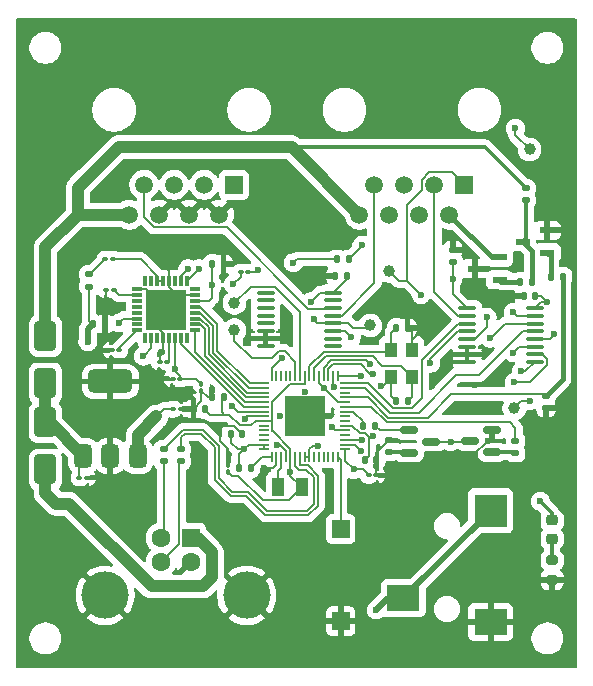
<source format=gbr>
%TF.GenerationSoftware,KiCad,Pcbnew,9.0.7*%
%TF.CreationDate,2026-01-18T11:35:39-05:00*%
%TF.ProjectId,digirig_icom,64696769-7269-4675-9f69-636f6d2e6b69,rev?*%
%TF.SameCoordinates,Original*%
%TF.FileFunction,Copper,L1,Top*%
%TF.FilePolarity,Positive*%
%FSLAX46Y46*%
G04 Gerber Fmt 4.6, Leading zero omitted, Abs format (unit mm)*
G04 Created by KiCad (PCBNEW 9.0.7) date 2026-01-18 11:35:39*
%MOMM*%
%LPD*%
G01*
G04 APERTURE LIST*
G04 Aperture macros list*
%AMRoundRect*
0 Rectangle with rounded corners*
0 $1 Rounding radius*
0 $2 $3 $4 $5 $6 $7 $8 $9 X,Y pos of 4 corners*
0 Add a 4 corners polygon primitive as box body*
4,1,4,$2,$3,$4,$5,$6,$7,$8,$9,$2,$3,0*
0 Add four circle primitives for the rounded corners*
1,1,$1+$1,$2,$3*
1,1,$1+$1,$4,$5*
1,1,$1+$1,$6,$7*
1,1,$1+$1,$8,$9*
0 Add four rect primitives between the rounded corners*
20,1,$1+$1,$2,$3,$4,$5,0*
20,1,$1+$1,$4,$5,$6,$7,0*
20,1,$1+$1,$6,$7,$8,$9,0*
20,1,$1+$1,$8,$9,$2,$3,0*%
G04 Aperture macros list end*
%TA.AperFunction,SMDPad,CuDef*%
%ADD10RoundRect,0.100000X-0.130000X-0.100000X0.130000X-0.100000X0.130000X0.100000X-0.130000X0.100000X0*%
%TD*%
%TA.AperFunction,ComponentPad*%
%ADD11R,1.500000X1.500000*%
%TD*%
%TA.AperFunction,ComponentPad*%
%ADD12C,1.500000*%
%TD*%
%TA.AperFunction,SMDPad,CuDef*%
%ADD13RoundRect,0.140000X-0.140000X-0.170000X0.140000X-0.170000X0.140000X0.170000X-0.140000X0.170000X0*%
%TD*%
%TA.AperFunction,SMDPad,CuDef*%
%ADD14RoundRect,0.100000X-0.637500X-0.100000X0.637500X-0.100000X0.637500X0.100000X-0.637500X0.100000X0*%
%TD*%
%TA.AperFunction,SMDPad,CuDef*%
%ADD15C,1.000000*%
%TD*%
%TA.AperFunction,SMDPad,CuDef*%
%ADD16RoundRect,0.100000X0.100000X-0.130000X0.100000X0.130000X-0.100000X0.130000X-0.100000X-0.130000X0*%
%TD*%
%TA.AperFunction,SMDPad,CuDef*%
%ADD17RoundRect,0.140000X0.140000X0.170000X-0.140000X0.170000X-0.140000X-0.170000X0.140000X-0.170000X0*%
%TD*%
%TA.AperFunction,SMDPad,CuDef*%
%ADD18RoundRect,0.135000X-0.185000X0.135000X-0.185000X-0.135000X0.185000X-0.135000X0.185000X0.135000X0*%
%TD*%
%TA.AperFunction,SMDPad,CuDef*%
%ADD19RoundRect,0.135000X0.185000X-0.135000X0.185000X0.135000X-0.185000X0.135000X-0.185000X-0.135000X0*%
%TD*%
%TA.AperFunction,SMDPad,CuDef*%
%ADD20RoundRect,0.135000X0.135000X0.185000X-0.135000X0.185000X-0.135000X-0.185000X0.135000X-0.185000X0*%
%TD*%
%TA.AperFunction,SMDPad,CuDef*%
%ADD21R,2.800000X2.200000*%
%TD*%
%TA.AperFunction,SMDPad,CuDef*%
%ADD22R,2.800000X2.800000*%
%TD*%
%TA.AperFunction,SMDPad,CuDef*%
%ADD23RoundRect,0.250000X-0.650000X1.000000X-0.650000X-1.000000X0.650000X-1.000000X0.650000X1.000000X0*%
%TD*%
%TA.AperFunction,SMDPad,CuDef*%
%ADD24RoundRect,0.200000X0.275000X-0.200000X0.275000X0.200000X-0.275000X0.200000X-0.275000X-0.200000X0*%
%TD*%
%TA.AperFunction,SMDPad,CuDef*%
%ADD25RoundRect,0.100000X0.130000X0.100000X-0.130000X0.100000X-0.130000X-0.100000X0.130000X-0.100000X0*%
%TD*%
%TA.AperFunction,SMDPad,CuDef*%
%ADD26RoundRect,0.375000X0.375000X-0.625000X0.375000X0.625000X-0.375000X0.625000X-0.375000X-0.625000X0*%
%TD*%
%TA.AperFunction,SMDPad,CuDef*%
%ADD27RoundRect,0.500000X1.400000X-0.500000X1.400000X0.500000X-1.400000X0.500000X-1.400000X-0.500000X0*%
%TD*%
%TA.AperFunction,SMDPad,CuDef*%
%ADD28R,0.850000X0.200000*%
%TD*%
%TA.AperFunction,SMDPad,CuDef*%
%ADD29R,0.200000X0.850000*%
%TD*%
%TA.AperFunction,SMDPad,CuDef*%
%ADD30R,3.450000X3.450000*%
%TD*%
%TA.AperFunction,SMDPad,CuDef*%
%ADD31RoundRect,0.150000X0.587500X0.150000X-0.587500X0.150000X-0.587500X-0.150000X0.587500X-0.150000X0*%
%TD*%
%TA.AperFunction,SMDPad,CuDef*%
%ADD32R,1.500000X1.500000*%
%TD*%
%TA.AperFunction,SMDPad,CuDef*%
%ADD33RoundRect,0.135000X-0.135000X-0.185000X0.135000X-0.185000X0.135000X0.185000X-0.135000X0.185000X0*%
%TD*%
%TA.AperFunction,SMDPad,CuDef*%
%ADD34RoundRect,0.250000X0.650000X-1.000000X0.650000X1.000000X-0.650000X1.000000X-0.650000X-1.000000X0*%
%TD*%
%TA.AperFunction,SMDPad,CuDef*%
%ADD35RoundRect,0.033750X0.386250X0.101250X-0.386250X0.101250X-0.386250X-0.101250X0.386250X-0.101250X0*%
%TD*%
%TA.AperFunction,SMDPad,CuDef*%
%ADD36RoundRect,0.033750X0.101250X0.386250X-0.101250X0.386250X-0.101250X-0.386250X0.101250X-0.386250X0*%
%TD*%
%TA.AperFunction,ComponentPad*%
%ADD37C,0.400000*%
%TD*%
%TA.AperFunction,ComponentPad*%
%ADD38R,1.600000X1.600000*%
%TD*%
%TA.AperFunction,ComponentPad*%
%ADD39C,1.600000*%
%TD*%
%TA.AperFunction,ComponentPad*%
%ADD40C,4.000000*%
%TD*%
%TA.AperFunction,SMDPad,CuDef*%
%ADD41R,1.050000X1.300000*%
%TD*%
%TA.AperFunction,SMDPad,CuDef*%
%ADD42R,1.000000X1.600000*%
%TD*%
%TA.AperFunction,SMDPad,CuDef*%
%ADD43R,1.300000X0.600000*%
%TD*%
%TA.AperFunction,SMDPad,CuDef*%
%ADD44RoundRect,0.150000X-0.587500X-0.150000X0.587500X-0.150000X0.587500X0.150000X-0.587500X0.150000X0*%
%TD*%
%TA.AperFunction,SMDPad,CuDef*%
%ADD45RoundRect,0.218750X0.256250X-0.218750X0.256250X0.218750X-0.256250X0.218750X-0.256250X-0.218750X0*%
%TD*%
%TA.AperFunction,ViaPad*%
%ADD46C,0.600000*%
%TD*%
%TA.AperFunction,Conductor*%
%ADD47C,0.200000*%
%TD*%
%TA.AperFunction,Conductor*%
%ADD48C,0.150000*%
%TD*%
%TA.AperFunction,Conductor*%
%ADD49C,1.000000*%
%TD*%
%TA.AperFunction,Conductor*%
%ADD50C,0.300000*%
%TD*%
%TA.AperFunction,Conductor*%
%ADD51C,0.400000*%
%TD*%
%TA.AperFunction,Conductor*%
%ADD52C,0.500000*%
%TD*%
G04 APERTURE END LIST*
D10*
%TO.P,C19,1*%
%TO.N,/PWR*%
X17880000Y-51400000D03*
%TO.P,C19,2*%
%TO.N,GND*%
X18520000Y-51400000D03*
%TD*%
%TO.P,C14,1*%
%TO.N,GND*%
X24680000Y-41600000D03*
%TO.P,C14,2*%
%TO.N,Net-(U1-DVDD)*%
X25320000Y-41600000D03*
%TD*%
D11*
%TO.P,J2,1*%
%TO.N,/DATA_H*%
X50480000Y-26600000D03*
D12*
%TO.P,J2,2*%
%TO.N,/H_GND*%
X49210000Y-29140000D03*
%TO.P,J2,3*%
%TO.N,/MIC_H*%
X47940000Y-26600000D03*
%TO.P,J2,4*%
%TO.N,/H_GND*%
X46670000Y-29140000D03*
%TO.P,J2,5*%
%TO.N,/PTT_H*%
X45400000Y-26600000D03*
%TO.P,J2,6*%
%TO.N,/M8V_SW_H*%
X44130000Y-29140000D03*
%TO.P,J2,7*%
%TO.N,/MIC_UD_H*%
X42860000Y-26600000D03*
%TO.P,J2,8*%
%TO.N,+8V*%
X41590000Y-29140000D03*
%TD*%
D13*
%TO.P,C9,1*%
%TO.N,GND*%
X39540000Y-34300000D03*
%TO.P,C9,2*%
%TO.N,+3V3*%
X40500000Y-34300000D03*
%TD*%
D14*
%TO.P,U3,1,B1*%
%TO.N,unconnected-(U3-B1-Pad1)*%
X33637500Y-35725000D03*
%TO.P,U3,2,B0*%
%TO.N,unconnected-(U3-B0-Pad2)*%
X33637500Y-36375000D03*
%TO.P,U3,3,C1*%
%TO.N,unconnected-(U3-C1-Pad3)*%
X33637500Y-37025000D03*
%TO.P,U3,4,C*%
%TO.N,unconnected-(U3-C-Pad4)*%
X33637500Y-37675000D03*
%TO.P,U3,5,C0*%
%TO.N,unconnected-(U3-C0-Pad5)*%
X33637500Y-38325000D03*
%TO.P,U3,6,INH*%
%TO.N,GND*%
X33637500Y-38975000D03*
%TO.P,U3,7,VEE*%
X33637500Y-39625000D03*
%TO.P,U3,8,VSS*%
X33637500Y-40275000D03*
%TO.P,U3,9,S3*%
%TO.N,unconnected-(U3-S3-Pad9)*%
X39362500Y-40275000D03*
%TO.P,U3,10,S2*%
%TO.N,unconnected-(U3-S2-Pad10)*%
X39362500Y-39625000D03*
%TO.P,U3,11,S1*%
%TO.N,/S4*%
X39362500Y-38975000D03*
%TO.P,U3,12,A0*%
%TO.N,/MIC_UD_MCU*%
X39362500Y-38325000D03*
%TO.P,U3,13,A1*%
%TO.N,/MIC_UD_H*%
X39362500Y-37675000D03*
%TO.P,U3,14,A*%
%TO.N,/MIC_UD_RADIO*%
X39362500Y-37025000D03*
%TO.P,U3,15,B*%
%TO.N,unconnected-(U3-B-Pad15)*%
X39362500Y-36375000D03*
%TO.P,U3,16,VDD*%
%TO.N,+3V3*%
X39362500Y-35725000D03*
%TD*%
D15*
%TO.P,TP3,1,1*%
%TO.N,/DATA_H*%
X44100000Y-33900000D03*
%TD*%
D16*
%TO.P,C2,1*%
%TO.N,GND*%
X28200000Y-44075000D03*
%TO.P,C2,2*%
%TO.N,+3V3*%
X28200000Y-43435000D03*
%TD*%
D17*
%TO.P,C6,1*%
%TO.N,/DVDD*%
X28500000Y-45600000D03*
%TO.P,C6,2*%
%TO.N,GND*%
X27540000Y-45600000D03*
%TD*%
D10*
%TO.P,C1,1*%
%TO.N,+3V3*%
X42380000Y-51200000D03*
%TO.P,C1,2*%
%TO.N,GND*%
X43020000Y-51200000D03*
%TD*%
D18*
%TO.P,R9,1*%
%TO.N,Net-(C17-Pad2)*%
X18700000Y-34190000D03*
%TO.P,R9,2*%
%TO.N,Net-(CON2-R)*%
X18700000Y-35210000D03*
%TD*%
D19*
%TO.P,R14,1*%
%TO.N,Net-(Q3-B)*%
X54800000Y-49320000D03*
%TO.P,R14,2*%
%TO.N,/MCU_UP*%
X54800000Y-48300000D03*
%TD*%
%TO.P,R6,1*%
%TO.N,Net-(Q4-E)*%
X44100000Y-49220000D03*
%TO.P,R6,2*%
%TO.N,GND*%
X44100000Y-48200000D03*
%TD*%
D20*
%TO.P,R10,1*%
%TO.N,GND*%
X20020000Y-38400000D03*
%TO.P,R10,2*%
%TO.N,Net-(CON2-R)*%
X19000000Y-38400000D03*
%TD*%
D21*
%TO.P,CON2,1,S*%
%TO.N,GND*%
X52700000Y-63600000D03*
D22*
%TO.P,CON2,2,T*%
%TO.N,Net-(CON2-R)*%
X52700000Y-54200000D03*
D21*
%TO.P,CON2,3,R*%
X45300000Y-61600000D03*
%TD*%
D10*
%TO.P,C16,1*%
%TO.N,/LOL*%
X31535000Y-34000000D03*
%TO.P,C16,2*%
%TO.N,Net-(C16-Pad2)*%
X32175000Y-34000000D03*
%TD*%
D15*
%TO.P,TP2,1,1*%
%TO.N,Net-(IC1-SWDIO)*%
X31000000Y-38900000D03*
%TD*%
D14*
%TO.P,U2,1,B1*%
%TO.N,/MIC_MCU*%
X50700000Y-37050000D03*
%TO.P,U2,2,B0*%
%TO.N,/MIC_H*%
X50700000Y-37700000D03*
%TO.P,U2,3,C1*%
%TO.N,/DATA_MCU*%
X50700000Y-38350000D03*
%TO.P,U2,4,C*%
%TO.N,/DATA_RADIO*%
X50700000Y-39000000D03*
%TO.P,U2,5,C0*%
%TO.N,/DATA_H*%
X50700000Y-39650000D03*
%TO.P,U2,6,INH*%
%TO.N,GND*%
X50700000Y-40300000D03*
%TO.P,U2,7,VEE*%
X50700000Y-40950000D03*
%TO.P,U2,8,VSS*%
X50700000Y-41600000D03*
%TO.P,U2,9,S3*%
%TO.N,/S3*%
X56425000Y-41600000D03*
%TO.P,U2,10,S2*%
%TO.N,/S2*%
X56425000Y-40950000D03*
%TO.P,U2,11,S1*%
%TO.N,/S1*%
X56425000Y-40300000D03*
%TO.P,U2,12,A0*%
%TO.N,/PTT_H*%
X56425000Y-39650000D03*
%TO.P,U2,13,A1*%
%TO.N,/PTT_MCU*%
X56425000Y-39000000D03*
%TO.P,U2,14,A*%
%TO.N,/PTT_RADIO*%
X56425000Y-38350000D03*
%TO.P,U2,15,B*%
%TO.N,/MIC_RADIO*%
X56425000Y-37700000D03*
%TO.P,U2,16,VDD*%
%TO.N,+3V3*%
X56425000Y-37050000D03*
%TD*%
D23*
%TO.P,D1,1,K*%
%TO.N,/PWR*%
X15000000Y-46700000D03*
%TO.P,D1,2,A*%
%TO.N,+5V*%
X15000000Y-50700000D03*
%TD*%
D24*
%TO.P,R15,1*%
%TO.N,GND*%
X57900000Y-60025000D03*
%TO.P,R15,2*%
%TO.N,Net-(D3-K)*%
X57900000Y-58375000D03*
%TD*%
D17*
%TO.P,C11,1*%
%TO.N,+3V3*%
X56460000Y-36000000D03*
%TO.P,C11,2*%
%TO.N,GND*%
X55500000Y-36000000D03*
%TD*%
D19*
%TO.P,R2,1*%
%TO.N,Net-(Q2-D)*%
X55700000Y-27910000D03*
%TO.P,R2,2*%
%TO.N,+8V*%
X55700000Y-26890000D03*
%TD*%
D25*
%TO.P,C13,1*%
%TO.N,Net-(U1-AVDD)*%
X21240000Y-40600000D03*
%TO.P,C13,2*%
%TO.N,GND*%
X20600000Y-40600000D03*
%TD*%
D26*
%TO.P,U4,1,VI*%
%TO.N,/PWR*%
X18200000Y-49550000D03*
%TO.P,U4,2,GND*%
%TO.N,GND*%
X20500000Y-49550000D03*
D27*
X20500000Y-43250000D03*
D26*
%TO.P,U4,3,VO*%
%TO.N,+3V3*%
X22800000Y-49550000D03*
%TD*%
D15*
%TO.P,TP5,1,1*%
%TO.N,/PTT_H*%
X54700000Y-45500000D03*
%TD*%
D17*
%TO.P,C4,1*%
%TO.N,/DVDD*%
X30080000Y-44600000D03*
%TO.P,C4,2*%
%TO.N,GND*%
X29120000Y-44600000D03*
%TD*%
D11*
%TO.P,J1,1*%
%TO.N,/DATA_RADIO*%
X30980000Y-26600000D03*
D12*
%TO.P,J1,2*%
%TO.N,GND*%
X29710000Y-29140000D03*
%TO.P,J1,3*%
%TO.N,/MIC_RADIO*%
X28440000Y-26600000D03*
%TO.P,J1,4*%
%TO.N,GND*%
X27170000Y-29140000D03*
%TO.P,J1,5*%
%TO.N,/PTT_RADIO*%
X25900000Y-26600000D03*
%TO.P,J1,6*%
%TO.N,GND*%
X24630000Y-29140000D03*
%TO.P,J1,7*%
%TO.N,/MIC_UD_RADIO*%
X23360000Y-26600000D03*
%TO.P,J1,8*%
%TO.N,+8V*%
X22090000Y-29140000D03*
%TD*%
D28*
%TO.P,IC1,1,IOVDD_1*%
%TO.N,+3V3*%
X40400000Y-49000000D03*
%TO.P,IC1,2,GPIO0*%
%TO.N,/SDA*%
X40400000Y-48600000D03*
%TO.P,IC1,3,GPIO1*%
%TO.N,/SCL*%
X40400000Y-48200000D03*
%TO.P,IC1,4,GPIO2*%
%TO.N,unconnected-(IC1-GPIO2-Pad4)*%
X40400000Y-47800000D03*
%TO.P,IC1,5,GPIO3*%
%TO.N,/M8V_SW_H*%
X40400000Y-47400000D03*
%TO.P,IC1,6,DVDD_1*%
%TO.N,/DVDD*%
X40400000Y-47000000D03*
%TO.P,IC1,7,GPIO4*%
%TO.N,unconnected-(IC1-GPIO4-Pad7)*%
X40400000Y-46600000D03*
%TO.P,IC1,8,GPIO5*%
%TO.N,unconnected-(IC1-GPIO5-Pad8)*%
X40400000Y-46200000D03*
%TO.P,IC1,9,GPIO6*%
%TO.N,/MCU_DN*%
X40400000Y-45800000D03*
%TO.P,IC1,10,GPIO7*%
%TO.N,/MCU_UP*%
X40400000Y-45400000D03*
%TO.P,IC1,11,IOVDD_2*%
%TO.N,+3V3*%
X40400000Y-45000000D03*
%TO.P,IC1,12,GPIO8*%
%TO.N,/8V_CTRL*%
X40400000Y-44600000D03*
%TO.P,IC1,13,GPIO9*%
%TO.N,unconnected-(IC1-GPIO9-Pad13)*%
X40400000Y-44200000D03*
%TO.P,IC1,14,GPIO10*%
%TO.N,/PTT_MCU*%
X40400000Y-43800000D03*
%TO.P,IC1,15,GPIO11*%
%TO.N,/DATA_MCU*%
X40400000Y-43400000D03*
D29*
%TO.P,IC1,16,GPIO12*%
%TO.N,/S1*%
X39750000Y-42750000D03*
%TO.P,IC1,17,GPIO13*%
%TO.N,/S2*%
X39350000Y-42750000D03*
%TO.P,IC1,18,GPIO14*%
%TO.N,/S3*%
X38950000Y-42750000D03*
%TO.P,IC1,19,GPIO15*%
%TO.N,/S4*%
X38550000Y-42750000D03*
%TO.P,IC1,20,IOVDD_3*%
%TO.N,+3V3*%
X38150000Y-42750000D03*
%TO.P,IC1,21,XIN*%
%TO.N,/XIN*%
X37750000Y-42750000D03*
%TO.P,IC1,22,XOUT*%
%TO.N,/XOUT*%
X37350000Y-42750000D03*
%TO.P,IC1,23,DVDD_2*%
%TO.N,/DVDD*%
X36950000Y-42750000D03*
%TO.P,IC1,24,SWCLK*%
%TO.N,Net-(IC1-SWCLK)*%
X36550000Y-42750000D03*
%TO.P,IC1,25,SWDIO*%
%TO.N,Net-(IC1-SWDIO)*%
X36150000Y-42750000D03*
%TO.P,IC1,26,RUN*%
%TO.N,unconnected-(IC1-RUN-Pad26)*%
X35750000Y-42750000D03*
%TO.P,IC1,27,GPIO16*%
%TO.N,unconnected-(IC1-GPIO16-Pad27)*%
X35350000Y-42750000D03*
%TO.P,IC1,28,GPIO17*%
%TO.N,unconnected-(IC1-GPIO17-Pad28)*%
X34950000Y-42750000D03*
%TO.P,IC1,29,GPIO18*%
%TO.N,unconnected-(IC1-GPIO18-Pad29)*%
X34550000Y-42750000D03*
%TO.P,IC1,30,IOVDD_4*%
%TO.N,+3V3*%
X34150000Y-42750000D03*
D28*
%TO.P,IC1,31,GPIO19*%
%TO.N,/DOUT*%
X33500000Y-43400000D03*
%TO.P,IC1,32,GPIO20*%
%TO.N,/DIN*%
X33500000Y-43800000D03*
%TO.P,IC1,33,GPIO21*%
%TO.N,/WCLK*%
X33500000Y-44200000D03*
%TO.P,IC1,34,GPIO22*%
%TO.N,/BCLK*%
X33500000Y-44600000D03*
%TO.P,IC1,35,GPIO23*%
%TO.N,/MCLK*%
X33500000Y-45000000D03*
%TO.P,IC1,36,GPIO24*%
%TO.N,/RESET*%
X33500000Y-45400000D03*
%TO.P,IC1,37,GPIO25*%
%TO.N,/LED*%
X33500000Y-45800000D03*
%TO.P,IC1,38,IOVDD_5*%
%TO.N,+3V3*%
X33500000Y-46200000D03*
%TO.P,IC1,39,DVDD_3*%
%TO.N,/DVDD*%
X33500000Y-46600000D03*
%TO.P,IC1,40,GPIO26_ADC0*%
%TO.N,unconnected-(IC1-GPIO26_ADC0-Pad40)*%
X33500000Y-47000000D03*
%TO.P,IC1,41,GPIO27_ADC1*%
%TO.N,unconnected-(IC1-GPIO27_ADC1-Pad41)*%
X33500000Y-47400000D03*
%TO.P,IC1,42,GPIO28_ADC2*%
%TO.N,unconnected-(IC1-GPIO28_ADC2-Pad42)*%
X33500000Y-47800000D03*
%TO.P,IC1,43,GPIO29_ADC3*%
%TO.N,unconnected-(IC1-GPIO29_ADC3-Pad43)*%
X33500000Y-48200000D03*
%TO.P,IC1,44,ADC_AVDD*%
%TO.N,+3V3*%
X33500000Y-48600000D03*
%TO.P,IC1,45,IOVDD_6*%
X33500000Y-49000000D03*
D29*
%TO.P,IC1,46,VREG_AVDD*%
%TO.N,Net-(IC1-VREG_AVDD)*%
X34150000Y-49650000D03*
%TO.P,IC1,47,VREG_PGND*%
%TO.N,GND*%
X34550000Y-49650000D03*
%TO.P,IC1,48,VREG_LX*%
%TO.N,Net-(IC1-VREG_LX)*%
X34950000Y-49650000D03*
%TO.P,IC1,49,VREG_VIN*%
%TO.N,+3V3*%
X35350000Y-49650000D03*
%TO.P,IC1,50,VREG_FB*%
%TO.N,/DVDD*%
X35750000Y-49650000D03*
%TO.P,IC1,51,USB_DM*%
%TO.N,/USB_D-*%
X36150000Y-49650000D03*
%TO.P,IC1,52,USB_DP*%
%TO.N,/USB_D+*%
X36550000Y-49650000D03*
%TO.P,IC1,53,USB_OTP_VDD*%
%TO.N,+3V3*%
X36950000Y-49650000D03*
%TO.P,IC1,54,QSPI_IOVDD*%
X37350000Y-49650000D03*
%TO.P,IC1,55,QSPI_SD3*%
%TO.N,unconnected-(IC1-QSPI_SD3-Pad55)*%
X37750000Y-49650000D03*
%TO.P,IC1,56,QSPI_SCLK*%
%TO.N,unconnected-(IC1-QSPI_SCLK-Pad56)*%
X38150000Y-49650000D03*
%TO.P,IC1,57,QSPI_SD0*%
%TO.N,unconnected-(IC1-QSPI_SD0-Pad57)*%
X38550000Y-49650000D03*
%TO.P,IC1,58,QSPI_SD2*%
%TO.N,unconnected-(IC1-QSPI_SD2-Pad58)*%
X38950000Y-49650000D03*
%TO.P,IC1,59,QSPI_SD1*%
%TO.N,unconnected-(IC1-QSPI_SD1-Pad59)*%
X39350000Y-49650000D03*
%TO.P,IC1,60,QSPI_SS*%
%TO.N,/QSPI_SS*%
X39750000Y-49650000D03*
D30*
%TO.P,IC1,61,GND*%
%TO.N,GND*%
X36950000Y-46200000D03*
%TD*%
D20*
%TO.P,R13,1*%
%TO.N,Net-(Q4-B)*%
X42910000Y-47000000D03*
%TO.P,R13,2*%
%TO.N,/MCU_DN*%
X41890000Y-47000000D03*
%TD*%
D31*
%TO.P,Q3,1,B*%
%TO.N,Net-(Q3-B)*%
X52837500Y-49250000D03*
%TO.P,Q3,2,E*%
%TO.N,GND*%
X52837500Y-47350000D03*
%TO.P,Q3,3,C*%
%TO.N,/MIC_UD_MCU*%
X50962500Y-48300000D03*
%TD*%
D18*
%TO.P,R5,1*%
%TO.N,/8V_CTRL*%
X57400000Y-44500000D03*
%TO.P,R5,2*%
%TO.N,GND*%
X57400000Y-45520000D03*
%TD*%
D32*
%TO.P,SW1,1,A*%
%TO.N,/QSPI_SS*%
X40000000Y-55750000D03*
%TO.P,SW1,2,B*%
%TO.N,GND*%
X40000000Y-63550000D03*
%TD*%
D18*
%TO.P,R12,1*%
%TO.N,/USB_D-*%
X25000000Y-48990000D03*
%TO.P,R12,2*%
%TO.N,Net-(J3-D-)*%
X25000000Y-50010000D03*
%TD*%
D33*
%TO.P,R7,1*%
%TO.N,Net-(C16-Pad2)*%
X39680000Y-32900000D03*
%TO.P,R7,2*%
%TO.N,/MIC_MCU*%
X40700000Y-32900000D03*
%TD*%
D34*
%TO.P,D2,1,K*%
%TO.N,/PWR*%
X15000000Y-43400000D03*
%TO.P,D2,2,A*%
%TO.N,+8V*%
X15000000Y-39400000D03*
%TD*%
D20*
%TO.P,R1,1*%
%TO.N,Net-(IC1-VREG_AVDD)*%
X32400000Y-50600000D03*
%TO.P,R1,2*%
%TO.N,+3V3*%
X31380000Y-50600000D03*
%TD*%
D35*
%TO.P,U1,1,MCLK*%
%TO.N,/MCLK*%
X27635000Y-38925000D03*
%TO.P,U1,2,BCLK*%
%TO.N,/BCLK*%
X27635000Y-38425000D03*
%TO.P,U1,3,WCLK*%
%TO.N,/WCLK*%
X27635000Y-37925000D03*
%TO.P,U1,4,DIN/MFP1*%
%TO.N,/DIN*%
X27635000Y-37425000D03*
%TO.P,U1,5,DOUT/MFP2*%
%TO.N,/DOUT*%
X27635000Y-36925000D03*
%TO.P,U1,6,IOVDD*%
%TO.N,+3V3*%
X27635000Y-36425000D03*
%TO.P,U1,7,IOVSS*%
%TO.N,GND*%
X27635000Y-35925000D03*
%TO.P,U1,8,SCLK/MFP3*%
%TO.N,unconnected-(U1-SCLK{slash}MFP3-Pad8)*%
X27635000Y-35425000D03*
D36*
%TO.P,U1,9,SCL/~{SS}*%
%TO.N,/SCL*%
X26950000Y-34740000D03*
%TO.P,U1,10,SDA/MOSI*%
%TO.N,/SDA*%
X26450000Y-34740000D03*
%TO.P,U1,11,MISO/MFP4*%
%TO.N,unconnected-(U1-MISO{slash}MFP4-Pad11)*%
X25950000Y-34740000D03*
%TO.P,U1,12,SPI_SELECT*%
%TO.N,GND*%
X25450000Y-34740000D03*
%TO.P,U1,13,IN1_L*%
%TO.N,/IN_AUDIO*%
X24950000Y-34740000D03*
%TO.P,U1,14,IN1_R*%
X24450000Y-34740000D03*
%TO.P,U1,15,IN2_L*%
%TO.N,unconnected-(U1-IN2_L-Pad15)*%
X23950000Y-34740000D03*
%TO.P,U1,16,IN2_R*%
%TO.N,unconnected-(U1-IN2_R-Pad16)*%
X23450000Y-34740000D03*
D35*
%TO.P,U1,17,AVSS*%
%TO.N,GND*%
X22765000Y-35425000D03*
%TO.P,U1,18,REF*%
%TO.N,Net-(U1-REF)*%
X22765000Y-35925000D03*
%TO.P,U1,19,MICBIAS*%
%TO.N,unconnected-(U1-MICBIAS-Pad19)*%
X22765000Y-36425000D03*
%TO.P,U1,20,IN3_L*%
%TO.N,unconnected-(U1-IN3_L-Pad20)*%
X22765000Y-36925000D03*
%TO.P,U1,21,IN3_R*%
%TO.N,unconnected-(U1-IN3_R-Pad21)*%
X22765000Y-37425000D03*
%TO.P,U1,22,LOL*%
%TO.N,/LOL*%
X22765000Y-37925000D03*
%TO.P,U1,23,LOR*%
%TO.N,unconnected-(U1-LOR-Pad23)*%
X22765000Y-38425000D03*
%TO.P,U1,24,AVDD*%
%TO.N,Net-(U1-AVDD)*%
X22765000Y-38925000D03*
D36*
%TO.P,U1,25,HPL*%
%TO.N,unconnected-(U1-HPL-Pad25)*%
X23450000Y-39610000D03*
%TO.P,U1,26,LDOIN/HPVDD*%
%TO.N,+3V3*%
X23950000Y-39610000D03*
%TO.P,U1,27,HPR*%
%TO.N,unconnected-(U1-HPR-Pad27)*%
X24450000Y-39610000D03*
%TO.P,U1,28,DVSS*%
%TO.N,GND*%
X24950000Y-39610000D03*
%TO.P,U1,29,DVDD*%
%TO.N,Net-(U1-DVDD)*%
X25450000Y-39610000D03*
%TO.P,U1,30,LDO_SELECT*%
%TO.N,+3V3*%
X25950000Y-39610000D03*
%TO.P,U1,31,~{RESET}*%
%TO.N,/RESET*%
X26450000Y-39610000D03*
%TO.P,U1,32,GPIO/MFP5*%
%TO.N,unconnected-(U1-GPIO{slash}MFP5-Pad32)*%
X26950000Y-39610000D03*
D30*
%TO.P,U1,33,EP*%
%TO.N,GND*%
X25200000Y-37175000D03*
D37*
%TO.P,U1,34*%
%TO.N,N/C*%
X25200000Y-37175000D03*
%TO.P,U1,35*%
X26675000Y-37175000D03*
%TO.P,U1,36*%
X25200000Y-38650000D03*
%TO.P,U1,37*%
X23725000Y-37175000D03*
%TO.P,U1,38*%
X25200000Y-35700000D03*
%TD*%
D13*
%TO.P,C21,1*%
%TO.N,+3V3*%
X30720000Y-47700000D03*
%TO.P,C21,2*%
%TO.N,GND*%
X31680000Y-47700000D03*
%TD*%
D10*
%TO.P,C15,1*%
%TO.N,GND*%
X20160000Y-35500000D03*
%TO.P,C15,2*%
%TO.N,Net-(U1-REF)*%
X20800000Y-35500000D03*
%TD*%
D38*
%TO.P,J3,1,VBUS*%
%TO.N,+5V*%
X27300000Y-56500000D03*
D39*
%TO.P,J3,2,D-*%
%TO.N,Net-(J3-D-)*%
X24800000Y-56500000D03*
%TO.P,J3,3,D+*%
%TO.N,Net-(J3-D+)*%
X24800000Y-58500000D03*
%TO.P,J3,4,GND*%
%TO.N,GND*%
X27300000Y-58500000D03*
D40*
%TO.P,J3,5,Shield*%
X32050000Y-61360000D03*
X20050000Y-61360000D03*
%TD*%
D18*
%TO.P,R11,1*%
%TO.N,/USB_D+*%
X26500000Y-48990000D03*
%TO.P,R11,2*%
%TO.N,Net-(J3-D+)*%
X26500000Y-50010000D03*
%TD*%
D16*
%TO.P,C3,1*%
%TO.N,/DVDD*%
X30500000Y-50940000D03*
%TO.P,C3,2*%
%TO.N,GND*%
X30500000Y-50300000D03*
%TD*%
D15*
%TO.P,TP4,1,1*%
%TO.N,/MIC_H*%
X56000000Y-23600000D03*
%TD*%
D20*
%TO.P,R4,1*%
%TO.N,/8V_CTRL*%
X58820000Y-34400000D03*
%TO.P,R4,2*%
%TO.N,Net-(Q2-G)*%
X57800000Y-34400000D03*
%TD*%
D15*
%TO.P,TP1,1,1*%
%TO.N,Net-(IC1-SWCLK)*%
X31000000Y-36600000D03*
%TD*%
D41*
%TO.P,Y1,1*%
%TO.N,/XIN*%
X46040000Y-42850000D03*
%TO.P,Y1,2,GND*%
%TO.N,GND*%
X46040000Y-40550000D03*
%TO.P,Y1,3*%
%TO.N,/XOUT*%
X44290000Y-40550000D03*
%TO.P,Y1,4,GND__1*%
%TO.N,GND*%
X44290000Y-42850000D03*
%TD*%
D20*
%TO.P,R3,1*%
%TO.N,Net-(Q2-D)*%
X56220000Y-34800000D03*
%TO.P,R3,2*%
%TO.N,Net-(Q1-G)*%
X55200000Y-34800000D03*
%TD*%
D13*
%TO.P,C20,1*%
%TO.N,+3V3*%
X29120000Y-33300000D03*
%TO.P,C20,2*%
%TO.N,GND*%
X30080000Y-33300000D03*
%TD*%
D25*
%TO.P,C17,1*%
%TO.N,/IN_AUDIO*%
X20720000Y-32900000D03*
%TO.P,C17,2*%
%TO.N,Net-(C17-Pad2)*%
X20080000Y-32900000D03*
%TD*%
%TO.P,C12,1*%
%TO.N,+3V3*%
X26420000Y-43000000D03*
%TO.P,C12,2*%
%TO.N,GND*%
X25780000Y-43000000D03*
%TD*%
D18*
%TO.P,R8,1*%
%TO.N,GND*%
X49500000Y-32090000D03*
%TO.P,R8,2*%
%TO.N,/MIC_MCU*%
X49500000Y-33110000D03*
%TD*%
D42*
%TO.P,L1,1,1*%
%TO.N,Net-(IC1-VREG_LX)*%
X34700000Y-52200000D03*
%TO.P,L1,2,2*%
%TO.N,/DVDD*%
X36700000Y-52200000D03*
%TD*%
D13*
%TO.P,C8,1*%
%TO.N,/XOUT*%
X44700000Y-38700000D03*
%TO.P,C8,2*%
%TO.N,GND*%
X45660000Y-38700000D03*
%TD*%
D43*
%TO.P,Q1,1,G*%
%TO.N,Net-(Q1-G)*%
X53450000Y-34650000D03*
%TO.P,Q1,2,S*%
%TO.N,/H_GND*%
X53450000Y-32750000D03*
%TO.P,Q1,3,D*%
%TO.N,GND*%
X51350000Y-33700000D03*
%TD*%
D13*
%TO.P,C5,1*%
%TO.N,/DVDD*%
X42040000Y-49900000D03*
%TO.P,C5,2*%
%TO.N,GND*%
X43000000Y-49900000D03*
%TD*%
D17*
%TO.P,C10,1*%
%TO.N,/XIN*%
X45680000Y-44900000D03*
%TO.P,C10,2*%
%TO.N,GND*%
X44720000Y-44900000D03*
%TD*%
D43*
%TO.P,Q2,1,G*%
%TO.N,Net-(Q2-G)*%
X57500000Y-32350000D03*
%TO.P,Q2,2,S*%
%TO.N,GND*%
X57500000Y-30450000D03*
%TO.P,Q2,3,D*%
%TO.N,Net-(Q2-D)*%
X55400000Y-31400000D03*
%TD*%
D44*
%TO.P,Q4,1,B*%
%TO.N,Net-(Q4-B)*%
X45800000Y-47400000D03*
%TO.P,Q4,2,E*%
%TO.N,Net-(Q4-E)*%
X45800000Y-49300000D03*
%TO.P,Q4,3,C*%
%TO.N,/MIC_UD_MCU*%
X47675000Y-48350000D03*
%TD*%
D45*
%TO.P,D3,1,K*%
%TO.N,Net-(D3-K)*%
X57900000Y-56587500D03*
%TO.P,D3,2,A*%
%TO.N,/LED*%
X57900000Y-55012500D03*
%TD*%
D15*
%TO.P,TP6,1,1*%
%TO.N,/MIC_UD_MCU*%
X42500000Y-38500000D03*
%TD*%
D10*
%TO.P,C18,1*%
%TO.N,+3V3*%
X25800000Y-45600000D03*
%TO.P,C18,2*%
%TO.N,GND*%
X26440000Y-45600000D03*
%TD*%
D46*
%TO.N,+3V3*%
X38100000Y-48700000D03*
X23300000Y-41100000D03*
X24400000Y-46200000D03*
X57500000Y-36500000D03*
X25950000Y-42200000D03*
X34600000Y-48600000D03*
X31800000Y-49000000D03*
X41100000Y-50700000D03*
X29120000Y-35100000D03*
X35000000Y-41300000D03*
X37500000Y-36500000D03*
X38587500Y-43812500D03*
X31900000Y-46400000D03*
%TO.N,GND*%
X53200000Y-36000000D03*
X21100000Y-52000000D03*
X34500000Y-31200000D03*
X33500000Y-50600000D03*
X25200000Y-47300000D03*
X55100000Y-33300000D03*
X52450000Y-48250000D03*
X26300000Y-63600000D03*
X47700000Y-38100000D03*
X50600000Y-45700000D03*
X25000000Y-32300000D03*
X48900000Y-41600000D03*
X14900000Y-57300000D03*
X46200000Y-18100000D03*
X43400000Y-43600000D03*
X20200000Y-46400000D03*
X33300000Y-51500000D03*
X45200000Y-52700000D03*
X32000000Y-40000000D03*
X24850000Y-40750000D03*
X26800000Y-16800000D03*
X38700000Y-28900000D03*
X58300000Y-24900000D03*
X58200000Y-53100000D03*
X35300000Y-39500000D03*
X35800000Y-61600000D03*
X36900000Y-26900000D03*
X34900000Y-46200000D03*
X49200000Y-49700000D03*
X21200000Y-26900000D03*
X28000000Y-51500000D03*
X37000000Y-44100000D03*
X47700000Y-43600000D03*
X15300000Y-23500000D03*
X39100000Y-46200000D03*
X29800000Y-47000000D03*
X47000000Y-37200000D03*
X33000000Y-29000000D03*
X51350327Y-43562108D03*
%TO.N,/DVDD*%
X42750000Y-47850000D03*
X35750000Y-50900000D03*
%TO.N,/LOL*%
X30900000Y-35000000D03*
X21200000Y-38300000D03*
%TO.N,Net-(C16-Pad2)*%
X33000000Y-33800000D03*
X36000000Y-33200000D03*
%TO.N,/SCL*%
X41800000Y-48200000D03*
X27990000Y-33700000D03*
%TO.N,/SDA*%
X27063514Y-33700000D03*
X41700000Y-49100000D03*
%TO.N,/S4*%
X40900000Y-39500000D03*
X42500000Y-41800000D03*
%TO.N,/S3*%
X42700000Y-42600000D03*
X55300000Y-42400000D03*
%TO.N,/S2*%
X39400000Y-43700000D03*
X54700000Y-43300000D03*
%TO.N,/S1*%
X54600000Y-40800000D03*
X41700000Y-42800000D03*
%TO.N,/PTT_RADIO*%
X52634857Y-39581158D03*
%TO.N,/MIC_RADIO*%
X54600000Y-37400000D03*
%TO.N,/DATA_RADIO*%
X47600000Y-41700000D03*
%TO.N,/PTT_H*%
X58071500Y-39256854D03*
X56000000Y-44900000D03*
%TO.N,/MIC_H*%
X54800000Y-21800000D03*
%TO.N,/DATA_H*%
X46800000Y-35900000D03*
X52400000Y-37800000D03*
%TO.N,/M8V_SW_H*%
X39300000Y-47100000D03*
%TO.N,/MIC_MCU*%
X41800000Y-31700000D03*
X49500000Y-34600000D03*
%TO.N,/MIC_UD_MCU*%
X37700000Y-38000000D03*
X49300000Y-48350000D03*
%TO.N,Net-(CON2-R)*%
X43000000Y-62600000D03*
X18600000Y-39900000D03*
%TO.N,/LED*%
X30800000Y-45300000D03*
X56900000Y-53400000D03*
%TD*%
D47*
%TO.N,+3V3*%
X25800000Y-45600000D02*
X25000000Y-45600000D01*
X41100000Y-50700000D02*
X41880000Y-50700000D01*
X56975000Y-36500000D02*
X57500000Y-36500000D01*
D48*
X40400000Y-49000000D02*
X40400000Y-50000000D01*
D47*
X41880000Y-50700000D02*
X42380000Y-51200000D01*
X40400000Y-45000000D02*
X39775000Y-45000000D01*
D48*
X40400000Y-50000000D02*
X41100000Y-50700000D01*
D47*
X38587500Y-43812500D02*
X38150000Y-43375000D01*
D48*
X35326000Y-49045388D02*
X34880612Y-48600000D01*
D47*
X29120000Y-36147100D02*
X29120000Y-35100000D01*
D48*
X31380000Y-49420000D02*
X31800000Y-49000000D01*
X33500000Y-48600000D02*
X32200000Y-48600000D01*
X37350000Y-48973000D02*
X37623000Y-48700000D01*
X36950000Y-49650000D02*
X37350000Y-49650000D01*
D47*
X39362500Y-35725000D02*
X38275000Y-35725000D01*
D48*
X31800000Y-49000000D02*
X31300000Y-49000000D01*
X37350000Y-49650000D02*
X37350000Y-48973000D01*
D47*
X39775000Y-45000000D02*
X38587500Y-43812500D01*
X27635000Y-36425000D02*
X28842100Y-36425000D01*
X40500000Y-34300000D02*
X40500000Y-34587500D01*
D48*
X31300000Y-49000000D02*
X30720000Y-48420000D01*
D47*
X26420000Y-43000000D02*
X26420000Y-42820000D01*
D48*
X37623000Y-48700000D02*
X38100000Y-48700000D01*
D47*
X56425000Y-37050000D02*
X56975000Y-36500000D01*
X25950000Y-42350000D02*
X25950000Y-42200000D01*
X25000000Y-45600000D02*
X24400000Y-46200000D01*
X23950000Y-39610000D02*
X23950000Y-40450000D01*
D48*
X31380000Y-50600000D02*
X31380000Y-49420000D01*
D47*
X38275000Y-35725000D02*
X37500000Y-36500000D01*
D49*
X22800000Y-49550000D02*
X22800000Y-47800000D01*
D48*
X35350000Y-49650000D02*
X35350000Y-49069388D01*
D47*
X40500000Y-34587500D02*
X39362500Y-35725000D01*
D48*
X30720000Y-48420000D02*
X30720000Y-47700000D01*
D47*
X38150000Y-43375000D02*
X38150000Y-42750000D01*
D48*
X32200000Y-48600000D02*
X31800000Y-49000000D01*
X34150000Y-42150000D02*
X35000000Y-41300000D01*
X35350000Y-49069388D02*
X35326000Y-49045388D01*
D47*
X56460000Y-36000000D02*
X57000000Y-36000000D01*
D49*
X22800000Y-47800000D02*
X24400000Y-46200000D01*
D47*
X57000000Y-36000000D02*
X57500000Y-36500000D01*
X29120000Y-35100000D02*
X29120000Y-33300000D01*
D48*
X33500000Y-48600000D02*
X33500000Y-49000000D01*
X34150000Y-42750000D02*
X34150000Y-42150000D01*
X33500000Y-46200000D02*
X32100000Y-46200000D01*
D47*
X26420000Y-42820000D02*
X25950000Y-42350000D01*
D48*
X34880612Y-48600000D02*
X34600000Y-48600000D01*
D47*
X27765000Y-43000000D02*
X28200000Y-43435000D01*
D48*
X32100000Y-46200000D02*
X31900000Y-46400000D01*
D47*
X25950000Y-42200000D02*
X25950000Y-39610000D01*
X28842100Y-36425000D02*
X29120000Y-36147100D01*
X23950000Y-40450000D02*
X23400000Y-41000000D01*
X26420000Y-43000000D02*
X27765000Y-43000000D01*
%TO.N,GND*%
X33637500Y-39625000D02*
X32375000Y-39625000D01*
D48*
X31680000Y-47700000D02*
X30980000Y-47000000D01*
D47*
X46040000Y-39760000D02*
X47700000Y-38100000D01*
D48*
X29800000Y-48306124D02*
X29800000Y-47000000D01*
D47*
X26450000Y-35925000D02*
X25554260Y-36820740D01*
X24699000Y-38857521D02*
X24699000Y-37675999D01*
D48*
X43000000Y-51180000D02*
X43020000Y-51200000D01*
D47*
X52450000Y-48250000D02*
X51200000Y-49500000D01*
D48*
X28200000Y-44075000D02*
X28200000Y-44940000D01*
D47*
X25701000Y-36674001D02*
X25554261Y-36820740D01*
D48*
X24950000Y-40650000D02*
X24850000Y-40750000D01*
X43000000Y-49900000D02*
X43000000Y-51180000D01*
D47*
X25701000Y-35492479D02*
X25701000Y-36674001D01*
D48*
X46040000Y-39080000D02*
X45660000Y-38700000D01*
D47*
X43400000Y-43600000D02*
X43540000Y-43600000D01*
X27635000Y-35925000D02*
X26450000Y-35925000D01*
X20160000Y-35500000D02*
X20160000Y-38260000D01*
X25450000Y-34740000D02*
X25450000Y-33750000D01*
X25450000Y-33750000D02*
X25400000Y-33700000D01*
D48*
X46040000Y-40550000D02*
X46040000Y-39080000D01*
D47*
X20160000Y-38260000D02*
X20020000Y-38400000D01*
X24699000Y-37675999D02*
X24845739Y-37529260D01*
D48*
X34550000Y-50327000D02*
X34277000Y-50600000D01*
X24850000Y-40750000D02*
X24680000Y-40920000D01*
X30500000Y-50300000D02*
X30500000Y-49006124D01*
D47*
X24950000Y-39610000D02*
X24950000Y-39108521D01*
D48*
X28200000Y-44940000D02*
X27540000Y-45600000D01*
D47*
X23486000Y-35461000D02*
X24845740Y-36820740D01*
X24950000Y-39610000D02*
X24950000Y-40650000D01*
X52837500Y-47350000D02*
X52837500Y-47862500D01*
D48*
X44100000Y-48200000D02*
X43000000Y-49300000D01*
X30980000Y-47000000D02*
X29800000Y-47000000D01*
D47*
X46040000Y-40550000D02*
X46040000Y-39760000D01*
X51200000Y-49500000D02*
X50900000Y-49500000D01*
X33637500Y-40275000D02*
X33637500Y-39625000D01*
X22801000Y-35461000D02*
X23486000Y-35461000D01*
D48*
X44290000Y-42850000D02*
X44290000Y-44470000D01*
X28725000Y-44600000D02*
X28200000Y-44075000D01*
X34277000Y-50600000D02*
X33500000Y-50600000D01*
X44290000Y-44470000D02*
X44720000Y-44900000D01*
D47*
X25450000Y-34740000D02*
X25450000Y-35241479D01*
X52837500Y-47862500D02*
X52450000Y-48250000D01*
X22765000Y-35425000D02*
X22801000Y-35461000D01*
X32375000Y-39625000D02*
X32000000Y-40000000D01*
X33637500Y-39625000D02*
X33637500Y-38975000D01*
X24950000Y-39108521D02*
X24699000Y-38857521D01*
D48*
X43000000Y-49300000D02*
X43000000Y-49900000D01*
D47*
X43540000Y-43600000D02*
X44290000Y-42850000D01*
D48*
X34550000Y-49650000D02*
X34550000Y-50327000D01*
X30500000Y-49006124D02*
X29800000Y-48306124D01*
X29120000Y-44600000D02*
X28725000Y-44600000D01*
D47*
X25450000Y-35241479D02*
X25701000Y-35492479D01*
D48*
X24680000Y-40920000D02*
X24680000Y-41600000D01*
%TO.N,/DVDD*%
X34201000Y-46576000D02*
X34177000Y-46600000D01*
X28500000Y-45600000D02*
X28976000Y-46076000D01*
X28976000Y-46076000D02*
X30146484Y-46076000D01*
X31462000Y-46976000D02*
X32424000Y-46976000D01*
X42638588Y-47961412D02*
X42750000Y-47850000D01*
D47*
X36700000Y-52200000D02*
X35750000Y-51250000D01*
D48*
X30080000Y-44600000D02*
X29929000Y-44751000D01*
X40400000Y-47000000D02*
X40985016Y-47000000D01*
D47*
X33380232Y-53301000D02*
X31300232Y-51221000D01*
D48*
X34238588Y-47424000D02*
X34201000Y-47424000D01*
D47*
X35750000Y-50900000D02*
X35750000Y-49650000D01*
D48*
X40985016Y-47000000D02*
X41609016Y-47624000D01*
X36950000Y-43427000D02*
X36926000Y-43451000D01*
X42376000Y-47961412D02*
X42638588Y-47961412D01*
X42750000Y-47850000D02*
X42800000Y-47800000D01*
X32424000Y-46976000D02*
X32800000Y-46600000D01*
D47*
X31300232Y-51221000D02*
X30781000Y-51221000D01*
D48*
X34201000Y-47424000D02*
X34201000Y-46624000D01*
X34201000Y-46624000D02*
X34177000Y-46600000D01*
X30146484Y-46076000D02*
X30562000Y-46076000D01*
D47*
X35750000Y-51250000D02*
X35750000Y-50900000D01*
D48*
X29929000Y-45858516D02*
X30146484Y-46076000D01*
D47*
X36700000Y-52200000D02*
X35599000Y-53301000D01*
D48*
X35750000Y-48935412D02*
X34238588Y-47424000D01*
X41609016Y-47624000D02*
X42038588Y-47624000D01*
X30562000Y-46076000D02*
X31462000Y-46976000D01*
X35697000Y-43451000D02*
X34201000Y-44947000D01*
X32800000Y-46600000D02*
X33500000Y-46600000D01*
D47*
X35599000Y-53301000D02*
X33380232Y-53301000D01*
D48*
X42376000Y-47961412D02*
X42376000Y-49564000D01*
X35750000Y-49650000D02*
X35750000Y-48935412D01*
X42038588Y-47624000D02*
X42376000Y-47961412D01*
X36926000Y-43451000D02*
X35697000Y-43451000D01*
D47*
X30781000Y-51221000D02*
X30500000Y-50940000D01*
D48*
X29929000Y-44751000D02*
X29929000Y-45858516D01*
X42376000Y-49564000D02*
X42040000Y-49900000D01*
X34201000Y-44947000D02*
X34201000Y-46576000D01*
X36950000Y-42750000D02*
X36950000Y-43427000D01*
X34177000Y-46600000D02*
X33500000Y-46600000D01*
%TO.N,/XOUT*%
X37350000Y-42750000D02*
X37350000Y-41976612D01*
X44290000Y-40550000D02*
X44290000Y-39110000D01*
X38575612Y-40751000D02*
X44089000Y-40751000D01*
X44089000Y-40751000D02*
X44290000Y-40550000D01*
X44290000Y-39110000D02*
X44700000Y-38700000D01*
X37350000Y-41976612D02*
X38575612Y-40751000D01*
%TO.N,/XIN*%
X42700000Y-41102000D02*
X38721000Y-41102000D01*
X46040000Y-44540000D02*
X45680000Y-44900000D01*
X45114000Y-41924000D02*
X43522000Y-41924000D01*
X43522000Y-41924000D02*
X42700000Y-41102000D01*
X46040000Y-42850000D02*
X45114000Y-41924000D01*
X46040000Y-42850000D02*
X46040000Y-44540000D01*
X37750000Y-42073000D02*
X37750000Y-42750000D01*
X38721000Y-41102000D02*
X37750000Y-42073000D01*
D47*
%TO.N,Net-(U1-AVDD)*%
X21240000Y-40450000D02*
X22765000Y-38925000D01*
X21240000Y-40600000D02*
X21240000Y-40450000D01*
D48*
%TO.N,Net-(U1-DVDD)*%
X25476000Y-39636000D02*
X25450000Y-39610000D01*
X25320000Y-41600000D02*
X25476000Y-41444000D01*
X25476000Y-41444000D02*
X25476000Y-39636000D01*
D47*
%TO.N,Net-(U1-REF)*%
X20800000Y-35500000D02*
X21225000Y-35925000D01*
X21225000Y-35925000D02*
X22765000Y-35925000D01*
%TO.N,/LOL*%
X31535000Y-34365000D02*
X30900000Y-35000000D01*
X22765000Y-37925000D02*
X21575000Y-37925000D01*
X21575000Y-37925000D02*
X21200000Y-38300000D01*
X31535000Y-34000000D02*
X31535000Y-34365000D01*
%TO.N,Net-(C16-Pad2)*%
X32800000Y-34000000D02*
X33000000Y-33800000D01*
X32175000Y-34000000D02*
X32800000Y-34000000D01*
X39680000Y-32900000D02*
X36300000Y-32900000D01*
X36300000Y-32900000D02*
X36000000Y-33200000D01*
%TO.N,Net-(C17-Pad2)*%
X18700000Y-34190000D02*
X18790000Y-34190000D01*
X18790000Y-34190000D02*
X20080000Y-32900000D01*
%TO.N,/IN_AUDIO*%
X23071842Y-32900000D02*
X24450000Y-34278158D01*
X20720000Y-32900000D02*
X23071842Y-32900000D01*
D48*
X24450000Y-34740000D02*
X24950000Y-34740000D01*
D47*
X24450000Y-34278158D02*
X24450000Y-34740000D01*
D49*
%TO.N,+5V*%
X27300000Y-56500000D02*
X27900000Y-56500000D01*
X24000000Y-60600000D02*
X17000000Y-53600000D01*
X28300000Y-60600000D02*
X24000000Y-60600000D01*
X29100000Y-57700000D02*
X29100000Y-59800000D01*
X15900000Y-53600000D02*
X15000000Y-52700000D01*
X15000000Y-52700000D02*
X15000000Y-50700000D01*
X17000000Y-53600000D02*
X15900000Y-53600000D01*
X27900000Y-56500000D02*
X29100000Y-57700000D01*
X29100000Y-59800000D02*
X28300000Y-60600000D01*
%TO.N,/PWR*%
X15000000Y-43400000D02*
X15000000Y-46700000D01*
D47*
X17880000Y-51400000D02*
X17880000Y-49870000D01*
D49*
X15000000Y-46700000D02*
X15350000Y-46700000D01*
D47*
X17880000Y-49870000D02*
X18200000Y-49550000D01*
D49*
X15350000Y-46700000D02*
X18200000Y-49550000D01*
%TO.N,+8V*%
X35850000Y-23400000D02*
X41590000Y-29140000D01*
X21200000Y-23400000D02*
X35850000Y-23400000D01*
D50*
X55700000Y-26890000D02*
X52210000Y-23400000D01*
D49*
X17760000Y-26840000D02*
X21200000Y-23400000D01*
X17760000Y-29140000D02*
X17760000Y-26840000D01*
X15000000Y-39400000D02*
X15000000Y-31900000D01*
X15000000Y-31900000D02*
X17760000Y-29140000D01*
X17760000Y-29140000D02*
X22090000Y-29140000D01*
D50*
X52210000Y-23400000D02*
X35850000Y-23400000D01*
D48*
%TO.N,/MCLK*%
X33500000Y-45000000D02*
X31909902Y-45000000D01*
X31909902Y-45000000D02*
X27635000Y-40725098D01*
X27635000Y-40725098D02*
X27635000Y-38925000D01*
%TO.N,/USB_D+*%
X37272488Y-54575000D02*
X33627512Y-54575000D01*
X26809975Y-47675000D02*
X26500000Y-47984975D01*
X29325000Y-48822488D02*
X28177512Y-47675000D01*
X26500000Y-47984975D02*
X26500000Y-48990000D01*
X36525000Y-50302000D02*
X36574000Y-50351000D01*
X29325000Y-51572488D02*
X29325000Y-48822488D01*
X37198488Y-50351000D02*
X38075000Y-51227512D01*
X38075000Y-53772488D02*
X37272488Y-54575000D01*
X36550000Y-49650000D02*
X36525000Y-49675000D01*
X36574000Y-50351000D02*
X37198488Y-50351000D01*
X33627512Y-54575000D02*
X31977512Y-52925000D01*
X38075000Y-51227512D02*
X38075000Y-53772488D01*
X31977512Y-52925000D02*
X30677512Y-52925000D01*
X30677512Y-52925000D02*
X29325000Y-51572488D01*
X36525000Y-49675000D02*
X36525000Y-50302000D01*
X28177512Y-47675000D02*
X26809975Y-47675000D01*
D47*
%TO.N,Net-(IC1-VREG_LX)*%
X34950000Y-50550000D02*
X34700000Y-50800000D01*
X34700000Y-50800000D02*
X34700000Y-52200000D01*
X34950000Y-49650000D02*
X34950000Y-50550000D01*
D48*
%TO.N,/SCL*%
X26950000Y-34740000D02*
X27990000Y-33700000D01*
X40400000Y-48200000D02*
X41800000Y-48200000D01*
%TO.N,/QSPI_SS*%
X40000000Y-49900000D02*
X39750000Y-49650000D01*
X40000000Y-55750000D02*
X40000000Y-49900000D01*
%TO.N,/MCU_DN*%
X40400000Y-45800000D02*
X41077000Y-45800000D01*
X41890000Y-46613000D02*
X41890000Y-47000000D01*
X41077000Y-45800000D02*
X41890000Y-46613000D01*
%TO.N,/SDA*%
X26450000Y-34740000D02*
X26450000Y-34313514D01*
X27063514Y-33700000D02*
X27200000Y-33700000D01*
X41200000Y-48600000D02*
X41700000Y-49100000D01*
X26450000Y-34313514D02*
X27063514Y-33700000D01*
X40400000Y-48600000D02*
X41200000Y-48600000D01*
%TO.N,/S4*%
X38550000Y-42750000D02*
X38550000Y-42073000D01*
X41700000Y-41453000D02*
X42153000Y-41453000D01*
D47*
X40375000Y-38975000D02*
X40900000Y-39500000D01*
D48*
X38550000Y-42073000D02*
X39170000Y-41453000D01*
D47*
X39362500Y-38975000D02*
X40375000Y-38975000D01*
D48*
X39170000Y-41453000D02*
X41700000Y-41453000D01*
X42153000Y-41453000D02*
X42500000Y-41800000D01*
%TO.N,Net-(IC1-VREG_AVDD)*%
X32400000Y-50600000D02*
X33350000Y-49650000D01*
X33350000Y-49650000D02*
X34150000Y-49650000D01*
D47*
%TO.N,Net-(Q4-B)*%
X43310000Y-47400000D02*
X45800000Y-47400000D01*
X42910000Y-47000000D02*
X43310000Y-47400000D01*
%TO.N,Net-(IC1-SWCLK)*%
X34443870Y-35224000D02*
X36550000Y-37330130D01*
X31000000Y-36600000D02*
X32376000Y-35224000D01*
X36550000Y-37330130D02*
X36550000Y-42750000D01*
X32376000Y-35224000D02*
X34443870Y-35224000D01*
D48*
%TO.N,/USB_D-*%
X32122488Y-52575000D02*
X30822488Y-52575000D01*
X36150000Y-49650000D02*
X36173020Y-49673020D01*
X30822488Y-52575000D02*
X29675000Y-51427512D01*
X36173020Y-50447795D02*
X36428205Y-50702980D01*
X36173020Y-49673020D02*
X36173020Y-50447795D01*
X29675000Y-48677512D02*
X28322488Y-47325000D01*
X37725000Y-51375286D02*
X37725000Y-53627512D01*
X37052694Y-50702980D02*
X37725000Y-51375286D01*
X26665000Y-47325000D02*
X25000000Y-48990000D01*
X36428205Y-50702980D02*
X37052694Y-50702980D01*
X28322488Y-47325000D02*
X26665000Y-47325000D01*
X37725000Y-53627512D02*
X37127512Y-54225000D01*
X33772488Y-54225000D02*
X32122488Y-52575000D01*
X37127512Y-54225000D02*
X33772488Y-54225000D01*
X29675000Y-51427512D02*
X29675000Y-48677512D01*
%TO.N,/S3*%
X39400000Y-41804000D02*
X41689412Y-41804000D01*
X42485412Y-42600000D02*
X42700000Y-42600000D01*
X38950000Y-42169388D02*
X39315388Y-41804000D01*
X56425000Y-41600000D02*
X55625000Y-42400000D01*
X41689412Y-41804000D02*
X42485412Y-42600000D01*
X38950000Y-42750000D02*
X38950000Y-42169388D01*
X39315388Y-41804000D02*
X39400000Y-41804000D01*
X55625000Y-42400000D02*
X55300000Y-42400000D01*
%TO.N,/DOUT*%
X33500000Y-43400000D02*
X32295454Y-43400000D01*
X29556145Y-38366978D02*
X28114167Y-36925000D01*
X29556145Y-40660691D02*
X29556145Y-38366978D01*
X28114167Y-36925000D02*
X27635000Y-36925000D01*
X32295454Y-43400000D02*
X29556145Y-40660691D01*
D47*
%TO.N,/MCU_UP*%
X43879800Y-46714000D02*
X54314000Y-46714000D01*
X54800000Y-48300000D02*
X54800000Y-47200000D01*
X42565800Y-45400000D02*
X43879800Y-46714000D01*
X40400000Y-45400000D02*
X42565800Y-45400000D01*
X54800000Y-47200000D02*
X54314000Y-46714000D01*
%TO.N,/S2*%
X56032370Y-43300000D02*
X54700000Y-43300000D01*
D48*
X39350000Y-42750000D02*
X39350000Y-43650000D01*
D47*
X57082370Y-40950000D02*
X57463500Y-41331130D01*
D48*
X39350000Y-43650000D02*
X39400000Y-43700000D01*
D47*
X57463500Y-41868870D02*
X56032370Y-43300000D01*
X56425000Y-40950000D02*
X57082370Y-40950000D01*
X57463500Y-41331130D02*
X57463500Y-41868870D01*
%TO.N,/PTT_MCU*%
X49800000Y-42700000D02*
X51700000Y-42700000D01*
X44212000Y-45912000D02*
X46588000Y-45912000D01*
X42100000Y-43800000D02*
X44212000Y-45912000D01*
X40400000Y-43800000D02*
X42100000Y-43800000D01*
X46588000Y-45912000D02*
X49800000Y-42700000D01*
X55400000Y-39000000D02*
X56425000Y-39000000D01*
X51700000Y-42700000D02*
X55400000Y-39000000D01*
%TO.N,/DATA_MCU*%
X42282450Y-43400000D02*
X40400000Y-43400000D01*
X50700000Y-38350000D02*
X49962501Y-38350000D01*
X44393450Y-45511000D02*
X42282450Y-43400000D01*
X46866000Y-44651550D02*
X46006550Y-45511000D01*
X46866000Y-41446501D02*
X46866000Y-44651550D01*
X49962501Y-38350000D02*
X46866000Y-41446501D01*
X46006550Y-45511000D02*
X44393450Y-45511000D01*
D48*
%TO.N,/DIN*%
X29205145Y-38512367D02*
X29205145Y-40806079D01*
X29205145Y-40806079D02*
X32199066Y-43800000D01*
X28117778Y-37425000D02*
X29205145Y-38512367D01*
X27635000Y-37425000D02*
X28117778Y-37425000D01*
X32199066Y-43800000D02*
X33500000Y-43800000D01*
%TO.N,/WCLK*%
X33500000Y-44200000D02*
X32102678Y-44200000D01*
X28854145Y-40951467D02*
X28854145Y-38657756D01*
X28121389Y-37925000D02*
X27635000Y-37925000D01*
X28854145Y-38657756D02*
X28121389Y-37925000D01*
X32102678Y-44200000D02*
X28854145Y-40951467D01*
%TO.N,/S1*%
X55100000Y-40300000D02*
X54600000Y-40800000D01*
X56425000Y-40300000D02*
X55100000Y-40300000D01*
X39750000Y-42750000D02*
X41650000Y-42750000D01*
X41650000Y-42750000D02*
X41700000Y-42800000D01*
D47*
%TO.N,Net-(IC1-SWDIO)*%
X32450057Y-41300000D02*
X34150057Y-41300000D01*
X34751057Y-40699000D02*
X35275000Y-40699000D01*
X36150000Y-41574000D02*
X36150000Y-42750000D01*
X31000000Y-38900000D02*
X31000000Y-39849943D01*
X31000000Y-39849943D02*
X32450057Y-41300000D01*
X34150057Y-41300000D02*
X34751057Y-40699000D01*
X35275000Y-40699000D02*
X36150000Y-41574000D01*
D48*
%TO.N,/BCLK*%
X28503145Y-41096855D02*
X28503145Y-38803145D01*
X33500000Y-44600000D02*
X32006290Y-44600000D01*
X28503145Y-38803145D02*
X28125000Y-38425000D01*
X28125000Y-38425000D02*
X27635000Y-38425000D01*
X32006290Y-44600000D02*
X28503145Y-41096855D01*
D47*
%TO.N,/PTT_RADIO*%
X56425000Y-38350000D02*
X54450000Y-38350000D01*
X53950000Y-38350000D02*
X52700000Y-39600000D01*
X54450000Y-38350000D02*
X53950000Y-38350000D01*
%TO.N,/MIC_UD_RADIO*%
X39286500Y-37101000D02*
X37251057Y-37101000D01*
X23360000Y-29360000D02*
X23360000Y-26600000D01*
X37251057Y-37101000D02*
X30341057Y-30191000D01*
X39362500Y-37025000D02*
X39286500Y-37101000D01*
X24191000Y-30191000D02*
X23360000Y-29360000D01*
X30341057Y-30191000D02*
X24191000Y-30191000D01*
%TO.N,/MIC_RADIO*%
X56425000Y-37700000D02*
X54900000Y-37700000D01*
X54900000Y-37700000D02*
X54600000Y-37400000D01*
%TO.N,/DATA_RADIO*%
X50700000Y-39000000D02*
X49962501Y-39000000D01*
X47600000Y-41362501D02*
X47600000Y-41700000D01*
X49962501Y-39000000D02*
X47600000Y-41362501D01*
%TO.N,/PTT_H*%
X56425000Y-39650000D02*
X57750000Y-39650000D01*
X54700000Y-45500000D02*
X55300000Y-44900000D01*
X57750000Y-39650000D02*
X58100000Y-39300000D01*
X55300000Y-44900000D02*
X56000000Y-44900000D01*
D51*
%TO.N,/H_GND*%
X52820000Y-32750000D02*
X53450000Y-32750000D01*
X49210000Y-29140000D02*
X52820000Y-32750000D01*
D47*
%TO.N,/MIC_H*%
X47940000Y-35677499D02*
X47940000Y-26600000D01*
X56000000Y-23600000D02*
X54800000Y-22400000D01*
X50700000Y-37700000D02*
X49962501Y-37700000D01*
X54800000Y-22400000D02*
X54800000Y-21800000D01*
X49962501Y-37700000D02*
X47940000Y-35677499D01*
%TO.N,/MIC_UD_H*%
X40099999Y-37675000D02*
X42860000Y-34914999D01*
X39362500Y-37675000D02*
X40099999Y-37675000D01*
X42860000Y-34914999D02*
X42860000Y-26600000D01*
%TO.N,/DATA_H*%
X45619000Y-28305339D02*
X46889000Y-27035339D01*
X46800000Y-35900000D02*
X45619000Y-34719000D01*
X44100000Y-33900000D02*
X44919000Y-34719000D01*
X51357370Y-39650000D02*
X52400000Y-38607370D01*
X49429000Y-25549000D02*
X50480000Y-26600000D01*
X45619000Y-34719000D02*
X45619000Y-28305339D01*
X50700000Y-39650000D02*
X51357370Y-39650000D01*
X44919000Y-34719000D02*
X45619000Y-34719000D01*
X46889000Y-27035339D02*
X46889000Y-26164661D01*
X52400000Y-38607370D02*
X52400000Y-37800000D01*
X46889000Y-26164661D02*
X47504661Y-25549000D01*
X47504661Y-25549000D02*
X49429000Y-25549000D01*
D48*
%TO.N,/M8V_SW_H*%
X39300000Y-47200000D02*
X39300000Y-47100000D01*
X39500000Y-47400000D02*
X40400000Y-47400000D01*
X39500000Y-47400000D02*
X39300000Y-47200000D01*
%TO.N,Net-(J3-D+)*%
X26324000Y-56976000D02*
X24800000Y-58500000D01*
X26324000Y-50186000D02*
X26324000Y-56976000D01*
X26500000Y-50010000D02*
X26324000Y-50186000D01*
%TO.N,Net-(J3-D-)*%
X25000000Y-56300000D02*
X24800000Y-56500000D01*
X25000000Y-50010000D02*
X25000000Y-56300000D01*
D51*
%TO.N,Net-(Q1-G)*%
X53600000Y-34800000D02*
X53450000Y-34650000D01*
X55200000Y-34800000D02*
X53600000Y-34800000D01*
D50*
%TO.N,Net-(Q2-D)*%
X55700000Y-27910000D02*
X55700000Y-31100000D01*
D51*
X56220000Y-32220000D02*
X56220000Y-34800000D01*
X55400000Y-31400000D02*
X56220000Y-32220000D01*
D50*
X55700000Y-31100000D02*
X55400000Y-31400000D01*
D51*
%TO.N,Net-(Q2-G)*%
X57800000Y-34400000D02*
X57800000Y-32650000D01*
X57800000Y-32650000D02*
X57500000Y-32350000D01*
D50*
%TO.N,Net-(Q4-E)*%
X44100000Y-49220000D02*
X45720000Y-49220000D01*
X45720000Y-49220000D02*
X45800000Y-49300000D01*
D47*
%TO.N,/8V_CTRL*%
X57199000Y-44299000D02*
X49377000Y-44299000D01*
D51*
X58820000Y-43080000D02*
X58820000Y-34400000D01*
X57400000Y-44500000D02*
X58820000Y-43080000D01*
D48*
X57400000Y-44500000D02*
X57200000Y-44500000D01*
D47*
X49377000Y-44299000D02*
X47363000Y-46313000D01*
X44045900Y-46313000D02*
X47363000Y-46313000D01*
X57400000Y-44500000D02*
X57199000Y-44299000D01*
X44045900Y-46313000D02*
X42332900Y-44600000D01*
X42332900Y-44600000D02*
X40400000Y-44600000D01*
D48*
%TO.N,/MIC_MCU*%
X50700000Y-37050000D02*
X50950000Y-37050000D01*
D47*
X40700000Y-32900000D02*
X41800000Y-31800000D01*
X49500000Y-35850000D02*
X49500000Y-34600000D01*
X50700000Y-37050000D02*
X49500000Y-35850000D01*
D48*
X49500000Y-34600000D02*
X49500000Y-33110000D01*
X50950000Y-37050000D02*
X51000000Y-37100000D01*
D47*
X41800000Y-31800000D02*
X41800000Y-31700000D01*
%TO.N,/MIC_UD_MCU*%
X40625000Y-38325000D02*
X41000000Y-38700000D01*
X42300000Y-38700000D02*
X42500000Y-38500000D01*
D48*
X38025000Y-38325000D02*
X37700000Y-38000000D01*
X47675000Y-48350000D02*
X49300000Y-48350000D01*
X49300000Y-48350000D02*
X50912500Y-48350000D01*
D47*
X39362500Y-38325000D02*
X40625000Y-38325000D01*
D48*
X39362500Y-38325000D02*
X38025000Y-38325000D01*
D47*
X41000000Y-38700000D02*
X42300000Y-38700000D01*
D48*
X50912500Y-48350000D02*
X50962500Y-48300000D01*
%TO.N,/RESET*%
X31837514Y-45424000D02*
X33400000Y-45424000D01*
X26450000Y-39610000D02*
X26450000Y-40036486D01*
X26450000Y-40036486D02*
X31837514Y-45424000D01*
D52*
%TO.N,Net-(CON2-R)*%
X45300000Y-61600000D02*
X52700000Y-54200000D01*
X45300000Y-61600000D02*
X44000000Y-61600000D01*
D47*
X18700000Y-35210000D02*
X18700000Y-38100000D01*
X18700000Y-38100000D02*
X19000000Y-38400000D01*
D52*
X18600000Y-38800000D02*
X19000000Y-38400000D01*
X44000000Y-61600000D02*
X43000000Y-62600000D01*
X18600000Y-39900000D02*
X18600000Y-38800000D01*
D50*
%TO.N,Net-(Q3-B)*%
X54730000Y-49250000D02*
X54800000Y-49320000D01*
X52837500Y-49250000D02*
X54730000Y-49250000D01*
%TO.N,Net-(D3-K)*%
X57900000Y-56587500D02*
X57900000Y-58375000D01*
D48*
%TO.N,/LED*%
X31300000Y-45800000D02*
X30800000Y-45300000D01*
X33500000Y-45800000D02*
X31300000Y-45800000D01*
D50*
X57900000Y-54400000D02*
X56900000Y-53400000D01*
X57900000Y-55012500D02*
X57900000Y-54400000D01*
%TD*%
%TA.AperFunction,Conductor*%
%TO.N,GND*%
G36*
X26857370Y-58683343D02*
G01*
X26919905Y-58791657D01*
X27008343Y-58880095D01*
X27116657Y-58942630D01*
X27191001Y-58962550D01*
X26590370Y-59563181D01*
X26529047Y-59596666D01*
X26502689Y-59599500D01*
X25839047Y-59599500D01*
X25772008Y-59579815D01*
X25726253Y-59527011D01*
X25716309Y-59457853D01*
X25745334Y-59394297D01*
X25751366Y-59387819D01*
X25753605Y-59385580D01*
X25791966Y-59347219D01*
X25791968Y-59347215D01*
X25791971Y-59347213D01*
X25912286Y-59181611D01*
X25912415Y-59181359D01*
X25939795Y-59127621D01*
X25987769Y-59076826D01*
X26055589Y-59060030D01*
X26121725Y-59082567D01*
X26160765Y-59127621D01*
X26188141Y-59181350D01*
X26188147Y-59181359D01*
X26220523Y-59225921D01*
X26220524Y-59225922D01*
X26837449Y-58608996D01*
X26857370Y-58683343D01*
G37*
%TD.AperFunction*%
%TA.AperFunction,Conductor*%
G36*
X33589084Y-50327308D02*
G01*
X33645016Y-50369178D01*
X33692455Y-50432547D01*
X33807664Y-50518793D01*
X33807671Y-50518797D01*
X33807808Y-50518848D01*
X33942517Y-50569091D01*
X33990764Y-50574278D01*
X33993870Y-50575565D01*
X33997209Y-50575142D01*
X34025918Y-50588839D01*
X34055312Y-50601015D01*
X34057231Y-50603779D01*
X34060269Y-50605229D01*
X34077016Y-50632275D01*
X34095160Y-50658408D01*
X34095806Y-50662621D01*
X34097052Y-50664633D01*
X34097819Y-50675734D01*
X34101489Y-50699647D01*
X34101240Y-50714442D01*
X34099499Y-50720943D01*
X34099499Y-50818275D01*
X34099482Y-50819289D01*
X34089368Y-50851710D01*
X34079814Y-50884248D01*
X34078997Y-50884955D01*
X34078675Y-50885989D01*
X34052642Y-50907791D01*
X34027010Y-50930003D01*
X34025255Y-50930729D01*
X34025111Y-50930851D01*
X34024897Y-50930878D01*
X34018832Y-50933391D01*
X33957671Y-50956202D01*
X33957664Y-50956206D01*
X33842455Y-51042452D01*
X33842452Y-51042455D01*
X33756206Y-51157664D01*
X33756202Y-51157671D01*
X33705908Y-51292517D01*
X33699501Y-51352116D01*
X33699500Y-51352135D01*
X33699500Y-52471671D01*
X33679815Y-52538710D01*
X33627011Y-52584465D01*
X33557853Y-52594409D01*
X33494297Y-52565384D01*
X33487819Y-52559352D01*
X32557417Y-51628950D01*
X32523932Y-51567627D01*
X32528916Y-51497935D01*
X32570788Y-51442002D01*
X32629185Y-51419987D01*
X32628969Y-51418804D01*
X32635200Y-51417665D01*
X32635204Y-51417665D01*
X32789393Y-51372869D01*
X32927598Y-51291135D01*
X33041135Y-51177598D01*
X33122869Y-51039393D01*
X33167665Y-50885204D01*
X33170500Y-50849181D01*
X33170499Y-50694741D01*
X33190183Y-50627702D01*
X33206813Y-50607065D01*
X33458071Y-50355807D01*
X33519392Y-50322324D01*
X33589084Y-50327308D01*
G37*
%TD.AperFunction*%
%TA.AperFunction,Conductor*%
G36*
X43228521Y-48528012D02*
G01*
X43240913Y-48526698D01*
X43261579Y-48537079D01*
X43283885Y-48543198D01*
X43293723Y-48553227D01*
X43303347Y-48558062D01*
X43325454Y-48585575D01*
X43361418Y-48646387D01*
X43378601Y-48714111D01*
X43361419Y-48772628D01*
X43327130Y-48830607D01*
X43327129Y-48830611D01*
X43282335Y-48984791D01*
X43282334Y-48984796D01*
X43279499Y-49020828D01*
X43254615Y-49086116D01*
X43250000Y-49090704D01*
X43250000Y-50712664D01*
X43230315Y-50779703D01*
X43177511Y-50825458D01*
X43108353Y-50835402D01*
X43044797Y-50806377D01*
X43027625Y-50788151D01*
X42938282Y-50671718D01*
X42929049Y-50664633D01*
X42812841Y-50575464D01*
X42812840Y-50575463D01*
X42812838Y-50575462D01*
X42811995Y-50574975D01*
X42811425Y-50574378D01*
X42806394Y-50570517D01*
X42806996Y-50569732D01*
X42803714Y-50566289D01*
X42792797Y-50561304D01*
X42780049Y-50541468D01*
X42763782Y-50524406D01*
X42760567Y-50511152D01*
X42755023Y-50502526D01*
X42750000Y-50467591D01*
X42750000Y-50398352D01*
X42767267Y-50335233D01*
X42772494Y-50326395D01*
X42775128Y-50317331D01*
X42817642Y-50170997D01*
X42817643Y-50170991D01*
X42820500Y-50134690D01*
X42820500Y-49978330D01*
X42837114Y-49916328D01*
X42846542Y-49899999D01*
X42898029Y-49810820D01*
X42912281Y-49786135D01*
X42951500Y-49639766D01*
X42951500Y-49488233D01*
X42951500Y-48715845D01*
X42971185Y-48648806D01*
X43023989Y-48603051D01*
X43028048Y-48601284D01*
X43129172Y-48559397D01*
X43129173Y-48559396D01*
X43129179Y-48559394D01*
X43149831Y-48545594D01*
X43161719Y-48541871D01*
X43171433Y-48534067D01*
X43194432Y-48531627D01*
X43216504Y-48524716D01*
X43228521Y-48528012D01*
G37*
%TD.AperFunction*%
%TA.AperFunction,Conductor*%
G36*
X30455703Y-48970029D02*
G01*
X30462181Y-48976061D01*
X30768181Y-49282061D01*
X30801666Y-49343384D01*
X30804500Y-49369742D01*
X30804500Y-49450350D01*
X30784815Y-49517389D01*
X30732011Y-49563144D01*
X30713817Y-49565870D01*
X30700000Y-49577987D01*
X30700000Y-50054196D01*
X30695649Y-50070097D01*
X30696192Y-50084690D01*
X30682732Y-50117317D01*
X30664219Y-50148621D01*
X30613150Y-50196304D01*
X30557487Y-50209500D01*
X30424000Y-50209500D01*
X30356961Y-50189815D01*
X30311206Y-50137011D01*
X30300000Y-50085500D01*
X30300000Y-49577987D01*
X30292741Y-49571622D01*
X30255317Y-49512621D01*
X30250500Y-49478394D01*
X30250500Y-49063742D01*
X30270185Y-48996703D01*
X30322989Y-48950948D01*
X30392147Y-48941004D01*
X30455703Y-48970029D01*
G37*
%TD.AperFunction*%
%TA.AperFunction,Conductor*%
G36*
X53030539Y-47369685D02*
G01*
X53076294Y-47422489D01*
X53087500Y-47474000D01*
X53087500Y-48150000D01*
X53490634Y-48150000D01*
X53490649Y-48149999D01*
X53527489Y-48147100D01*
X53527495Y-48147099D01*
X53685193Y-48101283D01*
X53685196Y-48101282D01*
X53792379Y-48037895D01*
X53860103Y-48020712D01*
X53926365Y-48042872D01*
X53970129Y-48097338D01*
X53979500Y-48144627D01*
X53979500Y-48454792D01*
X53959815Y-48521831D01*
X53907011Y-48567586D01*
X53837853Y-48577530D01*
X53792379Y-48561524D01*
X53745951Y-48534067D01*
X53685398Y-48498256D01*
X53685397Y-48498255D01*
X53685396Y-48498255D01*
X53685393Y-48498254D01*
X53527573Y-48452402D01*
X53527567Y-48452401D01*
X53490701Y-48449500D01*
X53490694Y-48449500D01*
X52324500Y-48449500D01*
X52315814Y-48446949D01*
X52306853Y-48448238D01*
X52282812Y-48437259D01*
X52257461Y-48429815D01*
X52251533Y-48422974D01*
X52243297Y-48419213D01*
X52229007Y-48396978D01*
X52211706Y-48377011D01*
X52209418Y-48366496D01*
X52205523Y-48360435D01*
X52200500Y-48325500D01*
X52200500Y-48274000D01*
X52220185Y-48206961D01*
X52272989Y-48161206D01*
X52324500Y-48150000D01*
X52587500Y-48150000D01*
X52587500Y-47474000D01*
X52607185Y-47406961D01*
X52659989Y-47361206D01*
X52711500Y-47350000D01*
X52963500Y-47350000D01*
X53030539Y-47369685D01*
G37*
%TD.AperFunction*%
%TA.AperFunction,Conductor*%
G36*
X44758731Y-48020185D02*
G01*
X44779374Y-48036820D01*
X44810629Y-48068076D01*
X44810633Y-48068079D01*
X44810635Y-48068081D01*
X44952102Y-48151744D01*
X44984670Y-48161206D01*
X45109926Y-48197597D01*
X45109929Y-48197597D01*
X45109931Y-48197598D01*
X45146806Y-48200500D01*
X46313000Y-48200500D01*
X46321685Y-48203050D01*
X46330647Y-48201762D01*
X46354687Y-48212740D01*
X46380039Y-48220185D01*
X46385966Y-48227025D01*
X46394203Y-48230787D01*
X46408492Y-48253021D01*
X46425794Y-48272989D01*
X46428081Y-48283503D01*
X46431977Y-48289565D01*
X46437000Y-48324500D01*
X46437000Y-48375500D01*
X46417315Y-48442539D01*
X46364511Y-48488294D01*
X46313000Y-48499500D01*
X45146798Y-48499500D01*
X45109932Y-48502401D01*
X45062734Y-48516114D01*
X44992865Y-48515914D01*
X44934195Y-48477971D01*
X44928979Y-48471489D01*
X44912845Y-48450000D01*
X44360409Y-48450000D01*
X44359954Y-48449999D01*
X44355305Y-48449981D01*
X44349181Y-48449500D01*
X44223886Y-48449500D01*
X44223545Y-48449499D01*
X44190216Y-48439579D01*
X44156961Y-48429815D01*
X44156806Y-48429636D01*
X44156579Y-48429569D01*
X44133867Y-48403163D01*
X44111206Y-48377011D01*
X44111149Y-48376750D01*
X44111018Y-48376598D01*
X44110840Y-48375331D01*
X44100000Y-48325500D01*
X44100000Y-48124500D01*
X44119685Y-48057461D01*
X44172489Y-48011706D01*
X44224000Y-48000500D01*
X44691692Y-48000500D01*
X44758731Y-48020185D01*
G37*
%TD.AperFunction*%
%TA.AperFunction,Conductor*%
G36*
X39380203Y-45454884D02*
G01*
X39386654Y-45460890D01*
X39406284Y-45480520D01*
X39406286Y-45480521D01*
X39406287Y-45480522D01*
X39416738Y-45486556D01*
X39420408Y-45490405D01*
X39425456Y-45492085D01*
X39444266Y-45515427D01*
X39464954Y-45537123D01*
X39466854Y-45543455D01*
X39469298Y-45546488D01*
X39478027Y-45580685D01*
X39478678Y-45586739D01*
X39478679Y-45613250D01*
X39474500Y-45652122D01*
X39474500Y-45947868D01*
X39474501Y-45947878D01*
X39478679Y-45986745D01*
X39479341Y-46003450D01*
X39479203Y-46008371D01*
X39474500Y-46052127D01*
X39474500Y-46177229D01*
X39474452Y-46178953D01*
X39464188Y-46210616D01*
X39454815Y-46242539D01*
X39453460Y-46243712D01*
X39452908Y-46245418D01*
X39427145Y-46266514D01*
X39402011Y-46288294D01*
X39400020Y-46288726D01*
X39398851Y-46289685D01*
X39391959Y-46290480D01*
X39350500Y-46299500D01*
X39221155Y-46299500D01*
X39066510Y-46330261D01*
X39066498Y-46330264D01*
X38920827Y-46390602D01*
X38920820Y-46390606D01*
X38900023Y-46404503D01*
X38863206Y-46429102D01*
X38796532Y-46449980D01*
X38794317Y-46450000D01*
X37074000Y-46450000D01*
X37006961Y-46430315D01*
X36961206Y-46377511D01*
X36950000Y-46326000D01*
X36950000Y-46074000D01*
X36969685Y-46006961D01*
X37022489Y-45961206D01*
X37074000Y-45950000D01*
X39175000Y-45950000D01*
X39175000Y-45548597D01*
X39194685Y-45481558D01*
X39247489Y-45435803D01*
X39316647Y-45425859D01*
X39380203Y-45454884D01*
G37*
%TD.AperFunction*%
%TA.AperFunction,Conductor*%
G36*
X53711696Y-44908741D02*
G01*
X53743496Y-44916858D01*
X53745060Y-44918538D01*
X53747262Y-44919185D01*
X53768735Y-44943966D01*
X53791107Y-44967995D01*
X53791514Y-44970255D01*
X53793017Y-44971989D01*
X53797684Y-45004452D01*
X53803513Y-45036755D01*
X53802755Y-45039720D01*
X53802961Y-45041147D01*
X53794784Y-45070950D01*
X53792545Y-45076358D01*
X53737949Y-45208164D01*
X53737947Y-45208170D01*
X53699500Y-45401456D01*
X53699500Y-45401459D01*
X53699500Y-45598541D01*
X53699500Y-45598543D01*
X53699499Y-45598543D01*
X53737947Y-45791829D01*
X53737949Y-45791835D01*
X53800169Y-45942049D01*
X53807638Y-46011517D01*
X53776363Y-46073996D01*
X53716274Y-46109648D01*
X53685608Y-46113500D01*
X48711097Y-46113500D01*
X48644058Y-46093815D01*
X48598303Y-46041011D01*
X48588359Y-45971853D01*
X48617384Y-45908297D01*
X48623416Y-45901819D01*
X49589416Y-44935819D01*
X49650739Y-44902334D01*
X49677097Y-44899500D01*
X53680223Y-44899500D01*
X53711696Y-44908741D01*
G37*
%TD.AperFunction*%
%TA.AperFunction,Conductor*%
G36*
X29105690Y-43506504D02*
G01*
X29112180Y-43512546D01*
X29333681Y-43734047D01*
X29367166Y-43795370D01*
X29370000Y-43821728D01*
X29370000Y-44101645D01*
X29352734Y-44164763D01*
X29347507Y-44173600D01*
X29347504Y-44173608D01*
X29302357Y-44329002D01*
X29302356Y-44329008D01*
X29299500Y-44365302D01*
X29299500Y-44476000D01*
X29296949Y-44484685D01*
X29298238Y-44493647D01*
X29287259Y-44517687D01*
X29279815Y-44543039D01*
X29272974Y-44548966D01*
X29269213Y-44557203D01*
X29246978Y-44571492D01*
X29227011Y-44588794D01*
X29216496Y-44591081D01*
X29210435Y-44594977D01*
X29175500Y-44600000D01*
X28994000Y-44600000D01*
X28926961Y-44580315D01*
X28881206Y-44527511D01*
X28870000Y-44476000D01*
X28870000Y-43782746D01*
X28879439Y-43735294D01*
X28880349Y-43733095D01*
X28885044Y-43721762D01*
X28900500Y-43604361D01*
X28900499Y-43600238D01*
X28920175Y-43533200D01*
X28972974Y-43487439D01*
X29042131Y-43477487D01*
X29105690Y-43506504D01*
G37*
%TD.AperFunction*%
%TA.AperFunction,Conductor*%
G36*
X51999698Y-40108644D02*
G01*
X52029685Y-40115168D01*
X52034700Y-40118922D01*
X52037297Y-40119685D01*
X52057939Y-40136319D01*
X52124564Y-40202944D01*
X52124568Y-40202947D01*
X52255671Y-40290548D01*
X52255684Y-40290555D01*
X52399793Y-40350246D01*
X52401360Y-40350895D01*
X52520035Y-40374501D01*
X52556010Y-40381657D01*
X52556013Y-40381658D01*
X52556015Y-40381658D01*
X52713701Y-40381658D01*
X52713702Y-40381657D01*
X52771382Y-40370184D01*
X52868341Y-40350898D01*
X52868344Y-40350896D01*
X52868354Y-40350895D01*
X52868362Y-40350891D01*
X52870490Y-40350246D01*
X52871673Y-40350235D01*
X52874329Y-40349707D01*
X52874429Y-40350210D01*
X52940357Y-40349615D01*
X52999474Y-40386858D01*
X53029072Y-40450149D01*
X53019753Y-40519394D01*
X52994179Y-40556584D01*
X52133050Y-41417713D01*
X52071727Y-41451198D01*
X52002035Y-41446214D01*
X51946102Y-41404342D01*
X51927148Y-41367445D01*
X51909732Y-41312413D01*
X51909109Y-41282618D01*
X51905923Y-41252983D01*
X51908319Y-41244821D01*
X51908272Y-41242559D01*
X51909637Y-41240333D01*
X51913392Y-41227546D01*
X51922056Y-41206629D01*
X51929512Y-41150000D01*
X50900000Y-41150000D01*
X50900000Y-41476000D01*
X50880315Y-41543039D01*
X50827511Y-41588794D01*
X50776000Y-41600000D01*
X50700000Y-41600000D01*
X50700000Y-41676000D01*
X50680315Y-41743039D01*
X50627511Y-41788794D01*
X50576000Y-41800000D01*
X49470490Y-41800000D01*
X49470488Y-41800001D01*
X49477942Y-41856627D01*
X49477944Y-41856633D01*
X49538399Y-42002587D01*
X49542465Y-42009628D01*
X49539891Y-42011113D01*
X49559964Y-42063005D01*
X49545938Y-42131453D01*
X49498397Y-42180732D01*
X49431284Y-42219479D01*
X49431282Y-42219481D01*
X47678181Y-43972583D01*
X47616858Y-44006068D01*
X47547166Y-44001084D01*
X47491233Y-43959212D01*
X47466816Y-43893748D01*
X47466500Y-43884902D01*
X47466500Y-42624500D01*
X47486185Y-42557461D01*
X47538989Y-42511706D01*
X47590500Y-42500500D01*
X47678844Y-42500500D01*
X47678845Y-42500499D01*
X47833497Y-42469737D01*
X47979179Y-42409394D01*
X48110289Y-42321789D01*
X48221789Y-42210289D01*
X48309394Y-42079179D01*
X48369737Y-41933497D01*
X48400500Y-41778842D01*
X48400500Y-41621158D01*
X48400500Y-41621155D01*
X48378602Y-41511069D01*
X48379309Y-41503161D01*
X48376535Y-41495723D01*
X48382378Y-41468859D01*
X48384829Y-41441477D01*
X48390077Y-41433467D01*
X48391387Y-41427450D01*
X48411935Y-41400000D01*
X49470487Y-41400000D01*
X50500000Y-41400000D01*
X50500000Y-41150000D01*
X49470490Y-41150000D01*
X49470488Y-41150001D01*
X49477942Y-41206627D01*
X49477943Y-41206629D01*
X49486608Y-41227549D01*
X49494076Y-41297018D01*
X49486609Y-41322449D01*
X49477943Y-41343370D01*
X49470487Y-41400000D01*
X48411935Y-41400000D01*
X48412535Y-41399199D01*
X49281453Y-40530281D01*
X49310243Y-40514561D01*
X49338472Y-40497814D01*
X49340763Y-40497895D01*
X49342774Y-40496798D01*
X49375508Y-40499138D01*
X49408297Y-40500312D01*
X49410178Y-40501618D01*
X49412466Y-40501782D01*
X49438745Y-40521455D01*
X49465687Y-40540163D01*
X49467246Y-40542790D01*
X49468399Y-40543654D01*
X49483695Y-40570517D01*
X49486609Y-40577553D01*
X49494075Y-40647023D01*
X49486609Y-40672449D01*
X49477943Y-40693370D01*
X49470487Y-40750000D01*
X50500000Y-40750000D01*
X50500000Y-40474499D01*
X50502550Y-40465813D01*
X50501262Y-40456852D01*
X50512240Y-40432811D01*
X50519685Y-40407460D01*
X50526525Y-40401532D01*
X50530287Y-40393296D01*
X50552521Y-40379006D01*
X50572489Y-40361705D01*
X50583003Y-40359417D01*
X50589065Y-40355522D01*
X50623996Y-40350499D01*
X50776001Y-40350499D01*
X50843039Y-40370184D01*
X50888794Y-40422988D01*
X50900000Y-40474499D01*
X50900000Y-40750000D01*
X51929510Y-40750000D01*
X51929511Y-40749998D01*
X51922058Y-40693377D01*
X51922055Y-40693368D01*
X51913392Y-40672453D01*
X51905923Y-40602983D01*
X51913392Y-40577546D01*
X51922056Y-40556629D01*
X51929512Y-40500000D01*
X51711803Y-40500000D01*
X51644764Y-40480315D01*
X51599009Y-40427511D01*
X51589065Y-40358353D01*
X51618090Y-40294797D01*
X51636316Y-40277624D01*
X51640339Y-40274536D01*
X51640341Y-40274536D01*
X51765782Y-40178282D01*
X51780052Y-40159685D01*
X51788625Y-40148513D01*
X51845053Y-40107310D01*
X51887000Y-40100000D01*
X51970258Y-40100000D01*
X51999698Y-40108644D01*
G37*
%TD.AperFunction*%
%TA.AperFunction,Conductor*%
G36*
X54001911Y-41349836D02*
G01*
X54046258Y-41378337D01*
X54089707Y-41421786D01*
X54089711Y-41421789D01*
X54220814Y-41509390D01*
X54220827Y-41509397D01*
X54366498Y-41569735D01*
X54366503Y-41569737D01*
X54518644Y-41600000D01*
X54521153Y-41600499D01*
X54521156Y-41600500D01*
X54668059Y-41600500D01*
X54735098Y-41620185D01*
X54780853Y-41672989D01*
X54790797Y-41742147D01*
X54761772Y-41805703D01*
X54755740Y-41812181D01*
X54678213Y-41889707D01*
X54678210Y-41889711D01*
X54590609Y-42020814D01*
X54590602Y-42020827D01*
X54530264Y-42166498D01*
X54530261Y-42166510D01*
X54499500Y-42321153D01*
X54499500Y-42433740D01*
X54479815Y-42500779D01*
X54427011Y-42546534D01*
X54422953Y-42548301D01*
X54320824Y-42590604D01*
X54320814Y-42590609D01*
X54189711Y-42678210D01*
X54189707Y-42678213D01*
X54078213Y-42789707D01*
X54078210Y-42789711D01*
X53990609Y-42920814D01*
X53990602Y-42920827D01*
X53930264Y-43066498D01*
X53930261Y-43066510D01*
X53899500Y-43221153D01*
X53899500Y-43378846D01*
X53930260Y-43533485D01*
X53930261Y-43533490D01*
X53930263Y-43533497D01*
X53930265Y-43533502D01*
X53931781Y-43538498D01*
X53932408Y-43608365D01*
X53895163Y-43667480D01*
X53831870Y-43697074D01*
X53813122Y-43698500D01*
X49950097Y-43698500D01*
X49928851Y-43692261D01*
X49906763Y-43690682D01*
X49895979Y-43682609D01*
X49883058Y-43678815D01*
X49868558Y-43662081D01*
X49850830Y-43648810D01*
X49846122Y-43636189D01*
X49837303Y-43626011D01*
X49834151Y-43604093D01*
X49826413Y-43583346D01*
X49829275Y-43570185D01*
X49827359Y-43556853D01*
X49836558Y-43536709D01*
X49841265Y-43515073D01*
X49854533Y-43497347D01*
X49856384Y-43493297D01*
X49862416Y-43486819D01*
X50012416Y-43336819D01*
X50073739Y-43303334D01*
X50100097Y-43300500D01*
X51613331Y-43300500D01*
X51613347Y-43300501D01*
X51620943Y-43300501D01*
X51779054Y-43300501D01*
X51779057Y-43300501D01*
X51931785Y-43259577D01*
X51982113Y-43230520D01*
X51982114Y-43230520D01*
X52068709Y-43180524D01*
X52068708Y-43180524D01*
X52068716Y-43180520D01*
X52180520Y-43068716D01*
X52180520Y-43068714D01*
X52190724Y-43058511D01*
X52190728Y-43058506D01*
X53870898Y-41378335D01*
X53932219Y-41344852D01*
X54001911Y-41349836D01*
G37*
%TD.AperFunction*%
%TA.AperFunction,Conductor*%
G36*
X24791286Y-40528117D02*
G01*
X24855500Y-40555655D01*
X24894632Y-40613538D01*
X24900500Y-40651232D01*
X24900500Y-40829876D01*
X24897399Y-40857435D01*
X24876899Y-40947366D01*
X24866384Y-40966175D01*
X24860315Y-40986846D01*
X24846334Y-41002042D01*
X24842807Y-41008354D01*
X24838335Y-41010738D01*
X24831488Y-41018181D01*
X24761718Y-41071718D01*
X24702374Y-41149056D01*
X24645948Y-41190257D01*
X24576202Y-41194412D01*
X24515281Y-41160199D01*
X24482529Y-41098482D01*
X24480000Y-41073568D01*
X24480000Y-40896372D01*
X24477663Y-40892688D01*
X24461021Y-40874272D01*
X24459274Y-40863695D01*
X24453535Y-40854646D01*
X24453682Y-40829826D01*
X24449639Y-40805335D01*
X24453904Y-40792582D01*
X24453951Y-40784778D01*
X24458875Y-40771271D01*
X24461729Y-40764658D01*
X24509577Y-40681784D01*
X24529318Y-40608105D01*
X24532907Y-40599795D01*
X24549678Y-40579603D01*
X24563340Y-40557191D01*
X24571648Y-40553155D01*
X24577551Y-40546049D01*
X24602578Y-40538130D01*
X24626187Y-40526662D01*
X24631960Y-40525830D01*
X24678931Y-40520190D01*
X24678931Y-40520189D01*
X24686825Y-40519242D01*
X24687046Y-40521090D01*
X24716714Y-40519161D01*
X24791286Y-40528117D01*
G37*
%TD.AperFunction*%
%TA.AperFunction,Conductor*%
G36*
X30064330Y-35181818D02*
G01*
X30121002Y-35222685D01*
X30137638Y-35251303D01*
X30190602Y-35379172D01*
X30190609Y-35379185D01*
X30278210Y-35510288D01*
X30278213Y-35510292D01*
X30392392Y-35624471D01*
X30425877Y-35685794D01*
X30420893Y-35755486D01*
X30379021Y-35811419D01*
X30373602Y-35815254D01*
X30362218Y-35822860D01*
X30362214Y-35822863D01*
X30222863Y-35962214D01*
X30222860Y-35962218D01*
X30113371Y-36126079D01*
X30113364Y-36126092D01*
X30037950Y-36308160D01*
X30037947Y-36308170D01*
X29999500Y-36501456D01*
X29999500Y-36501459D01*
X29999500Y-36698541D01*
X29999500Y-36698543D01*
X29999499Y-36698543D01*
X30037947Y-36891829D01*
X30037950Y-36891839D01*
X30113364Y-37073907D01*
X30113371Y-37073920D01*
X30222860Y-37237781D01*
X30222863Y-37237785D01*
X30362214Y-37377136D01*
X30362218Y-37377139D01*
X30526079Y-37486628D01*
X30526092Y-37486635D01*
X30708160Y-37562049D01*
X30708165Y-37562051D01*
X30708169Y-37562051D01*
X30708170Y-37562052D01*
X30901456Y-37600500D01*
X30901459Y-37600500D01*
X31098543Y-37600500D01*
X31269418Y-37566510D01*
X31291835Y-37562051D01*
X31473914Y-37486632D01*
X31637782Y-37377139D01*
X31777139Y-37237782D01*
X31886632Y-37073914D01*
X31894925Y-37053894D01*
X31944027Y-36935349D01*
X31962051Y-36891835D01*
X31984652Y-36778213D01*
X32000500Y-36698543D01*
X32000500Y-36500096D01*
X32009144Y-36470655D01*
X32015668Y-36440669D01*
X32019422Y-36435653D01*
X32020185Y-36433057D01*
X32036813Y-36412420D01*
X32187822Y-36261411D01*
X32249142Y-36227929D01*
X32318833Y-36232913D01*
X32374767Y-36274784D01*
X32399184Y-36340249D01*
X32399500Y-36349094D01*
X32399500Y-36514363D01*
X32414953Y-36631753D01*
X32414957Y-36631765D01*
X32423566Y-36652550D01*
X32431033Y-36722019D01*
X32423566Y-36747450D01*
X32414957Y-36768234D01*
X32414955Y-36768239D01*
X32399500Y-36885638D01*
X32399500Y-37164363D01*
X32414953Y-37281753D01*
X32414957Y-37281765D01*
X32423566Y-37302550D01*
X32431033Y-37372019D01*
X32423566Y-37397450D01*
X32414957Y-37418234D01*
X32414955Y-37418239D01*
X32399500Y-37535638D01*
X32399501Y-37814361D01*
X32414953Y-37931753D01*
X32414957Y-37931765D01*
X32423566Y-37952550D01*
X32431033Y-38022019D01*
X32423566Y-38047450D01*
X32414957Y-38068234D01*
X32414955Y-38068239D01*
X32399500Y-38185638D01*
X32399500Y-38464363D01*
X32414953Y-38581753D01*
X32414956Y-38581762D01*
X32423837Y-38603203D01*
X32431304Y-38672673D01*
X32423838Y-38698103D01*
X32415443Y-38718370D01*
X32407987Y-38775000D01*
X32450500Y-38775000D01*
X32517539Y-38794685D01*
X32531761Y-38805338D01*
X32541239Y-38813561D01*
X32571718Y-38853282D01*
X32697159Y-38949536D01*
X32698701Y-38950175D01*
X32706958Y-38957338D01*
X32723892Y-38983724D01*
X32742386Y-39009052D01*
X32742615Y-39012896D01*
X32744696Y-39016139D01*
X32744676Y-39047496D01*
X32746541Y-39078798D01*
X32744654Y-39082157D01*
X32744652Y-39086009D01*
X32727689Y-39112367D01*
X32712329Y-39139719D01*
X32708924Y-39141525D01*
X32706841Y-39144763D01*
X32678313Y-39157770D01*
X32650611Y-39172471D01*
X32644770Y-39173063D01*
X32643268Y-39173749D01*
X32641102Y-39173436D01*
X32625697Y-39175000D01*
X32407990Y-39175000D01*
X32407988Y-39175001D01*
X32415442Y-39231627D01*
X32415443Y-39231629D01*
X32424108Y-39252549D01*
X32431576Y-39322018D01*
X32424109Y-39347449D01*
X32415443Y-39368370D01*
X32407987Y-39425000D01*
X33437500Y-39425000D01*
X33437500Y-39149499D01*
X33440050Y-39140813D01*
X33438762Y-39131852D01*
X33449740Y-39107811D01*
X33457185Y-39082460D01*
X33464025Y-39076532D01*
X33467787Y-39068296D01*
X33490021Y-39054006D01*
X33509989Y-39036705D01*
X33520503Y-39034417D01*
X33526565Y-39030522D01*
X33561496Y-39025499D01*
X33713501Y-39025499D01*
X33780539Y-39045184D01*
X33826294Y-39097988D01*
X33837500Y-39149499D01*
X33837500Y-39425000D01*
X34867010Y-39425000D01*
X34867011Y-39424998D01*
X34859558Y-39368377D01*
X34859555Y-39368368D01*
X34850892Y-39347453D01*
X34843423Y-39277983D01*
X34850892Y-39252546D01*
X34859556Y-39231629D01*
X34867012Y-39175000D01*
X34649303Y-39175000D01*
X34623983Y-39167565D01*
X34597862Y-39163826D01*
X34590987Y-39157876D01*
X34582264Y-39155315D01*
X34564985Y-39135374D01*
X34545029Y-39118104D01*
X34542461Y-39109380D01*
X34536509Y-39102511D01*
X34532753Y-39076393D01*
X34525303Y-39051077D01*
X34527858Y-39042352D01*
X34526565Y-39033353D01*
X34537527Y-39009348D01*
X34544946Y-38984025D01*
X34553184Y-38975064D01*
X34555590Y-38969797D01*
X34568042Y-38957338D01*
X34576298Y-38950175D01*
X34577841Y-38949536D01*
X34703282Y-38853282D01*
X34733760Y-38813561D01*
X34743239Y-38805338D01*
X34764059Y-38795813D01*
X34782553Y-38782310D01*
X34800365Y-38779205D01*
X34806777Y-38776273D01*
X34812496Y-38777091D01*
X34824500Y-38775000D01*
X34867010Y-38775000D01*
X34867011Y-38774998D01*
X34859558Y-38718377D01*
X34859554Y-38718365D01*
X34851163Y-38698106D01*
X34843694Y-38628637D01*
X34851164Y-38603199D01*
X34860044Y-38581762D01*
X34875500Y-38464361D01*
X34875499Y-38185640D01*
X34874648Y-38179179D01*
X34867235Y-38122863D01*
X34860044Y-38068238D01*
X34860042Y-38068234D01*
X34851435Y-38047455D01*
X34843965Y-37977986D01*
X34851435Y-37952545D01*
X34852526Y-37949912D01*
X34860044Y-37931762D01*
X34875500Y-37814361D01*
X34875499Y-37535640D01*
X34860044Y-37418238D01*
X34860042Y-37418234D01*
X34851435Y-37397455D01*
X34843965Y-37327986D01*
X34851435Y-37302545D01*
X34856751Y-37289711D01*
X34860044Y-37281762D01*
X34875500Y-37164361D01*
X34875499Y-36885640D01*
X34865449Y-36809298D01*
X34876215Y-36740266D01*
X34922595Y-36688010D01*
X34989864Y-36669125D01*
X35056664Y-36689606D01*
X35076069Y-36705435D01*
X35913181Y-37542546D01*
X35946666Y-37603869D01*
X35949500Y-37630227D01*
X35949500Y-40224902D01*
X35929815Y-40291941D01*
X35877011Y-40337696D01*
X35807853Y-40347640D01*
X35744297Y-40318615D01*
X35737819Y-40312583D01*
X35643717Y-40218481D01*
X35643716Y-40218480D01*
X35556904Y-40168360D01*
X35556904Y-40168359D01*
X35556900Y-40168358D01*
X35506785Y-40139423D01*
X35354057Y-40098499D01*
X35195943Y-40098499D01*
X35188347Y-40098499D01*
X35188331Y-40098500D01*
X34975602Y-40098500D01*
X34908563Y-40078815D01*
X34862808Y-40026011D01*
X34861042Y-40021956D01*
X34850893Y-39997456D01*
X34843423Y-39927987D01*
X34850892Y-39902546D01*
X34859556Y-39881629D01*
X34867012Y-39825000D01*
X33837500Y-39825000D01*
X33837500Y-40151000D01*
X33834949Y-40159685D01*
X33836238Y-40168647D01*
X33825259Y-40192687D01*
X33817815Y-40218039D01*
X33810974Y-40223966D01*
X33807213Y-40232203D01*
X33784978Y-40246492D01*
X33765011Y-40263794D01*
X33754496Y-40266081D01*
X33748435Y-40269977D01*
X33713500Y-40275000D01*
X33561500Y-40275000D01*
X33494461Y-40255315D01*
X33448706Y-40202511D01*
X33437500Y-40151000D01*
X33437500Y-39825000D01*
X32407990Y-39825000D01*
X32407988Y-39825001D01*
X32415442Y-39881627D01*
X32415443Y-39881629D01*
X32424108Y-39902549D01*
X32431576Y-39972018D01*
X32431195Y-39974030D01*
X32400697Y-40128424D01*
X32386312Y-40156012D01*
X32373720Y-40184477D01*
X32370291Y-40186738D01*
X32368394Y-40190378D01*
X32341369Y-40205815D01*
X32315395Y-40222947D01*
X32311291Y-40222995D01*
X32307725Y-40225033D01*
X32276642Y-40223407D01*
X32245530Y-40223778D01*
X32241784Y-40221585D01*
X32237950Y-40221385D01*
X32222670Y-40210397D01*
X32191367Y-40192075D01*
X31744787Y-39745495D01*
X31711302Y-39684172D01*
X31716286Y-39614480D01*
X31744786Y-39570134D01*
X31777139Y-39537782D01*
X31886632Y-39373914D01*
X31888926Y-39368377D01*
X31917844Y-39298560D01*
X31962051Y-39191835D01*
X31981625Y-39093431D01*
X32000500Y-38998543D01*
X32000500Y-38801456D01*
X31962052Y-38608170D01*
X31962051Y-38608169D01*
X31962051Y-38608165D01*
X31959994Y-38603199D01*
X31886635Y-38426092D01*
X31886628Y-38426079D01*
X31777139Y-38262218D01*
X31777136Y-38262214D01*
X31637785Y-38122863D01*
X31637781Y-38122860D01*
X31473920Y-38013371D01*
X31473907Y-38013364D01*
X31291839Y-37937950D01*
X31291829Y-37937947D01*
X31098543Y-37899500D01*
X31098541Y-37899500D01*
X30901459Y-37899500D01*
X30901457Y-37899500D01*
X30708170Y-37937947D01*
X30708160Y-37937950D01*
X30526092Y-38013364D01*
X30526079Y-38013371D01*
X30362218Y-38122860D01*
X30296231Y-38188847D01*
X30234907Y-38222331D01*
X30165216Y-38217346D01*
X30109282Y-38175475D01*
X30093985Y-38148609D01*
X30092428Y-38144852D01*
X30092426Y-38144843D01*
X30016660Y-38013613D01*
X29909510Y-37906463D01*
X29133465Y-37130418D01*
X29099980Y-37069095D01*
X29104964Y-36999403D01*
X29146836Y-36943470D01*
X29159143Y-36935352D01*
X29210816Y-36905520D01*
X29322620Y-36793716D01*
X29322620Y-36793714D01*
X29332828Y-36783507D01*
X29332830Y-36783504D01*
X29478506Y-36637828D01*
X29478511Y-36637824D01*
X29488714Y-36627620D01*
X29488716Y-36627620D01*
X29600520Y-36515816D01*
X29608811Y-36501456D01*
X29652147Y-36426396D01*
X29652147Y-36426395D01*
X29679577Y-36378885D01*
X29720501Y-36226157D01*
X29720501Y-36068043D01*
X29720501Y-36060448D01*
X29720500Y-36060430D01*
X29720500Y-35679765D01*
X29740185Y-35612726D01*
X29741398Y-35610874D01*
X29814452Y-35501542D01*
X29829394Y-35479179D01*
X29889737Y-35333497D01*
X29899639Y-35283716D01*
X29901460Y-35274564D01*
X29933845Y-35212653D01*
X29994560Y-35178079D01*
X30064330Y-35181818D01*
G37*
%TD.AperFunction*%
%TA.AperFunction,Conductor*%
G36*
X43600721Y-34781090D02*
G01*
X43602148Y-34780885D01*
X43631949Y-34789060D01*
X43808165Y-34862051D01*
X43808169Y-34862051D01*
X43808170Y-34862052D01*
X44001456Y-34900500D01*
X44199903Y-34900500D01*
X44229343Y-34909144D01*
X44259330Y-34915668D01*
X44264345Y-34919422D01*
X44266942Y-34920185D01*
X44287584Y-34936819D01*
X44434139Y-35083374D01*
X44434149Y-35083385D01*
X44438479Y-35087715D01*
X44438480Y-35087716D01*
X44550284Y-35199520D01*
X44628158Y-35244480D01*
X44687215Y-35278577D01*
X44839943Y-35319501D01*
X44839946Y-35319501D01*
X45005653Y-35319501D01*
X45005669Y-35319500D01*
X45318903Y-35319500D01*
X45385942Y-35339185D01*
X45406584Y-35355819D01*
X45965425Y-35914660D01*
X45998910Y-35975983D01*
X45999361Y-35978149D01*
X46030261Y-36133491D01*
X46030264Y-36133501D01*
X46090602Y-36279172D01*
X46090609Y-36279185D01*
X46178210Y-36410288D01*
X46178213Y-36410292D01*
X46289707Y-36521786D01*
X46289711Y-36521789D01*
X46420814Y-36609390D01*
X46420827Y-36609397D01*
X46543529Y-36660221D01*
X46566503Y-36669737D01*
X46698882Y-36696069D01*
X46721153Y-36700499D01*
X46721156Y-36700500D01*
X46721158Y-36700500D01*
X46878844Y-36700500D01*
X46878845Y-36700499D01*
X47033497Y-36669737D01*
X47179179Y-36609394D01*
X47310289Y-36521789D01*
X47421789Y-36410289D01*
X47498772Y-36295074D01*
X47552381Y-36250273D01*
X47621706Y-36241565D01*
X47684734Y-36271719D01*
X47689553Y-36276287D01*
X49350584Y-37937318D01*
X49384069Y-37998641D01*
X49379085Y-38068333D01*
X49350584Y-38112680D01*
X47276681Y-40186583D01*
X47215358Y-40220068D01*
X47145666Y-40215084D01*
X47089733Y-40173212D01*
X47065316Y-40107748D01*
X47065000Y-40098902D01*
X47065000Y-39852172D01*
X47064999Y-39852155D01*
X47058598Y-39792627D01*
X47058596Y-39792620D01*
X47008354Y-39657913D01*
X47008350Y-39657906D01*
X46922190Y-39542812D01*
X46922187Y-39542809D01*
X46807093Y-39456649D01*
X46807086Y-39456645D01*
X46672379Y-39406403D01*
X46672372Y-39406401D01*
X46612844Y-39400000D01*
X46447499Y-39400000D01*
X46380460Y-39380315D01*
X46334705Y-39327511D01*
X46324761Y-39258353D01*
X46340767Y-39212879D01*
X46392031Y-39126195D01*
X46392033Y-39126190D01*
X46437144Y-38970918D01*
X46437145Y-38970912D01*
X46438790Y-38950000D01*
X45784000Y-38950000D01*
X45716961Y-38930315D01*
X45671206Y-38877511D01*
X45660000Y-38826000D01*
X45660000Y-38700000D01*
X45604500Y-38700000D01*
X45537461Y-38680315D01*
X45491706Y-38627511D01*
X45480500Y-38576000D01*
X45480500Y-38465317D01*
X45480499Y-38465302D01*
X45480457Y-38464773D01*
X45477643Y-38429007D01*
X45476796Y-38426092D01*
X45432495Y-38273608D01*
X45432492Y-38273600D01*
X45427266Y-38264763D01*
X45410000Y-38201645D01*
X45410000Y-37895494D01*
X45910000Y-37895494D01*
X45910000Y-38450000D01*
X46438790Y-38450000D01*
X46437145Y-38429089D01*
X46392031Y-38273804D01*
X46309721Y-38134625D01*
X46309714Y-38134616D01*
X46195383Y-38020285D01*
X46195374Y-38020278D01*
X46056193Y-37937967D01*
X46056190Y-37937965D01*
X45910001Y-37895493D01*
X45910000Y-37895494D01*
X45410000Y-37895494D01*
X45409998Y-37895493D01*
X45263809Y-37937965D01*
X45263806Y-37937967D01*
X45243608Y-37949912D01*
X45175884Y-37967092D01*
X45117370Y-37949910D01*
X45096397Y-37937507D01*
X45096390Y-37937504D01*
X44940997Y-37892357D01*
X44940991Y-37892356D01*
X44904697Y-37889500D01*
X44904690Y-37889500D01*
X44495310Y-37889500D01*
X44495302Y-37889500D01*
X44459008Y-37892356D01*
X44459002Y-37892357D01*
X44303609Y-37937504D01*
X44303606Y-37937505D01*
X44164315Y-38019881D01*
X44164307Y-38019887D01*
X44049887Y-38134307D01*
X44049881Y-38134315D01*
X43967505Y-38273606D01*
X43967504Y-38273609D01*
X43922357Y-38429002D01*
X43922356Y-38429008D01*
X43919500Y-38465302D01*
X43919500Y-38615258D01*
X43899815Y-38682297D01*
X43883181Y-38702939D01*
X43829487Y-38756632D01*
X43829485Y-38756635D01*
X43753719Y-38887863D01*
X43714500Y-39034234D01*
X43714500Y-39298560D01*
X43694815Y-39365599D01*
X43642011Y-39411354D01*
X43633833Y-39414742D01*
X43522671Y-39456202D01*
X43522664Y-39456206D01*
X43407455Y-39542452D01*
X43407452Y-39542455D01*
X43321206Y-39657664D01*
X43321202Y-39657671D01*
X43270908Y-39792517D01*
X43264501Y-39852116D01*
X43264500Y-39852135D01*
X43264500Y-40051500D01*
X43244815Y-40118539D01*
X43192011Y-40164294D01*
X43140500Y-40175500D01*
X41643387Y-40175500D01*
X41576348Y-40155815D01*
X41530593Y-40103011D01*
X41520649Y-40033853D01*
X41540285Y-39982609D01*
X41609390Y-39879185D01*
X41609390Y-39879184D01*
X41609394Y-39879179D01*
X41669737Y-39733497D01*
X41700500Y-39578842D01*
X41700500Y-39424500D01*
X41703050Y-39415814D01*
X41701762Y-39406853D01*
X41712740Y-39382812D01*
X41720185Y-39357461D01*
X41727025Y-39351533D01*
X41730787Y-39343297D01*
X41753021Y-39329007D01*
X41772989Y-39311706D01*
X41783503Y-39309418D01*
X41789565Y-39305523D01*
X41824500Y-39300500D01*
X41859565Y-39300500D01*
X41926604Y-39320185D01*
X41928456Y-39321398D01*
X41937605Y-39327511D01*
X42026086Y-39386632D01*
X42026087Y-39386632D01*
X42026088Y-39386633D01*
X42195123Y-39456649D01*
X42208165Y-39462051D01*
X42208169Y-39462051D01*
X42208170Y-39462052D01*
X42401456Y-39500500D01*
X42401459Y-39500500D01*
X42598543Y-39500500D01*
X42728582Y-39474632D01*
X42791835Y-39462051D01*
X42973914Y-39386632D01*
X43137782Y-39277139D01*
X43277139Y-39137782D01*
X43386632Y-38973914D01*
X43387876Y-38970912D01*
X43433286Y-38861280D01*
X43462051Y-38791835D01*
X43478704Y-38708118D01*
X43500500Y-38598543D01*
X43500500Y-38401456D01*
X43462052Y-38208170D01*
X43462051Y-38208169D01*
X43462051Y-38208165D01*
X43452721Y-38185640D01*
X43386635Y-38026092D01*
X43386628Y-38026079D01*
X43277139Y-37862218D01*
X43277136Y-37862214D01*
X43137785Y-37722863D01*
X43137781Y-37722860D01*
X42973920Y-37613371D01*
X42973907Y-37613364D01*
X42791839Y-37537950D01*
X42791829Y-37537947D01*
X42598543Y-37499500D01*
X42598541Y-37499500D01*
X42401459Y-37499500D01*
X42401457Y-37499500D01*
X42208170Y-37537947D01*
X42208160Y-37537950D01*
X42026092Y-37613364D01*
X42026079Y-37613371D01*
X41862218Y-37722860D01*
X41862214Y-37722863D01*
X41722863Y-37862214D01*
X41722860Y-37862218D01*
X41613371Y-38026079D01*
X41610498Y-38031456D01*
X41608618Y-38030451D01*
X41602126Y-38038510D01*
X41593818Y-38056703D01*
X41580655Y-38065161D01*
X41570841Y-38077345D01*
X41551865Y-38083663D01*
X41535040Y-38094477D01*
X41507504Y-38098436D01*
X41504550Y-38099420D01*
X41500105Y-38099500D01*
X41300097Y-38099500D01*
X41233058Y-38079815D01*
X41212416Y-38063181D01*
X41112590Y-37963355D01*
X41112588Y-37963352D01*
X40993717Y-37844481D01*
X40987265Y-37839530D01*
X40988898Y-37837401D01*
X40949797Y-37796385D01*
X40936581Y-37727777D01*
X40962555Y-37662914D01*
X40972329Y-37651903D01*
X43218506Y-35405727D01*
X43218511Y-35405723D01*
X43228714Y-35395519D01*
X43228716Y-35395519D01*
X43340520Y-35283715D01*
X43369513Y-35233497D01*
X43402431Y-35176482D01*
X43402434Y-35176473D01*
X43402440Y-35176465D01*
X43419577Y-35146784D01*
X43460501Y-34994056D01*
X43460501Y-34903623D01*
X43469742Y-34872149D01*
X43477859Y-34840350D01*
X43479539Y-34838785D01*
X43480186Y-34836584D01*
X43504967Y-34815110D01*
X43528996Y-34792739D01*
X43531256Y-34792331D01*
X43532990Y-34790829D01*
X43565453Y-34786161D01*
X43597756Y-34780333D01*
X43600721Y-34781090D01*
G37*
%TD.AperFunction*%
%TA.AperFunction,Conductor*%
G36*
X48685489Y-30283012D02*
G01*
X48687392Y-30282822D01*
X48720799Y-30294209D01*
X48729966Y-30298880D01*
X48729969Y-30298881D01*
X48729975Y-30298884D01*
X48849290Y-30337652D01*
X48917173Y-30359709D01*
X49111578Y-30390500D01*
X49111583Y-30390500D01*
X49308414Y-30390500D01*
X49308417Y-30390500D01*
X49385369Y-30378311D01*
X49454659Y-30387265D01*
X49492446Y-30413103D01*
X51767662Y-32688319D01*
X51801147Y-32749642D01*
X51796163Y-32819334D01*
X51754291Y-32875267D01*
X51688827Y-32899684D01*
X51679981Y-32900000D01*
X51600000Y-32900000D01*
X51600000Y-33450000D01*
X52457893Y-33450000D01*
X52524932Y-33469685D01*
X52532204Y-33474733D01*
X52557668Y-33493795D01*
X52557671Y-33493797D01*
X52692517Y-33544091D01*
X52692516Y-33544091D01*
X52699444Y-33544835D01*
X52752127Y-33550500D01*
X54147872Y-33550499D01*
X54207483Y-33544091D01*
X54342331Y-33493796D01*
X54457546Y-33407546D01*
X54543796Y-33292331D01*
X54594091Y-33157483D01*
X54600500Y-33097873D01*
X54600499Y-32402128D01*
X54594091Y-32342517D01*
X54593579Y-32337752D01*
X54605986Y-32268993D01*
X54653597Y-32217856D01*
X54716865Y-32200499D01*
X55158480Y-32200499D01*
X55225519Y-32220184D01*
X55246161Y-32236818D01*
X55483181Y-32473838D01*
X55516666Y-32535161D01*
X55519500Y-32561519D01*
X55519500Y-33855500D01*
X55499815Y-33922539D01*
X55447011Y-33968294D01*
X55395500Y-33979500D01*
X55000830Y-33979500D01*
X55000808Y-33979501D01*
X54964794Y-33982335D01*
X54810611Y-34027129D01*
X54810606Y-34027131D01*
X54717436Y-34082232D01*
X54701534Y-34086582D01*
X54689250Y-34094477D01*
X54654315Y-34099500D01*
X54599751Y-34099500D01*
X54532712Y-34079815D01*
X54500485Y-34049812D01*
X54463569Y-34000500D01*
X54457546Y-33992454D01*
X54430791Y-33972425D01*
X54342335Y-33906206D01*
X54342328Y-33906202D01*
X54207482Y-33855908D01*
X54207483Y-33855908D01*
X54147883Y-33849501D01*
X54147881Y-33849500D01*
X54147873Y-33849500D01*
X54147864Y-33849500D01*
X52752129Y-33849500D01*
X52752123Y-33849501D01*
X52692516Y-33855908D01*
X52557671Y-33906202D01*
X52557668Y-33906204D01*
X52532204Y-33925267D01*
X52466739Y-33949684D01*
X52457893Y-33950000D01*
X51600000Y-33950000D01*
X51600000Y-34500000D01*
X52047828Y-34500000D01*
X52047844Y-34499999D01*
X52107372Y-34493598D01*
X52107377Y-34493597D01*
X52132164Y-34484352D01*
X52201856Y-34479366D01*
X52263180Y-34512850D01*
X52296666Y-34574173D01*
X52299500Y-34600533D01*
X52299500Y-34997870D01*
X52299501Y-34997876D01*
X52305908Y-35057483D01*
X52356202Y-35192328D01*
X52356206Y-35192335D01*
X52442452Y-35307544D01*
X52442455Y-35307547D01*
X52557664Y-35393793D01*
X52557671Y-35393797D01*
X52584384Y-35403760D01*
X52692517Y-35444091D01*
X52752127Y-35450500D01*
X53315284Y-35450499D01*
X53362736Y-35459938D01*
X53395667Y-35473578D01*
X53395672Y-35473580D01*
X53395676Y-35473580D01*
X53395677Y-35473581D01*
X53531003Y-35500500D01*
X53531006Y-35500500D01*
X53531007Y-35500500D01*
X54624113Y-35500500D01*
X54691152Y-35520185D01*
X54736907Y-35572989D01*
X54746851Y-35642147D01*
X54743189Y-35659095D01*
X54722855Y-35729081D01*
X54722854Y-35729087D01*
X54721209Y-35749999D01*
X54721210Y-35750000D01*
X55376000Y-35750000D01*
X55443039Y-35769685D01*
X55488794Y-35822489D01*
X55500000Y-35874000D01*
X55500000Y-36126000D01*
X55480315Y-36193039D01*
X55427511Y-36238794D01*
X55376000Y-36250000D01*
X54721210Y-36250000D01*
X54722854Y-36270910D01*
X54767969Y-36426198D01*
X54767993Y-36426253D01*
X54767998Y-36426299D01*
X54770145Y-36433687D01*
X54768953Y-36434033D01*
X54776553Y-36495596D01*
X54746264Y-36558559D01*
X54686742Y-36595151D01*
X54654192Y-36599500D01*
X54521155Y-36599500D01*
X54366510Y-36630261D01*
X54366498Y-36630264D01*
X54220827Y-36690602D01*
X54220814Y-36690609D01*
X54089711Y-36778210D01*
X54089707Y-36778213D01*
X53978213Y-36889707D01*
X53978210Y-36889711D01*
X53890609Y-37020814D01*
X53890602Y-37020827D01*
X53830264Y-37166498D01*
X53830261Y-37166510D01*
X53799500Y-37321153D01*
X53799500Y-37478846D01*
X53831451Y-37639472D01*
X53828770Y-37640005D01*
X53829303Y-37698090D01*
X53792069Y-37757211D01*
X53742108Y-37784020D01*
X53718218Y-37790421D01*
X53718217Y-37790422D01*
X53676752Y-37814362D01*
X53676751Y-37814361D01*
X53581287Y-37869477D01*
X53581282Y-37869481D01*
X53469480Y-37981283D01*
X53469480Y-37981284D01*
X53469478Y-37981286D01*
X53430883Y-38019881D01*
X53397320Y-38053444D01*
X53335996Y-38086928D01*
X53266305Y-38081943D01*
X53210371Y-38040072D01*
X53185955Y-37974607D01*
X53188021Y-37941574D01*
X53200500Y-37878842D01*
X53200500Y-37721158D01*
X53200500Y-37721155D01*
X53200499Y-37721153D01*
X53190460Y-37670683D01*
X53169737Y-37566503D01*
X53167892Y-37562049D01*
X53109397Y-37420827D01*
X53109390Y-37420814D01*
X53021789Y-37289711D01*
X53021786Y-37289707D01*
X52910292Y-37178213D01*
X52910288Y-37178210D01*
X52779185Y-37090609D01*
X52779172Y-37090602D01*
X52633501Y-37030264D01*
X52633489Y-37030261D01*
X52478845Y-36999500D01*
X52478842Y-36999500D01*
X52321158Y-36999500D01*
X52321155Y-36999500D01*
X52166510Y-37030261D01*
X52166498Y-37030264D01*
X52109451Y-37053894D01*
X52039982Y-37061363D01*
X51977503Y-37030087D01*
X51941851Y-36969998D01*
X51937999Y-36939333D01*
X51937999Y-36910636D01*
X51922546Y-36793246D01*
X51922544Y-36793241D01*
X51922544Y-36793238D01*
X51862036Y-36647159D01*
X51765782Y-36521718D01*
X51640341Y-36425464D01*
X51603710Y-36410291D01*
X51494262Y-36364956D01*
X51494260Y-36364955D01*
X51376870Y-36349501D01*
X51376867Y-36349500D01*
X51376861Y-36349500D01*
X51376854Y-36349500D01*
X50900097Y-36349500D01*
X50833058Y-36329815D01*
X50812416Y-36313181D01*
X50136819Y-35637584D01*
X50103334Y-35576261D01*
X50100500Y-35549903D01*
X50100500Y-35179765D01*
X50120185Y-35112726D01*
X50121398Y-35110874D01*
X50130562Y-35097160D01*
X50209394Y-34979179D01*
X50211210Y-34974796D01*
X50226940Y-34936819D01*
X50269737Y-34833497D01*
X50300500Y-34678842D01*
X50300500Y-34563236D01*
X50320185Y-34496197D01*
X50372989Y-34450442D01*
X50442147Y-34440498D01*
X50467833Y-34447054D01*
X50592620Y-34493596D01*
X50592627Y-34493598D01*
X50652155Y-34499999D01*
X50652172Y-34500000D01*
X51100000Y-34500000D01*
X51100000Y-32900000D01*
X50652155Y-32900000D01*
X50592627Y-32906401D01*
X50592617Y-32906403D01*
X50477975Y-32949162D01*
X50469471Y-32949770D01*
X50462022Y-32953920D01*
X50435143Y-32952225D01*
X50408284Y-32954146D01*
X50400800Y-32950059D01*
X50392291Y-32949523D01*
X50370595Y-32933565D01*
X50346961Y-32920660D01*
X50341407Y-32912097D01*
X50336006Y-32908125D01*
X50326159Y-32888589D01*
X50318831Y-32877292D01*
X50316999Y-32872504D01*
X50272869Y-32720607D01*
X50233246Y-32653608D01*
X50229501Y-32643820D01*
X50227517Y-32619022D01*
X50221398Y-32594905D01*
X50224690Y-32583692D01*
X50223929Y-32574172D01*
X50231811Y-32559442D01*
X50238582Y-32536386D01*
X50272404Y-32479196D01*
X50272405Y-32479194D01*
X50312844Y-32340000D01*
X49760409Y-32340000D01*
X49759954Y-32339999D01*
X49755305Y-32339981D01*
X49749181Y-32339500D01*
X49623886Y-32339500D01*
X49623545Y-32339499D01*
X49590216Y-32329579D01*
X49556961Y-32319815D01*
X49556806Y-32319636D01*
X49556579Y-32319569D01*
X49533867Y-32293163D01*
X49511206Y-32267011D01*
X49511149Y-32266750D01*
X49511018Y-32266598D01*
X49510840Y-32265331D01*
X49500000Y-32215500D01*
X49500000Y-32090000D01*
X49374000Y-32090000D01*
X49306961Y-32070315D01*
X49261206Y-32017511D01*
X49250000Y-31966000D01*
X49250000Y-31840000D01*
X49750000Y-31840000D01*
X50312844Y-31840000D01*
X50272404Y-31700805D01*
X50190738Y-31562714D01*
X50190731Y-31562705D01*
X50077294Y-31449268D01*
X50077285Y-31449261D01*
X49939191Y-31367593D01*
X49939188Y-31367592D01*
X49785130Y-31322834D01*
X49750000Y-31320068D01*
X49750000Y-31840000D01*
X49250000Y-31840000D01*
X49250000Y-31320068D01*
X49249999Y-31320068D01*
X49214869Y-31322834D01*
X49214868Y-31322834D01*
X49060811Y-31367592D01*
X49060808Y-31367593D01*
X48922714Y-31449261D01*
X48922705Y-31449268D01*
X48809268Y-31562705D01*
X48809261Y-31562714D01*
X48771232Y-31627019D01*
X48720163Y-31674703D01*
X48651421Y-31687206D01*
X48586832Y-31660560D01*
X48546902Y-31603225D01*
X48540500Y-31563898D01*
X48540500Y-30404691D01*
X48541275Y-30402048D01*
X48540614Y-30399375D01*
X48551064Y-30368711D01*
X48560185Y-30337652D01*
X48562264Y-30335849D01*
X48563154Y-30333241D01*
X48588531Y-30313089D01*
X48612989Y-30291897D01*
X48615713Y-30291505D01*
X48617871Y-30289792D01*
X48650102Y-30286560D01*
X48682147Y-30281953D01*
X48685489Y-30283012D01*
G37*
%TD.AperFunction*%
%TA.AperFunction,Conductor*%
G36*
X35451257Y-24420185D02*
G01*
X35471899Y-24436819D01*
X40323430Y-29288350D01*
X40356915Y-29349673D01*
X40358222Y-29356632D01*
X40370290Y-29432823D01*
X40370291Y-29432826D01*
X40431116Y-29620025D01*
X40520476Y-29795405D01*
X40636172Y-29954646D01*
X40775354Y-30093828D01*
X40934595Y-30209524D01*
X40966276Y-30225666D01*
X41109970Y-30298882D01*
X41109972Y-30298882D01*
X41109975Y-30298884D01*
X41210317Y-30331487D01*
X41297173Y-30359709D01*
X41491578Y-30390500D01*
X41491583Y-30390500D01*
X41688422Y-30390500D01*
X41882826Y-30359709D01*
X41892982Y-30356409D01*
X42070025Y-30298884D01*
X42070033Y-30298880D01*
X42079201Y-30294209D01*
X42147869Y-30281309D01*
X42212611Y-30307583D01*
X42252870Y-30364688D01*
X42259500Y-30404691D01*
X42259500Y-30838297D01*
X42239815Y-30905336D01*
X42187011Y-30951091D01*
X42117853Y-30961035D01*
X42088048Y-30952858D01*
X42033501Y-30930264D01*
X42033489Y-30930261D01*
X41878845Y-30899500D01*
X41878842Y-30899500D01*
X41721158Y-30899500D01*
X41721155Y-30899500D01*
X41566510Y-30930261D01*
X41566498Y-30930264D01*
X41420827Y-30990602D01*
X41420814Y-30990609D01*
X41289711Y-31078210D01*
X41289707Y-31078213D01*
X41178213Y-31189707D01*
X41178210Y-31189711D01*
X41090609Y-31320814D01*
X41090602Y-31320827D01*
X41030264Y-31466498D01*
X41030261Y-31466510D01*
X40999500Y-31621153D01*
X40999500Y-31699902D01*
X40979815Y-31766941D01*
X40963181Y-31787583D01*
X40707582Y-32043181D01*
X40646259Y-32076666D01*
X40619902Y-32079500D01*
X40500831Y-32079500D01*
X40500807Y-32079501D01*
X40464794Y-32082335D01*
X40310611Y-32127129D01*
X40310604Y-32127132D01*
X40253119Y-32161128D01*
X40185395Y-32178309D01*
X40126881Y-32161128D01*
X40069395Y-32127132D01*
X40069388Y-32127129D01*
X39915208Y-32082335D01*
X39915202Y-32082334D01*
X39879181Y-32079500D01*
X39480830Y-32079500D01*
X39480808Y-32079501D01*
X39444794Y-32082335D01*
X39290611Y-32127129D01*
X39290606Y-32127131D01*
X39152404Y-32208863D01*
X39152400Y-32208866D01*
X39132544Y-32228723D01*
X39098084Y-32263182D01*
X39036764Y-32296666D01*
X39010405Y-32299500D01*
X36220943Y-32299500D01*
X36068214Y-32340423D01*
X36035040Y-32359577D01*
X36035039Y-32359576D01*
X35994667Y-32382886D01*
X35932666Y-32399500D01*
X35921155Y-32399500D01*
X35766510Y-32430261D01*
X35766498Y-32430264D01*
X35620827Y-32490602D01*
X35620814Y-32490609D01*
X35489711Y-32578210D01*
X35489707Y-32578213D01*
X35378213Y-32689707D01*
X35378210Y-32689711D01*
X35290609Y-32820814D01*
X35290602Y-32820827D01*
X35230264Y-32966498D01*
X35230261Y-32966510D01*
X35199500Y-33121153D01*
X35199500Y-33278846D01*
X35230261Y-33433489D01*
X35230264Y-33433501D01*
X35290602Y-33579172D01*
X35290609Y-33579185D01*
X35378210Y-33710288D01*
X35378213Y-33710292D01*
X35489707Y-33821786D01*
X35489711Y-33821789D01*
X35620814Y-33909390D01*
X35620827Y-33909397D01*
X35763019Y-33968294D01*
X35766503Y-33969737D01*
X35895544Y-33995405D01*
X35921153Y-34000499D01*
X35921156Y-34000500D01*
X35921158Y-34000500D01*
X36078844Y-34000500D01*
X36078845Y-34000499D01*
X36233497Y-33969737D01*
X36379179Y-33909394D01*
X36510289Y-33821789D01*
X36621789Y-33710289D01*
X36709394Y-33579179D01*
X36710275Y-33577049D01*
X36711035Y-33576106D01*
X36712264Y-33573809D01*
X36712699Y-33574041D01*
X36754115Y-33522646D01*
X36820408Y-33500579D01*
X36824838Y-33500500D01*
X38825040Y-33500500D01*
X38892079Y-33520185D01*
X38937834Y-33572989D01*
X38947778Y-33642147D01*
X38918753Y-33705703D01*
X38912721Y-33712181D01*
X38890285Y-33734616D01*
X38890278Y-33734625D01*
X38807968Y-33873804D01*
X38807966Y-33873809D01*
X38762855Y-34029081D01*
X38762854Y-34029087D01*
X38761209Y-34049999D01*
X38761210Y-34050000D01*
X39416000Y-34050000D01*
X39483039Y-34069685D01*
X39528794Y-34122489D01*
X39540000Y-34174000D01*
X39540000Y-34426000D01*
X39520315Y-34493039D01*
X39467511Y-34538794D01*
X39416000Y-34550000D01*
X38761210Y-34550000D01*
X38762854Y-34570910D01*
X38807967Y-34726191D01*
X38807968Y-34726195D01*
X38873722Y-34837379D01*
X38890905Y-34905103D01*
X38868745Y-34971366D01*
X38814279Y-35015129D01*
X38766991Y-35024500D01*
X38685637Y-35024500D01*
X38568246Y-35039953D01*
X38568234Y-35039957D01*
X38422163Y-35100461D01*
X38415124Y-35104526D01*
X38414118Y-35102783D01*
X38359064Y-35124069D01*
X38348744Y-35124499D01*
X38195943Y-35124499D01*
X38119579Y-35144961D01*
X38043214Y-35165423D01*
X38043209Y-35165426D01*
X37906290Y-35244475D01*
X37906284Y-35244480D01*
X37485339Y-35665425D01*
X37424016Y-35698910D01*
X37421850Y-35699361D01*
X37266508Y-35730261D01*
X37266498Y-35730264D01*
X37120827Y-35790602D01*
X37120814Y-35790609D01*
X37007061Y-35866617D01*
X36940383Y-35887495D01*
X36873003Y-35869010D01*
X36850489Y-35851196D01*
X30847977Y-29848685D01*
X30814492Y-29787362D01*
X30819476Y-29717670D01*
X30825174Y-29704709D01*
X30868416Y-29619841D01*
X30868417Y-29619839D01*
X30929221Y-29432705D01*
X30960000Y-29238382D01*
X30960000Y-29041617D01*
X30929221Y-28847294D01*
X30868418Y-28660164D01*
X30779096Y-28484858D01*
X30753678Y-28449873D01*
X30753677Y-28449873D01*
X30090000Y-29113551D01*
X30090000Y-29089972D01*
X30064104Y-28993325D01*
X30014076Y-28906675D01*
X29943325Y-28835924D01*
X29856675Y-28785896D01*
X29760028Y-28760000D01*
X29736447Y-28760000D01*
X30400125Y-28096320D01*
X30400125Y-28096319D01*
X30370531Y-28074818D01*
X30327864Y-28019488D01*
X30321885Y-27949875D01*
X30354490Y-27888080D01*
X30415328Y-27853722D01*
X30443407Y-27850499D01*
X31777872Y-27850499D01*
X31837483Y-27844091D01*
X31972331Y-27793796D01*
X32087546Y-27707546D01*
X32173796Y-27592331D01*
X32224091Y-27457483D01*
X32230500Y-27397873D01*
X32230499Y-25802128D01*
X32224091Y-25742517D01*
X32219532Y-25730295D01*
X32173797Y-25607671D01*
X32173793Y-25607664D01*
X32087547Y-25492455D01*
X32087544Y-25492452D01*
X31972335Y-25406206D01*
X31972328Y-25406202D01*
X31837482Y-25355908D01*
X31837483Y-25355908D01*
X31777883Y-25349501D01*
X31777881Y-25349500D01*
X31777873Y-25349500D01*
X31777864Y-25349500D01*
X30182129Y-25349500D01*
X30182123Y-25349501D01*
X30122516Y-25355908D01*
X29987671Y-25406202D01*
X29987664Y-25406206D01*
X29872455Y-25492452D01*
X29872452Y-25492455D01*
X29786206Y-25607664D01*
X29786202Y-25607671D01*
X29735908Y-25742517D01*
X29729501Y-25802116D01*
X29729501Y-25802123D01*
X29729500Y-25802135D01*
X29729500Y-25865732D01*
X29709815Y-25932771D01*
X29657011Y-25978526D01*
X29587853Y-25988470D01*
X29524297Y-25959445D01*
X29505182Y-25938618D01*
X29406020Y-25802135D01*
X29393828Y-25785354D01*
X29254646Y-25646172D01*
X29095405Y-25530476D01*
X28920029Y-25441117D01*
X28732826Y-25380290D01*
X28538422Y-25349500D01*
X28538417Y-25349500D01*
X28341583Y-25349500D01*
X28341578Y-25349500D01*
X28147173Y-25380290D01*
X27959970Y-25441117D01*
X27784594Y-25530476D01*
X27693741Y-25596485D01*
X27625354Y-25646172D01*
X27625352Y-25646174D01*
X27625351Y-25646174D01*
X27486174Y-25785351D01*
X27486174Y-25785352D01*
X27486172Y-25785354D01*
X27473980Y-25802135D01*
X27370476Y-25944594D01*
X27280485Y-26121213D01*
X27232511Y-26172009D01*
X27164690Y-26188804D01*
X27098555Y-26166267D01*
X27059515Y-26121213D01*
X26991879Y-25988470D01*
X26969524Y-25944595D01*
X26853828Y-25785354D01*
X26714646Y-25646172D01*
X26555405Y-25530476D01*
X26380029Y-25441117D01*
X26192826Y-25380290D01*
X25998422Y-25349500D01*
X25998417Y-25349500D01*
X25801583Y-25349500D01*
X25801578Y-25349500D01*
X25607173Y-25380290D01*
X25419970Y-25441117D01*
X25244594Y-25530476D01*
X25153741Y-25596485D01*
X25085354Y-25646172D01*
X25085352Y-25646174D01*
X25085351Y-25646174D01*
X24946174Y-25785351D01*
X24946174Y-25785352D01*
X24946172Y-25785354D01*
X24933980Y-25802135D01*
X24830476Y-25944594D01*
X24740485Y-26121213D01*
X24692511Y-26172009D01*
X24624690Y-26188804D01*
X24558555Y-26166267D01*
X24519515Y-26121213D01*
X24451879Y-25988470D01*
X24429524Y-25944595D01*
X24313828Y-25785354D01*
X24174646Y-25646172D01*
X24015405Y-25530476D01*
X23840029Y-25441117D01*
X23652826Y-25380290D01*
X23458422Y-25349500D01*
X23458417Y-25349500D01*
X23261583Y-25349500D01*
X23261578Y-25349500D01*
X23067173Y-25380290D01*
X22879970Y-25441117D01*
X22704594Y-25530476D01*
X22613741Y-25596485D01*
X22545354Y-25646172D01*
X22545352Y-25646174D01*
X22545351Y-25646174D01*
X22406174Y-25785351D01*
X22406174Y-25785352D01*
X22406172Y-25785354D01*
X22393980Y-25802135D01*
X22290476Y-25944594D01*
X22201117Y-26119970D01*
X22140290Y-26307173D01*
X22109500Y-26501577D01*
X22109500Y-26698422D01*
X22140290Y-26892826D01*
X22201117Y-27080029D01*
X22283710Y-27242126D01*
X22290476Y-27255405D01*
X22406172Y-27414646D01*
X22545354Y-27553828D01*
X22704594Y-27669523D01*
X22708386Y-27672278D01*
X22711726Y-27676610D01*
X22716703Y-27678883D01*
X22732833Y-27703982D01*
X22751051Y-27727608D01*
X22752303Y-27734279D01*
X22754477Y-27737661D01*
X22759500Y-27772596D01*
X22759500Y-27875308D01*
X22739815Y-27942347D01*
X22687011Y-27988102D01*
X22617853Y-27998046D01*
X22579207Y-27985794D01*
X22570029Y-27981118D01*
X22570028Y-27981117D01*
X22570025Y-27981116D01*
X22473876Y-27949875D01*
X22382826Y-27920290D01*
X22188422Y-27889500D01*
X22188417Y-27889500D01*
X21991583Y-27889500D01*
X21991578Y-27889500D01*
X21797173Y-27920290D01*
X21609970Y-27981117D01*
X21434591Y-28070478D01*
X21372186Y-28115818D01*
X21306380Y-28139298D01*
X21299301Y-28139500D01*
X18884500Y-28139500D01*
X18817461Y-28119815D01*
X18771706Y-28067011D01*
X18760500Y-28015500D01*
X18760500Y-27305782D01*
X18780185Y-27238743D01*
X18796819Y-27218101D01*
X21578102Y-24436819D01*
X21639425Y-24403334D01*
X21665783Y-24400500D01*
X35384218Y-24400500D01*
X35451257Y-24420185D01*
G37*
%TD.AperFunction*%
%TA.AperFunction,Conductor*%
G36*
X27241445Y-27033732D02*
G01*
X27280485Y-27078787D01*
X27370474Y-27255403D01*
X27387904Y-27279393D01*
X27486172Y-27414646D01*
X27625354Y-27553828D01*
X27784595Y-27669524D01*
X27865663Y-27710830D01*
X27959970Y-27758882D01*
X27959972Y-27758882D01*
X27959975Y-27758884D01*
X28060317Y-27791487D01*
X28147173Y-27819709D01*
X28341578Y-27850500D01*
X28341583Y-27850500D01*
X28538422Y-27850500D01*
X28732826Y-27819709D01*
X28757290Y-27811760D01*
X28920025Y-27758884D01*
X29095405Y-27669524D01*
X29254646Y-27553828D01*
X29393828Y-27414646D01*
X29505184Y-27261378D01*
X29560512Y-27218714D01*
X29630125Y-27212735D01*
X29691920Y-27245341D01*
X29726277Y-27306179D01*
X29729500Y-27334263D01*
X29729500Y-27397869D01*
X29729501Y-27397876D01*
X29735908Y-27457483D01*
X29786202Y-27592328D01*
X29786206Y-27592335D01*
X29860583Y-27691689D01*
X29885001Y-27757153D01*
X29870150Y-27825426D01*
X29820745Y-27874832D01*
X29761317Y-27890000D01*
X29611618Y-27890000D01*
X29417294Y-27920778D01*
X29230161Y-27981582D01*
X29054863Y-28070899D01*
X29054859Y-28070902D01*
X29019873Y-28096320D01*
X29019872Y-28096320D01*
X29683554Y-28760000D01*
X29659972Y-28760000D01*
X29563325Y-28785896D01*
X29476675Y-28835924D01*
X29405924Y-28906675D01*
X29355896Y-28993325D01*
X29330000Y-29089972D01*
X29330000Y-29113552D01*
X28666320Y-28449872D01*
X28666320Y-28449873D01*
X28640902Y-28484859D01*
X28550484Y-28662315D01*
X28502509Y-28713111D01*
X28434688Y-28729906D01*
X28368553Y-28707369D01*
X28329514Y-28662314D01*
X28239097Y-28484860D01*
X28213678Y-28449873D01*
X28213677Y-28449873D01*
X27550000Y-29113551D01*
X27550000Y-29089972D01*
X27524104Y-28993325D01*
X27474076Y-28906675D01*
X27403325Y-28835924D01*
X27316675Y-28785896D01*
X27220028Y-28760000D01*
X27196447Y-28760000D01*
X27860125Y-28096320D01*
X27860125Y-28096319D01*
X27825145Y-28070905D01*
X27649835Y-27981581D01*
X27462705Y-27920778D01*
X27268382Y-27890000D01*
X27071618Y-27890000D01*
X26877294Y-27920778D01*
X26690161Y-27981582D01*
X26514863Y-28070899D01*
X26514859Y-28070902D01*
X26479873Y-28096320D01*
X26479872Y-28096320D01*
X27143554Y-28760000D01*
X27119972Y-28760000D01*
X27023325Y-28785896D01*
X26936675Y-28835924D01*
X26865924Y-28906675D01*
X26815896Y-28993325D01*
X26790000Y-29089972D01*
X26790000Y-29113552D01*
X26126320Y-28449872D01*
X26126320Y-28449873D01*
X26100902Y-28484859D01*
X26010484Y-28662315D01*
X25962509Y-28713111D01*
X25894688Y-28729906D01*
X25828553Y-28707369D01*
X25789514Y-28662314D01*
X25699097Y-28484860D01*
X25673678Y-28449873D01*
X25673677Y-28449873D01*
X25010000Y-29113551D01*
X25010000Y-29089972D01*
X24984104Y-28993325D01*
X24934076Y-28906675D01*
X24863325Y-28835924D01*
X24776675Y-28785896D01*
X24680028Y-28760000D01*
X24656446Y-28760000D01*
X25320125Y-28096320D01*
X25320125Y-28096319D01*
X25285145Y-28070905D01*
X25109835Y-27981581D01*
X24922705Y-27920778D01*
X24728382Y-27890000D01*
X24531618Y-27890000D01*
X24337294Y-27920778D01*
X24150161Y-27981582D01*
X24140794Y-27986355D01*
X24138089Y-27986862D01*
X24136011Y-27988664D01*
X24103957Y-27993272D01*
X24072125Y-27999251D01*
X24069576Y-27998216D01*
X24066853Y-27998608D01*
X24037387Y-27985151D01*
X24007385Y-27972974D01*
X24005800Y-27970726D01*
X24003297Y-27969583D01*
X23985781Y-27942328D01*
X23967128Y-27915867D01*
X23966555Y-27912411D01*
X23965523Y-27910805D01*
X23960500Y-27875870D01*
X23960500Y-27772596D01*
X23980185Y-27705557D01*
X24011614Y-27672278D01*
X24015403Y-27669524D01*
X24015405Y-27669524D01*
X24174646Y-27553828D01*
X24313828Y-27414646D01*
X24429524Y-27255405D01*
X24514219Y-27089181D01*
X24519515Y-27078787D01*
X24567489Y-27027990D01*
X24635310Y-27011195D01*
X24701445Y-27033732D01*
X24740485Y-27078787D01*
X24830474Y-27255403D01*
X24847904Y-27279393D01*
X24946172Y-27414646D01*
X25085354Y-27553828D01*
X25244595Y-27669524D01*
X25325663Y-27710830D01*
X25419970Y-27758882D01*
X25419972Y-27758882D01*
X25419975Y-27758884D01*
X25520317Y-27791487D01*
X25607173Y-27819709D01*
X25801578Y-27850500D01*
X25801583Y-27850500D01*
X25998422Y-27850500D01*
X26192826Y-27819709D01*
X26217290Y-27811760D01*
X26380025Y-27758884D01*
X26555405Y-27669524D01*
X26714646Y-27553828D01*
X26853828Y-27414646D01*
X26969524Y-27255405D01*
X27054219Y-27089181D01*
X27059515Y-27078787D01*
X27107489Y-27027990D01*
X27175310Y-27011195D01*
X27241445Y-27033732D01*
G37*
%TD.AperFunction*%
%TA.AperFunction,Conductor*%
G36*
X59942539Y-12520185D02*
G01*
X59988294Y-12572989D01*
X59999500Y-12624500D01*
X59999500Y-67375500D01*
X59979815Y-67442539D01*
X59927011Y-67488294D01*
X59875500Y-67499500D01*
X12624500Y-67499500D01*
X12557461Y-67479815D01*
X12511706Y-67427011D01*
X12500500Y-67375500D01*
X12500500Y-64893713D01*
X13649500Y-64893713D01*
X13649500Y-65106286D01*
X13682753Y-65316239D01*
X13748444Y-65518414D01*
X13844951Y-65707820D01*
X13969890Y-65879786D01*
X14120213Y-66030109D01*
X14292179Y-66155048D01*
X14292181Y-66155049D01*
X14292184Y-66155051D01*
X14481588Y-66251557D01*
X14683757Y-66317246D01*
X14893713Y-66350500D01*
X14893714Y-66350500D01*
X15106286Y-66350500D01*
X15106287Y-66350500D01*
X15316243Y-66317246D01*
X15518412Y-66251557D01*
X15707816Y-66155051D01*
X15729789Y-66139086D01*
X15879786Y-66030109D01*
X15879788Y-66030106D01*
X15879792Y-66030104D01*
X16030104Y-65879792D01*
X16030106Y-65879788D01*
X16030109Y-65879786D01*
X16155048Y-65707820D01*
X16155047Y-65707820D01*
X16155051Y-65707816D01*
X16251557Y-65518412D01*
X16317246Y-65316243D01*
X16350500Y-65106287D01*
X16350500Y-64893713D01*
X16317246Y-64683757D01*
X16251557Y-64481588D01*
X16183411Y-64347844D01*
X38750000Y-64347844D01*
X38756401Y-64407372D01*
X38756403Y-64407379D01*
X38806645Y-64542086D01*
X38806649Y-64542093D01*
X38892809Y-64657187D01*
X38892812Y-64657190D01*
X39007906Y-64743350D01*
X39007913Y-64743354D01*
X39142620Y-64793596D01*
X39142627Y-64793598D01*
X39202155Y-64799999D01*
X39202172Y-64800000D01*
X39750000Y-64800000D01*
X40250000Y-64800000D01*
X40797828Y-64800000D01*
X40797844Y-64799999D01*
X40857372Y-64793598D01*
X40857379Y-64793596D01*
X40980048Y-64747844D01*
X50800000Y-64747844D01*
X50806401Y-64807372D01*
X50806403Y-64807379D01*
X50856645Y-64942086D01*
X50856649Y-64942093D01*
X50942809Y-65057187D01*
X50942812Y-65057190D01*
X51057906Y-65143350D01*
X51057913Y-65143354D01*
X51192620Y-65193596D01*
X51192627Y-65193598D01*
X51252155Y-65199999D01*
X51252172Y-65200000D01*
X52450000Y-65200000D01*
X52950000Y-65200000D01*
X54147828Y-65200000D01*
X54147844Y-65199999D01*
X54207372Y-65193598D01*
X54207379Y-65193596D01*
X54342086Y-65143354D01*
X54342093Y-65143350D01*
X54457187Y-65057190D01*
X54457190Y-65057187D01*
X54543350Y-64942093D01*
X54543354Y-64942086D01*
X54561396Y-64893713D01*
X56149500Y-64893713D01*
X56149500Y-65106286D01*
X56182753Y-65316239D01*
X56248444Y-65518414D01*
X56344951Y-65707820D01*
X56469890Y-65879786D01*
X56620213Y-66030109D01*
X56792179Y-66155048D01*
X56792181Y-66155049D01*
X56792184Y-66155051D01*
X56981588Y-66251557D01*
X57183757Y-66317246D01*
X57393713Y-66350500D01*
X57393714Y-66350500D01*
X57606286Y-66350500D01*
X57606287Y-66350500D01*
X57816243Y-66317246D01*
X58018412Y-66251557D01*
X58207816Y-66155051D01*
X58229789Y-66139086D01*
X58379786Y-66030109D01*
X58379788Y-66030106D01*
X58379792Y-66030104D01*
X58530104Y-65879792D01*
X58530106Y-65879788D01*
X58530109Y-65879786D01*
X58655048Y-65707820D01*
X58655047Y-65707820D01*
X58655051Y-65707816D01*
X58751557Y-65518412D01*
X58817246Y-65316243D01*
X58850500Y-65106287D01*
X58850500Y-64893713D01*
X58817246Y-64683757D01*
X58751557Y-64481588D01*
X58655051Y-64292184D01*
X58655049Y-64292181D01*
X58655048Y-64292179D01*
X58530109Y-64120213D01*
X58379786Y-63969890D01*
X58207820Y-63844951D01*
X58018414Y-63748444D01*
X58018413Y-63748443D01*
X58018412Y-63748443D01*
X57816243Y-63682754D01*
X57816241Y-63682753D01*
X57816240Y-63682753D01*
X57654957Y-63657208D01*
X57606287Y-63649500D01*
X57393713Y-63649500D01*
X57345042Y-63657208D01*
X57183760Y-63682753D01*
X56981585Y-63748444D01*
X56792179Y-63844951D01*
X56620213Y-63969890D01*
X56469890Y-64120213D01*
X56344951Y-64292179D01*
X56248444Y-64481585D01*
X56182753Y-64683760D01*
X56149500Y-64893713D01*
X54561396Y-64893713D01*
X54579376Y-64845508D01*
X54593596Y-64807379D01*
X54593598Y-64807372D01*
X54599999Y-64747844D01*
X54600000Y-64747827D01*
X54600000Y-63850000D01*
X52950000Y-63850000D01*
X52950000Y-65200000D01*
X52450000Y-65200000D01*
X52450000Y-63850000D01*
X50800000Y-63850000D01*
X50800000Y-64747844D01*
X40980048Y-64747844D01*
X40992086Y-64743354D01*
X40992093Y-64743350D01*
X41107187Y-64657190D01*
X41107190Y-64657187D01*
X41193350Y-64542093D01*
X41193354Y-64542086D01*
X41243596Y-64407379D01*
X41243598Y-64407372D01*
X41249999Y-64347844D01*
X41250000Y-64347827D01*
X41250000Y-63800000D01*
X40250000Y-63800000D01*
X40250000Y-64800000D01*
X39750000Y-64800000D01*
X39750000Y-63800000D01*
X38750000Y-63800000D01*
X38750000Y-64347844D01*
X16183411Y-64347844D01*
X16155051Y-64292184D01*
X16155049Y-64292181D01*
X16155048Y-64292179D01*
X16030109Y-64120213D01*
X15879786Y-63969890D01*
X15707820Y-63844951D01*
X15518414Y-63748444D01*
X15518413Y-63748443D01*
X15518412Y-63748443D01*
X15316243Y-63682754D01*
X15316241Y-63682753D01*
X15316240Y-63682753D01*
X15154957Y-63657208D01*
X15106287Y-63649500D01*
X14893713Y-63649500D01*
X14845042Y-63657208D01*
X14683760Y-63682753D01*
X14481585Y-63748444D01*
X14292179Y-63844951D01*
X14120213Y-63969890D01*
X13969890Y-64120213D01*
X13844951Y-64292179D01*
X13748444Y-64481585D01*
X13682753Y-64683760D01*
X13649500Y-64893713D01*
X12500500Y-64893713D01*
X12500500Y-38349983D01*
X13599500Y-38349983D01*
X13599500Y-40450001D01*
X13599501Y-40450018D01*
X13610000Y-40552796D01*
X13610001Y-40552799D01*
X13665185Y-40719331D01*
X13665187Y-40719336D01*
X13684101Y-40750000D01*
X13757288Y-40868656D01*
X13881344Y-40992712D01*
X14030666Y-41084814D01*
X14197203Y-41139999D01*
X14299991Y-41150500D01*
X15700008Y-41150499D01*
X15802797Y-41139999D01*
X15969334Y-41084814D01*
X16118656Y-40992712D01*
X16242712Y-40868656D01*
X16334814Y-40719334D01*
X16389999Y-40552797D01*
X16400500Y-40450009D01*
X16400499Y-38349992D01*
X16392695Y-38273600D01*
X16389999Y-38247203D01*
X16389998Y-38247200D01*
X16381757Y-38222331D01*
X16334814Y-38080666D01*
X16242712Y-37931344D01*
X16118656Y-37807288D01*
X16118655Y-37807287D01*
X16059402Y-37770739D01*
X16012678Y-37718791D01*
X16000500Y-37665201D01*
X16000500Y-32365782D01*
X16020185Y-32298743D01*
X16036819Y-32278101D01*
X18138102Y-30176819D01*
X18199425Y-30143334D01*
X18225783Y-30140500D01*
X21299301Y-30140500D01*
X21366340Y-30160185D01*
X21372186Y-30164182D01*
X21421486Y-30200000D01*
X21434595Y-30209524D01*
X21546347Y-30266464D01*
X21609970Y-30298882D01*
X21609972Y-30298882D01*
X21609975Y-30298884D01*
X21710317Y-30331487D01*
X21797173Y-30359709D01*
X21991578Y-30390500D01*
X21991583Y-30390500D01*
X22188422Y-30390500D01*
X22382826Y-30359709D01*
X22392982Y-30356409D01*
X22570025Y-30298884D01*
X22745405Y-30209524D01*
X22904646Y-30093828D01*
X22986941Y-30011532D01*
X23048260Y-29978050D01*
X23117952Y-29983034D01*
X23162300Y-30011535D01*
X23706139Y-30555374D01*
X23706149Y-30555385D01*
X23710479Y-30559715D01*
X23710480Y-30559716D01*
X23822284Y-30671520D01*
X23822286Y-30671521D01*
X23822290Y-30671524D01*
X23871613Y-30700000D01*
X23959216Y-30750577D01*
X24066132Y-30779225D01*
X24066131Y-30779225D01*
X24078406Y-30782513D01*
X24111942Y-30791500D01*
X24111943Y-30791500D01*
X30040960Y-30791500D01*
X30107999Y-30811185D01*
X30128641Y-30827819D01*
X32388640Y-33087819D01*
X32422125Y-33149142D01*
X32417141Y-33218834D01*
X32375269Y-33274767D01*
X32309805Y-33299184D01*
X32300959Y-33299500D01*
X32005636Y-33299500D01*
X31888234Y-33314955D01*
X31887083Y-33315264D01*
X31885891Y-33315264D01*
X31880179Y-33316016D01*
X31880080Y-33315264D01*
X31829919Y-33315264D01*
X31829820Y-33316017D01*
X31824107Y-33315264D01*
X31822917Y-33315265D01*
X31821765Y-33314956D01*
X31704361Y-33299500D01*
X31365636Y-33299500D01*
X31248246Y-33314953D01*
X31248237Y-33314956D01*
X31102160Y-33375463D01*
X30976715Y-33471720D01*
X30953875Y-33501487D01*
X30897447Y-33542690D01*
X30855500Y-33550000D01*
X30330000Y-33550000D01*
X30330000Y-34104503D01*
X30388989Y-34087367D01*
X30458859Y-34087566D01*
X30517529Y-34125508D01*
X30546372Y-34189147D01*
X30536231Y-34258277D01*
X30492475Y-34309545D01*
X30389711Y-34378210D01*
X30389707Y-34378213D01*
X30278213Y-34489707D01*
X30278210Y-34489711D01*
X30190609Y-34620814D01*
X30190602Y-34620827D01*
X30130264Y-34766498D01*
X30130261Y-34766507D01*
X30118539Y-34825437D01*
X30086153Y-34887348D01*
X30025436Y-34921921D01*
X29955667Y-34918180D01*
X29898996Y-34877313D01*
X29882361Y-34848696D01*
X29877673Y-34837379D01*
X29868588Y-34815444D01*
X29829397Y-34720827D01*
X29829390Y-34720814D01*
X29741398Y-34589125D01*
X29720520Y-34522447D01*
X29720500Y-34520234D01*
X29720500Y-34237845D01*
X29740185Y-34170806D01*
X29792989Y-34125051D01*
X29804919Y-34123335D01*
X29830000Y-34104504D01*
X29830000Y-33798352D01*
X29847267Y-33735233D01*
X29852494Y-33726395D01*
X29855031Y-33717665D01*
X29897642Y-33570997D01*
X29897643Y-33570991D01*
X29900500Y-33534690D01*
X29900500Y-33065310D01*
X29897643Y-33029007D01*
X29895497Y-33021622D01*
X29852495Y-32873608D01*
X29852492Y-32873600D01*
X29847266Y-32864763D01*
X29830000Y-32801645D01*
X29830000Y-32495494D01*
X30330000Y-32495494D01*
X30330000Y-33050000D01*
X30858790Y-33050000D01*
X30857145Y-33029089D01*
X30812031Y-32873804D01*
X30729721Y-32734625D01*
X30729714Y-32734616D01*
X30615383Y-32620285D01*
X30615374Y-32620278D01*
X30476193Y-32537967D01*
X30476190Y-32537965D01*
X30330001Y-32495493D01*
X30330000Y-32495494D01*
X29830000Y-32495494D01*
X29829998Y-32495493D01*
X29683809Y-32537965D01*
X29683806Y-32537967D01*
X29663608Y-32549912D01*
X29595884Y-32567092D01*
X29537370Y-32549910D01*
X29516397Y-32537507D01*
X29516390Y-32537504D01*
X29360997Y-32492357D01*
X29360991Y-32492356D01*
X29324697Y-32489500D01*
X29324690Y-32489500D01*
X28915310Y-32489500D01*
X28915302Y-32489500D01*
X28879008Y-32492356D01*
X28879002Y-32492357D01*
X28723609Y-32537504D01*
X28723606Y-32537505D01*
X28584315Y-32619881D01*
X28584307Y-32619887D01*
X28469887Y-32734307D01*
X28469881Y-32734315D01*
X28383535Y-32880320D01*
X28380761Y-32878679D01*
X28345478Y-32921004D01*
X28278826Y-32941962D01*
X28229016Y-32932549D01*
X28228723Y-32932427D01*
X28223497Y-32930263D01*
X28223494Y-32930262D01*
X28223488Y-32930260D01*
X28068845Y-32899500D01*
X28068842Y-32899500D01*
X27911158Y-32899500D01*
X27911155Y-32899500D01*
X27756510Y-32930261D01*
X27756498Y-32930264D01*
X27610828Y-32990602D01*
X27610817Y-32990608D01*
X27595647Y-33000745D01*
X27528969Y-33021622D01*
X27461589Y-33003137D01*
X27457867Y-33000745D01*
X27442696Y-32990608D01*
X27442695Y-32990607D01*
X27442693Y-32990606D01*
X27442690Y-32990604D01*
X27442685Y-32990602D01*
X27297015Y-32930264D01*
X27297003Y-32930261D01*
X27142359Y-32899500D01*
X27142356Y-32899500D01*
X26984672Y-32899500D01*
X26984669Y-32899500D01*
X26830024Y-32930261D01*
X26830012Y-32930264D01*
X26684341Y-32990602D01*
X26684328Y-32990609D01*
X26553225Y-33078210D01*
X26553221Y-33078213D01*
X26441727Y-33189707D01*
X26441724Y-33189711D01*
X26354123Y-33320814D01*
X26354116Y-33320827D01*
X26293778Y-33466498D01*
X26293775Y-33466510D01*
X26263014Y-33621153D01*
X26263014Y-33635256D01*
X26254369Y-33664696D01*
X26247846Y-33694683D01*
X26244091Y-33699698D01*
X26243329Y-33702295D01*
X26226695Y-33722937D01*
X26166451Y-33783181D01*
X26105128Y-33816666D01*
X26078770Y-33819500D01*
X25806922Y-33819500D01*
X25721069Y-33829810D01*
X25721068Y-33829810D01*
X25713176Y-33830758D01*
X25712961Y-33828973D01*
X25683289Y-33830838D01*
X25593030Y-33820000D01*
X25585000Y-33820000D01*
X25585000Y-33821678D01*
X25583823Y-33825685D01*
X25584736Y-33829760D01*
X25574063Y-33858922D01*
X25565315Y-33888717D01*
X25561750Y-33892569D01*
X25560724Y-33895374D01*
X25535922Y-33920484D01*
X25524922Y-33928825D01*
X25459610Y-33953646D01*
X25391246Y-33939216D01*
X25375078Y-33928825D01*
X25364078Y-33920484D01*
X25341906Y-33890482D01*
X25341537Y-33890117D01*
X25341493Y-33889923D01*
X25322553Y-33864293D01*
X25315000Y-33821678D01*
X25315000Y-33820000D01*
X25314999Y-33819999D01*
X25306971Y-33820000D01*
X25306970Y-33820000D01*
X25216710Y-33830838D01*
X25187040Y-33828962D01*
X25186825Y-33830758D01*
X25178931Y-33829810D01*
X25093078Y-33819500D01*
X25093072Y-33819500D01*
X24891940Y-33819500D01*
X24824901Y-33799815D01*
X24804259Y-33783181D01*
X23559432Y-32538355D01*
X23559430Y-32538352D01*
X23440559Y-32419481D01*
X23440558Y-32419480D01*
X23336802Y-32359577D01*
X23336801Y-32359576D01*
X23307254Y-32342517D01*
X23303627Y-32340423D01*
X23303626Y-32340422D01*
X23303625Y-32340422D01*
X23247723Y-32325443D01*
X23150899Y-32299499D01*
X22992785Y-32299499D01*
X22985189Y-32299499D01*
X22985173Y-32299500D01*
X21226257Y-32299500D01*
X21159218Y-32279815D01*
X21153900Y-32276075D01*
X21152836Y-32275461D01*
X21006765Y-32214957D01*
X21006760Y-32214955D01*
X20889361Y-32199500D01*
X20550636Y-32199500D01*
X20433234Y-32214955D01*
X20432083Y-32215264D01*
X20430891Y-32215264D01*
X20425179Y-32216016D01*
X20425080Y-32215264D01*
X20374919Y-32215264D01*
X20374820Y-32216017D01*
X20369107Y-32215264D01*
X20367917Y-32215265D01*
X20366765Y-32214956D01*
X20249361Y-32199500D01*
X19910636Y-32199500D01*
X19793246Y-32214953D01*
X19793237Y-32214956D01*
X19647160Y-32275463D01*
X19521718Y-32371718D01*
X19425463Y-32497160D01*
X19364956Y-32643237D01*
X19364956Y-32643238D01*
X19351866Y-32742661D01*
X19323599Y-32806557D01*
X19316608Y-32814155D01*
X18747582Y-33383181D01*
X18686259Y-33416666D01*
X18659902Y-33419500D01*
X18450830Y-33419500D01*
X18450808Y-33419501D01*
X18414794Y-33422335D01*
X18260611Y-33467129D01*
X18260606Y-33467131D01*
X18122404Y-33548863D01*
X18122396Y-33548869D01*
X18008869Y-33662396D01*
X18008863Y-33662404D01*
X17927131Y-33800606D01*
X17927129Y-33800611D01*
X17882335Y-33954791D01*
X17882334Y-33954797D01*
X17879500Y-33990811D01*
X17879500Y-34389169D01*
X17879501Y-34389191D01*
X17882335Y-34425205D01*
X17927129Y-34579388D01*
X17927132Y-34579395D01*
X17961128Y-34636881D01*
X17978309Y-34704605D01*
X17961128Y-34763119D01*
X17927132Y-34820604D01*
X17927129Y-34820611D01*
X17882335Y-34974791D01*
X17882334Y-34974797D01*
X17879500Y-35010811D01*
X17879500Y-35409169D01*
X17879501Y-35409191D01*
X17882335Y-35445205D01*
X17927129Y-35599388D01*
X17927131Y-35599393D01*
X18004527Y-35730264D01*
X18008865Y-35737598D01*
X18063182Y-35791915D01*
X18096666Y-35853236D01*
X18099500Y-35879595D01*
X18099500Y-38020939D01*
X18099499Y-38020943D01*
X18099499Y-38179057D01*
X18099563Y-38179298D01*
X18099567Y-38187653D01*
X18091923Y-38213721D01*
X18087734Y-38240565D01*
X18081419Y-38249543D01*
X18079908Y-38254700D01*
X18074488Y-38259399D01*
X18063250Y-38275381D01*
X18017046Y-38321586D01*
X18010370Y-38331578D01*
X17978647Y-38379057D01*
X17934919Y-38444499D01*
X17934912Y-38444511D01*
X17878343Y-38581082D01*
X17878340Y-38581092D01*
X17849500Y-38726079D01*
X17849500Y-39595396D01*
X17840062Y-39642844D01*
X17830263Y-39666503D01*
X17830262Y-39666506D01*
X17830260Y-39666511D01*
X17799500Y-39821153D01*
X17799500Y-39978846D01*
X17830261Y-40133489D01*
X17830264Y-40133501D01*
X17890602Y-40279172D01*
X17890609Y-40279185D01*
X17978210Y-40410288D01*
X17978213Y-40410292D01*
X18089707Y-40521786D01*
X18089711Y-40521789D01*
X18220814Y-40609390D01*
X18220827Y-40609397D01*
X18366498Y-40669735D01*
X18366503Y-40669737D01*
X18485349Y-40693377D01*
X18521153Y-40700499D01*
X18521156Y-40700500D01*
X18521158Y-40700500D01*
X18678844Y-40700500D01*
X18678845Y-40700499D01*
X18833497Y-40669737D01*
X18946166Y-40623067D01*
X18979172Y-40609397D01*
X18979172Y-40609396D01*
X18979179Y-40609394D01*
X19110289Y-40521789D01*
X19221789Y-40410289D01*
X19309394Y-40279179D01*
X19369737Y-40133497D01*
X19400500Y-39978842D01*
X19400500Y-39821158D01*
X19400500Y-39821155D01*
X19400499Y-39821153D01*
X19369739Y-39666511D01*
X19369738Y-39666508D01*
X19369737Y-39666503D01*
X19359937Y-39642844D01*
X19350500Y-39595396D01*
X19350500Y-39266598D01*
X19353699Y-39255703D01*
X19352501Y-39244410D01*
X19363366Y-39222778D01*
X19370185Y-39199559D01*
X19379576Y-39190509D01*
X19383864Y-39181974D01*
X19411373Y-39159869D01*
X19447373Y-39138579D01*
X19515091Y-39121397D01*
X19573613Y-39138581D01*
X19630804Y-39172404D01*
X19770000Y-39212844D01*
X19770000Y-38660408D01*
X19770382Y-38650679D01*
X19770500Y-38649181D01*
X19770499Y-38150820D01*
X19770382Y-38149332D01*
X19770000Y-38139607D01*
X19770000Y-37587154D01*
X19769998Y-37587153D01*
X19630811Y-37627591D01*
X19630810Y-37627592D01*
X19573611Y-37661419D01*
X19563027Y-37664103D01*
X19554316Y-37670683D01*
X19529756Y-37672544D01*
X19505886Y-37678600D01*
X19493704Y-37675276D01*
X19484646Y-37675963D01*
X19457736Y-37665463D01*
X19451526Y-37663769D01*
X19449416Y-37662628D01*
X19389393Y-37627131D01*
X19377187Y-37623585D01*
X19365535Y-37617286D01*
X19349752Y-37601636D01*
X19331018Y-37589672D01*
X19325423Y-37577513D01*
X19315920Y-37568090D01*
X19311103Y-37546390D01*
X19301813Y-37526199D01*
X19300500Y-37508203D01*
X19300500Y-36000197D01*
X19320185Y-35933158D01*
X19372989Y-35887403D01*
X19442147Y-35877459D01*
X19505703Y-35906484D01*
X19522876Y-35924710D01*
X19602075Y-36027924D01*
X19727413Y-36124100D01*
X19873365Y-36184554D01*
X19873369Y-36184555D01*
X19960000Y-36195961D01*
X19960000Y-36026431D01*
X19966336Y-36004852D01*
X19968070Y-35982429D01*
X19975990Y-35971975D01*
X19979685Y-35959392D01*
X19996681Y-35944664D01*
X20010263Y-35926738D01*
X20022577Y-35922225D01*
X20032489Y-35913637D01*
X20054748Y-35910436D01*
X20075866Y-35902698D01*
X20088665Y-35905559D01*
X20101647Y-35903693D01*
X20122105Y-35913036D01*
X20144053Y-35917943D01*
X20156701Y-35928835D01*
X20165203Y-35932718D01*
X20172185Y-35939256D01*
X20177641Y-35944775D01*
X20241718Y-36028282D01*
X20318224Y-36086987D01*
X20324185Y-36093017D01*
X20336889Y-36116605D01*
X20352689Y-36138243D01*
X20354672Y-36149623D01*
X20357316Y-36154532D01*
X20356766Y-36161638D01*
X20360000Y-36180192D01*
X20360000Y-36195959D01*
X20360001Y-36195960D01*
X20446622Y-36184558D01*
X20446917Y-36184479D01*
X20447477Y-36184445D01*
X20454690Y-36183496D01*
X20454757Y-36184009D01*
X20456039Y-36183932D01*
X20461310Y-36181522D01*
X20478879Y-36182563D01*
X20496604Y-36181502D01*
X20508958Y-36183271D01*
X20513238Y-36185044D01*
X20613497Y-36198243D01*
X20614054Y-36198323D01*
X20645250Y-36212549D01*
X20676555Y-36226398D01*
X20677477Y-36227246D01*
X20677625Y-36227314D01*
X20677732Y-36227481D01*
X20684152Y-36233388D01*
X20856284Y-36405520D01*
X20856286Y-36405521D01*
X20856290Y-36405524D01*
X20969102Y-36470655D01*
X20993216Y-36484577D01*
X21145943Y-36525501D01*
X21145945Y-36525501D01*
X21311654Y-36525501D01*
X21311670Y-36525500D01*
X21729387Y-36525500D01*
X21730829Y-36525923D01*
X21732280Y-36525534D01*
X21764246Y-36535735D01*
X21796426Y-36545185D01*
X21797409Y-36546319D01*
X21798842Y-36546777D01*
X21820226Y-36572652D01*
X21842181Y-36597989D01*
X21842703Y-36599849D01*
X21843352Y-36600634D01*
X21852503Y-36634721D01*
X21855564Y-36660221D01*
X21855564Y-36689783D01*
X21850920Y-36728458D01*
X21844500Y-36781922D01*
X21844500Y-37068078D01*
X21847206Y-37090609D01*
X21855564Y-37160217D01*
X21855564Y-37189779D01*
X21852503Y-37215279D01*
X21824969Y-37279494D01*
X21767088Y-37318630D01*
X21729387Y-37324500D01*
X21495943Y-37324500D01*
X21343213Y-37365423D01*
X21312289Y-37383277D01*
X21312272Y-37383287D01*
X21308734Y-37385331D01*
X21206284Y-37444480D01*
X21176742Y-37474021D01*
X21166638Y-37480786D01*
X21144438Y-37487758D01*
X21124012Y-37498912D01*
X21121848Y-37499362D01*
X20966508Y-37530261D01*
X20966498Y-37530264D01*
X20820827Y-37590602D01*
X20820814Y-37590609D01*
X20689714Y-37678208D01*
X20689707Y-37678214D01*
X20685278Y-37682643D01*
X20623953Y-37716125D01*
X20554262Y-37711136D01*
X20534481Y-37701689D01*
X20409191Y-37627593D01*
X20409188Y-37627591D01*
X20270001Y-37587153D01*
X20270000Y-37587154D01*
X20270000Y-39212843D01*
X20409194Y-39172404D01*
X20547285Y-39090738D01*
X20547290Y-39090734D01*
X20633652Y-39004372D01*
X20694975Y-38970887D01*
X20764667Y-38975871D01*
X20790225Y-38988951D01*
X20820814Y-39009390D01*
X20820827Y-39009397D01*
X20963024Y-39068296D01*
X20966503Y-39069737D01*
X21121153Y-39100499D01*
X21121156Y-39100500D01*
X21121158Y-39100500D01*
X21278844Y-39100500D01*
X21278845Y-39100499D01*
X21433497Y-39069737D01*
X21433755Y-39069629D01*
X21433900Y-39069614D01*
X21439324Y-39067969D01*
X21439636Y-39068997D01*
X21503224Y-39062158D01*
X21565704Y-39093431D01*
X21601359Y-39153518D01*
X21598868Y-39223343D01*
X21568893Y-39271870D01*
X20964058Y-39876705D01*
X20944151Y-39892863D01*
X20835722Y-39963632D01*
X20807159Y-39975464D01*
X20681718Y-40071718D01*
X20622374Y-40149056D01*
X20565948Y-40190257D01*
X20496202Y-40194412D01*
X20435281Y-40160199D01*
X20402529Y-40098482D01*
X20400000Y-40073568D01*
X20400000Y-39904038D01*
X20313369Y-39915444D01*
X20313365Y-39915445D01*
X20167413Y-39975899D01*
X20042075Y-40072075D01*
X19945899Y-40197413D01*
X19885444Y-40343368D01*
X19877987Y-40400000D01*
X20385500Y-40400000D01*
X20394185Y-40402550D01*
X20403146Y-40401262D01*
X20427184Y-40412240D01*
X20452539Y-40419685D01*
X20458466Y-40426526D01*
X20466702Y-40430287D01*
X20480990Y-40452520D01*
X20498294Y-40472489D01*
X20500581Y-40483002D01*
X20504477Y-40489064D01*
X20509500Y-40523999D01*
X20509501Y-40675999D01*
X20489817Y-40743039D01*
X20437013Y-40788794D01*
X20385501Y-40800000D01*
X19877990Y-40800000D01*
X19877988Y-40800001D01*
X19885442Y-40856627D01*
X19885444Y-40856633D01*
X19945899Y-41002585D01*
X20042075Y-41127924D01*
X20167413Y-41224100D01*
X20313365Y-41284554D01*
X20313369Y-41284555D01*
X20400000Y-41295961D01*
X20400000Y-41126431D01*
X20406336Y-41104852D01*
X20408070Y-41082429D01*
X20415990Y-41071975D01*
X20419685Y-41059392D01*
X20436681Y-41044664D01*
X20450263Y-41026738D01*
X20462577Y-41022225D01*
X20472489Y-41013637D01*
X20494748Y-41010436D01*
X20515866Y-41002698D01*
X20528665Y-41005559D01*
X20541647Y-41003693D01*
X20562105Y-41013036D01*
X20584053Y-41017943D01*
X20596701Y-41028835D01*
X20605203Y-41032718D01*
X20612185Y-41039256D01*
X20617641Y-41044775D01*
X20681718Y-41128282D01*
X20758224Y-41186987D01*
X20764185Y-41193017D01*
X20776889Y-41216605D01*
X20792689Y-41238243D01*
X20794672Y-41249623D01*
X20797316Y-41254532D01*
X20796766Y-41261638D01*
X20800000Y-41280192D01*
X20800000Y-41295959D01*
X20800001Y-41295960D01*
X20886622Y-41284558D01*
X20886917Y-41284479D01*
X20887222Y-41284478D01*
X20894690Y-41283496D01*
X20894819Y-41284478D01*
X20945115Y-41284476D01*
X20945180Y-41283983D01*
X20948925Y-41284476D01*
X20951121Y-41284476D01*
X20953230Y-41285040D01*
X20953238Y-41285044D01*
X21070639Y-41300500D01*
X21409360Y-41300499D01*
X21409363Y-41300499D01*
X21526753Y-41285046D01*
X21526757Y-41285044D01*
X21526762Y-41285044D01*
X21672841Y-41224536D01*
X21798282Y-41128282D01*
X21894536Y-41002841D01*
X21955044Y-40856762D01*
X21970500Y-40739361D01*
X21970499Y-40620095D01*
X21990183Y-40553057D01*
X22006813Y-40532420D01*
X22602820Y-39936414D01*
X22664142Y-39902930D01*
X22733834Y-39907914D01*
X22789767Y-39949786D01*
X22814184Y-40015250D01*
X22814500Y-40024096D01*
X22814500Y-40038078D01*
X22824300Y-40119685D01*
X22824810Y-40123931D01*
X22878685Y-40260549D01*
X22878688Y-40260554D01*
X22878771Y-40260664D01*
X22878815Y-40260781D01*
X22882845Y-40267948D01*
X22881769Y-40268552D01*
X22903593Y-40325976D01*
X22889164Y-40394340D01*
X22848857Y-40438690D01*
X22789711Y-40478210D01*
X22789707Y-40478213D01*
X22678213Y-40589707D01*
X22678210Y-40589711D01*
X22590609Y-40720814D01*
X22590602Y-40720827D01*
X22530264Y-40866498D01*
X22530261Y-40866510D01*
X22499500Y-41021153D01*
X22499500Y-41178846D01*
X22530261Y-41333489D01*
X22530264Y-41333501D01*
X22590602Y-41479172D01*
X22590609Y-41479185D01*
X22678210Y-41610288D01*
X22678213Y-41610292D01*
X22789707Y-41721786D01*
X22789711Y-41721789D01*
X22920814Y-41809390D01*
X22920827Y-41809397D01*
X22982888Y-41835103D01*
X23066503Y-41869737D01*
X23221153Y-41900499D01*
X23221156Y-41900500D01*
X23221158Y-41900500D01*
X23378844Y-41900500D01*
X23378845Y-41900499D01*
X23533497Y-41869737D01*
X23651592Y-41820821D01*
X23679172Y-41809397D01*
X23679172Y-41809396D01*
X23679179Y-41809394D01*
X23679184Y-41809390D01*
X23679187Y-41809389D01*
X23725848Y-41778211D01*
X23770779Y-41748188D01*
X23837455Y-41727310D01*
X23904836Y-41745794D01*
X23951526Y-41797772D01*
X23962609Y-41835103D01*
X23965443Y-41856629D01*
X23965444Y-41856633D01*
X24025899Y-42002585D01*
X24122075Y-42127924D01*
X24247413Y-42224100D01*
X24393365Y-42284554D01*
X24393369Y-42284555D01*
X24480000Y-42295961D01*
X24480000Y-42126431D01*
X24486336Y-42104852D01*
X24488070Y-42082429D01*
X24495990Y-42071975D01*
X24499685Y-42059392D01*
X24516681Y-42044664D01*
X24530263Y-42026738D01*
X24542577Y-42022225D01*
X24552489Y-42013637D01*
X24574748Y-42010436D01*
X24595866Y-42002698D01*
X24608665Y-42005559D01*
X24621647Y-42003693D01*
X24642105Y-42013036D01*
X24664053Y-42017943D01*
X24676701Y-42028835D01*
X24685203Y-42032718D01*
X24692185Y-42039256D01*
X24697641Y-42044775D01*
X24761718Y-42128282D01*
X24838224Y-42186987D01*
X24844185Y-42193017D01*
X24856889Y-42216605D01*
X24872689Y-42238243D01*
X24874672Y-42249623D01*
X24877316Y-42254532D01*
X24876766Y-42261638D01*
X24880000Y-42280192D01*
X24880000Y-42295959D01*
X24880001Y-42295960D01*
X24966622Y-42284558D01*
X24966917Y-42284479D01*
X24967424Y-42284452D01*
X24974690Y-42283496D01*
X24974765Y-42284067D01*
X24977056Y-42283947D01*
X24983148Y-42281271D01*
X25002922Y-42282592D01*
X25018438Y-42281779D01*
X25029644Y-42283555D01*
X25033238Y-42285044D01*
X25067439Y-42289546D01*
X25069025Y-42289798D01*
X25099184Y-42304100D01*
X25129692Y-42317596D01*
X25130624Y-42319009D01*
X25132156Y-42319736D01*
X25149791Y-42348067D01*
X25168164Y-42375920D01*
X25168867Y-42378712D01*
X25169079Y-42379052D01*
X25169072Y-42379523D01*
X25171228Y-42388078D01*
X25180261Y-42433493D01*
X25182006Y-42439243D01*
X25182631Y-42509110D01*
X25161723Y-42550725D01*
X25125900Y-42597411D01*
X25065444Y-42743368D01*
X25057987Y-42800000D01*
X25369486Y-42800000D01*
X25385594Y-42804455D01*
X25400652Y-42803980D01*
X25427643Y-42816084D01*
X25433203Y-42817622D01*
X25439040Y-42821118D01*
X25439711Y-42821789D01*
X25570821Y-42909394D01*
X25621391Y-42930340D01*
X25629217Y-42935028D01*
X25646974Y-42954261D01*
X25667355Y-42970684D01*
X25670296Y-42979520D01*
X25676614Y-42986363D01*
X25681154Y-43012141D01*
X25689421Y-43036978D01*
X25689500Y-43041402D01*
X25689501Y-43075996D01*
X25669818Y-43143036D01*
X25617016Y-43188793D01*
X25565501Y-43200000D01*
X25057990Y-43200000D01*
X25057988Y-43200001D01*
X25065442Y-43256627D01*
X25065444Y-43256633D01*
X25125899Y-43402585D01*
X25222075Y-43527924D01*
X25347413Y-43624100D01*
X25493365Y-43684554D01*
X25493369Y-43684555D01*
X25580000Y-43695961D01*
X25580000Y-43526431D01*
X25586336Y-43504852D01*
X25588070Y-43482429D01*
X25595990Y-43471975D01*
X25599685Y-43459392D01*
X25616681Y-43444664D01*
X25630263Y-43426738D01*
X25642577Y-43422225D01*
X25652489Y-43413637D01*
X25674748Y-43410436D01*
X25695866Y-43402698D01*
X25708665Y-43405559D01*
X25721647Y-43403693D01*
X25742105Y-43413036D01*
X25764053Y-43417943D01*
X25776701Y-43428835D01*
X25785203Y-43432718D01*
X25792185Y-43439256D01*
X25797641Y-43444775D01*
X25861718Y-43528282D01*
X25938224Y-43586987D01*
X25944185Y-43593017D01*
X25956889Y-43616605D01*
X25972689Y-43638243D01*
X25974672Y-43649623D01*
X25977316Y-43654532D01*
X25976766Y-43661638D01*
X25980000Y-43680192D01*
X25980000Y-43695959D01*
X25980001Y-43695960D01*
X26066622Y-43684558D01*
X26066917Y-43684479D01*
X26067222Y-43684478D01*
X26074690Y-43683496D01*
X26074819Y-43684478D01*
X26125115Y-43684476D01*
X26125180Y-43683983D01*
X26128925Y-43684476D01*
X26131121Y-43684476D01*
X26133230Y-43685040D01*
X26133238Y-43685044D01*
X26250639Y-43700500D01*
X26589360Y-43700499D01*
X26589363Y-43700499D01*
X26706753Y-43685046D01*
X26706757Y-43685044D01*
X26706762Y-43685044D01*
X26852841Y-43624536D01*
X26852845Y-43624532D01*
X26859876Y-43620474D01*
X26860882Y-43622216D01*
X26915932Y-43600931D01*
X26926257Y-43600500D01*
X27390246Y-43600500D01*
X27422032Y-43609833D01*
X27454097Y-43618203D01*
X27455417Y-43619636D01*
X27457285Y-43620185D01*
X27478974Y-43645216D01*
X27501429Y-43669598D01*
X27502145Y-43671956D01*
X27503040Y-43672989D01*
X27512393Y-43703145D01*
X27512847Y-43705743D01*
X27514956Y-43721762D01*
X27516152Y-43724651D01*
X27517896Y-43734622D01*
X27515525Y-43755596D01*
X27515526Y-43780184D01*
X27516505Y-43780313D01*
X27515526Y-43787741D01*
X27515527Y-43788060D01*
X27515444Y-43788367D01*
X27504038Y-43875000D01*
X27519807Y-43875000D01*
X27548915Y-43883547D01*
X27578606Y-43889827D01*
X27582979Y-43893549D01*
X27586846Y-43894685D01*
X27606982Y-43910815D01*
X27613016Y-43916780D01*
X27671718Y-43993282D01*
X27755219Y-44057354D01*
X27760743Y-44062815D01*
X27774050Y-44086856D01*
X27790257Y-44109052D01*
X27790729Y-44116989D01*
X27794580Y-44123945D01*
X27792777Y-44151363D01*
X27794412Y-44178798D01*
X27790518Y-44185730D01*
X27789997Y-44193664D01*
X27773655Y-44215757D01*
X27760199Y-44239719D01*
X27753176Y-44243445D01*
X27748449Y-44249837D01*
X27722757Y-44259588D01*
X27698482Y-44272471D01*
X27685288Y-44273810D01*
X27683126Y-44274631D01*
X27681205Y-44274224D01*
X27673568Y-44275000D01*
X27504041Y-44275000D01*
X27504039Y-44275001D01*
X27515442Y-44361627D01*
X27515444Y-44361633D01*
X27575899Y-44507585D01*
X27672075Y-44632924D01*
X27715887Y-44666542D01*
X27763010Y-44699675D01*
X27789366Y-44764383D01*
X27790000Y-44776909D01*
X27790000Y-45101645D01*
X27772734Y-45164763D01*
X27767507Y-45173600D01*
X27767504Y-45173608D01*
X27722357Y-45329002D01*
X27722356Y-45329008D01*
X27719500Y-45365302D01*
X27719500Y-45834697D01*
X27722356Y-45870991D01*
X27722357Y-45870997D01*
X27767503Y-46026389D01*
X27767505Y-46026393D01*
X27767506Y-46026395D01*
X27772732Y-46035233D01*
X27790000Y-46098352D01*
X27790000Y-46404503D01*
X27936194Y-46362032D01*
X27956384Y-46350091D01*
X28024108Y-46332906D01*
X28082629Y-46350089D01*
X28103605Y-46362494D01*
X28135970Y-46371897D01*
X28259002Y-46407642D01*
X28259005Y-46407642D01*
X28259007Y-46407643D01*
X28295310Y-46410500D01*
X28445258Y-46410500D01*
X28512297Y-46430185D01*
X28532939Y-46446819D01*
X28622635Y-46536515D01*
X28753865Y-46612281D01*
X28900234Y-46651500D01*
X30070718Y-46651500D01*
X30222251Y-46651500D01*
X30272258Y-46651500D01*
X30301698Y-46660144D01*
X30331685Y-46666668D01*
X30336700Y-46670422D01*
X30339297Y-46671185D01*
X30359939Y-46687819D01*
X30396975Y-46724855D01*
X30430460Y-46786178D01*
X30425476Y-46855870D01*
X30383604Y-46911803D01*
X30343890Y-46931612D01*
X30323608Y-46937504D01*
X30323606Y-46937505D01*
X30184315Y-47019881D01*
X30184307Y-47019887D01*
X30069887Y-47134307D01*
X30069881Y-47134315D01*
X29987505Y-47273606D01*
X29987504Y-47273609D01*
X29942357Y-47429002D01*
X29942356Y-47429008D01*
X29939500Y-47465302D01*
X29939500Y-47828770D01*
X29919815Y-47895809D01*
X29867011Y-47941564D01*
X29797853Y-47951508D01*
X29734297Y-47922483D01*
X29727819Y-47916451D01*
X28675855Y-46864487D01*
X28675853Y-46864485D01*
X28610238Y-46826602D01*
X28544624Y-46788719D01*
X28471438Y-46769109D01*
X28398254Y-46749500D01*
X26589234Y-46749500D01*
X26442863Y-46788719D01*
X26376567Y-46826996D01*
X26343418Y-46846135D01*
X26311638Y-46864483D01*
X26311632Y-46864487D01*
X24992937Y-48183181D01*
X24931614Y-48216666D01*
X24905257Y-48219500D01*
X24750831Y-48219500D01*
X24750807Y-48219501D01*
X24714794Y-48222335D01*
X24560611Y-48267129D01*
X24560606Y-48267131D01*
X24422404Y-48348863D01*
X24422396Y-48348869D01*
X24308869Y-48462396D01*
X24308863Y-48462404D01*
X24227131Y-48600606D01*
X24224032Y-48607769D01*
X24221298Y-48606586D01*
X24191165Y-48653717D01*
X24127677Y-48682890D01*
X24058496Y-48673108D01*
X24005585Y-48627477D01*
X23998656Y-48615289D01*
X23996528Y-48610999D01*
X23917030Y-48450704D01*
X23917029Y-48450703D01*
X23917029Y-48450702D01*
X23829504Y-48341816D01*
X23802846Y-48277232D01*
X23815337Y-48208488D01*
X23838468Y-48176451D01*
X25177140Y-46837781D01*
X25286632Y-46673914D01*
X25362052Y-46491835D01*
X25383336Y-46384829D01*
X25415720Y-46322920D01*
X25476435Y-46288346D01*
X25521132Y-46286083D01*
X25630639Y-46300500D01*
X25969360Y-46300499D01*
X25969361Y-46300499D01*
X26003832Y-46295961D01*
X26086762Y-46285044D01*
X26086771Y-46285040D01*
X26088879Y-46284476D01*
X26091076Y-46284476D01*
X26094821Y-46283983D01*
X26094886Y-46284476D01*
X26145183Y-46284476D01*
X26145312Y-46283495D01*
X26152763Y-46284476D01*
X26153072Y-46284476D01*
X26153370Y-46284555D01*
X26240000Y-46295961D01*
X26240000Y-46280192D01*
X26248547Y-46251083D01*
X26254827Y-46221393D01*
X26258549Y-46217019D01*
X26259685Y-46213153D01*
X26275815Y-46193017D01*
X26281775Y-46186987D01*
X26358282Y-46128282D01*
X26422358Y-46044775D01*
X26427815Y-46039256D01*
X26451859Y-46025947D01*
X26474052Y-46009742D01*
X26481989Y-46009269D01*
X26488945Y-46005419D01*
X26516363Y-46007221D01*
X26543798Y-46005587D01*
X26550731Y-46009480D01*
X26558664Y-46010002D01*
X26580755Y-46026342D01*
X26604718Y-46039799D01*
X26608445Y-46046822D01*
X26614837Y-46051550D01*
X26624588Y-46077240D01*
X26637471Y-46101516D01*
X26638810Y-46114710D01*
X26639631Y-46116873D01*
X26639224Y-46118793D01*
X26640000Y-46126431D01*
X26640000Y-46295959D01*
X26640001Y-46295960D01*
X26726627Y-46284557D01*
X26726630Y-46284556D01*
X26850073Y-46233425D01*
X26919543Y-46225956D01*
X26982022Y-46257231D01*
X26985207Y-46260305D01*
X27004616Y-46279714D01*
X27004625Y-46279721D01*
X27143804Y-46362031D01*
X27290000Y-46404504D01*
X27290000Y-45850000D01*
X26654500Y-45850000D01*
X26587461Y-45830315D01*
X26541706Y-45777511D01*
X26530500Y-45726000D01*
X26530499Y-45474000D01*
X26550183Y-45406961D01*
X26602987Y-45361206D01*
X26654499Y-45350000D01*
X27290000Y-45350000D01*
X27290000Y-44795494D01*
X27289998Y-44795493D01*
X27143809Y-44837965D01*
X27143806Y-44837967D01*
X27004627Y-44920277D01*
X27004617Y-44920285D01*
X26985205Y-44939697D01*
X26923882Y-44973181D01*
X26854190Y-44968195D01*
X26850074Y-44966575D01*
X26726631Y-44915444D01*
X26640000Y-44904038D01*
X26640000Y-45073568D01*
X26633663Y-45095146D01*
X26631930Y-45117570D01*
X26624009Y-45128023D01*
X26620315Y-45140607D01*
X26603318Y-45155334D01*
X26589737Y-45173261D01*
X26577422Y-45177773D01*
X26567511Y-45186362D01*
X26545251Y-45189562D01*
X26524134Y-45197301D01*
X26511334Y-45194439D01*
X26498353Y-45196306D01*
X26477894Y-45186962D01*
X26455947Y-45182056D01*
X26443297Y-45171162D01*
X26434797Y-45167281D01*
X26427815Y-45160743D01*
X26422354Y-45155219D01*
X26358282Y-45071718D01*
X26281780Y-45013016D01*
X26275815Y-45006982D01*
X26263110Y-44983392D01*
X26247311Y-44961755D01*
X26245327Y-44950375D01*
X26242684Y-44945467D01*
X26243233Y-44938359D01*
X26240000Y-44919807D01*
X26240000Y-44904038D01*
X26153365Y-44915444D01*
X26153055Y-44915528D01*
X26152733Y-44915527D01*
X26145313Y-44916505D01*
X26145184Y-44915527D01*
X26094884Y-44915526D01*
X26094820Y-44916017D01*
X26091091Y-44915526D01*
X26088891Y-44915526D01*
X26086765Y-44914956D01*
X25969361Y-44899500D01*
X25630636Y-44899500D01*
X25513246Y-44914953D01*
X25513234Y-44914957D01*
X25367163Y-44975461D01*
X25360124Y-44979526D01*
X25359117Y-44977783D01*
X25304068Y-44999069D01*
X25293743Y-44999500D01*
X24920943Y-44999500D01*
X24768214Y-45040423D01*
X24740151Y-45056625D01*
X24740142Y-45056630D01*
X24735040Y-45059577D01*
X24631284Y-45119480D01*
X24580268Y-45170494D01*
X24571834Y-45176502D01*
X24548203Y-45184682D01*
X24526257Y-45196666D01*
X24507880Y-45198641D01*
X24505809Y-45199359D01*
X24504396Y-45199016D01*
X24499900Y-45199500D01*
X24301455Y-45199500D01*
X24108172Y-45237946D01*
X24108164Y-45237948D01*
X23926088Y-45313366D01*
X23926079Y-45313371D01*
X23762219Y-45422859D01*
X23762215Y-45422862D01*
X22533580Y-46651499D01*
X22162220Y-47022859D01*
X22162218Y-47022861D01*
X22092538Y-47092540D01*
X22022859Y-47162219D01*
X21913371Y-47326080D01*
X21913366Y-47326089D01*
X21870295Y-47430072D01*
X21870291Y-47430084D01*
X21868118Y-47435331D01*
X21837949Y-47508164D01*
X21824754Y-47574499D01*
X21823488Y-47580863D01*
X21823486Y-47580870D01*
X21799500Y-47701456D01*
X21799500Y-48262073D01*
X21792678Y-48285302D01*
X21790120Y-48309384D01*
X21781161Y-48324524D01*
X21779815Y-48329112D01*
X21772148Y-48339760D01*
X21746327Y-48371883D01*
X21688983Y-48411802D01*
X21619161Y-48414382D01*
X21559028Y-48378804D01*
X21553032Y-48371883D01*
X21497367Y-48302633D01*
X21497366Y-48302632D01*
X21349025Y-48183392D01*
X21349022Y-48183390D01*
X21178523Y-48098831D01*
X20993824Y-48052897D01*
X20951097Y-48050000D01*
X20750000Y-48050000D01*
X20750000Y-51050000D01*
X20951097Y-51050000D01*
X20993824Y-51047102D01*
X21178523Y-51001168D01*
X21349022Y-50916609D01*
X21349025Y-50916607D01*
X21497366Y-50797367D01*
X21497367Y-50797366D01*
X21553033Y-50728115D01*
X21610376Y-50688196D01*
X21680198Y-50685616D01*
X21740331Y-50721194D01*
X21746305Y-50728089D01*
X21802278Y-50797722D01*
X21802280Y-50797724D01*
X21950704Y-50917030D01*
X21950707Y-50917032D01*
X22121302Y-51001639D01*
X22121303Y-51001639D01*
X22121307Y-51001641D01*
X22306111Y-51047600D01*
X22348877Y-51050500D01*
X23251122Y-51050499D01*
X23293889Y-51047600D01*
X23478693Y-51001641D01*
X23649296Y-50917030D01*
X23797722Y-50797722D01*
X23917030Y-50649296D01*
X24001641Y-50478693D01*
X24009246Y-50448111D01*
X24044526Y-50387806D01*
X24106811Y-50356146D01*
X24176325Y-50363186D01*
X24230998Y-50406691D01*
X24236312Y-50414917D01*
X24308863Y-50537595D01*
X24308869Y-50537603D01*
X24388181Y-50616915D01*
X24421666Y-50678238D01*
X24424500Y-50704596D01*
X24424500Y-55164490D01*
X24404815Y-55231529D01*
X24352011Y-55277284D01*
X24338824Y-55282418D01*
X24324538Y-55287060D01*
X24300776Y-55294781D01*
X24118386Y-55387715D01*
X23952786Y-55508028D01*
X23808028Y-55652786D01*
X23687715Y-55818386D01*
X23594781Y-56000776D01*
X23531522Y-56195465D01*
X23499500Y-56397648D01*
X23499500Y-56602351D01*
X23531522Y-56804534D01*
X23594781Y-56999223D01*
X23687715Y-57181613D01*
X23808028Y-57347213D01*
X23873134Y-57412319D01*
X23906619Y-57473642D01*
X23901635Y-57543334D01*
X23873134Y-57587681D01*
X23808032Y-57652782D01*
X23808028Y-57652786D01*
X23687715Y-57818386D01*
X23594781Y-58000776D01*
X23531522Y-58195465D01*
X23498738Y-58402460D01*
X23497122Y-58402204D01*
X23474759Y-58460821D01*
X23418513Y-58502272D01*
X23348786Y-58506734D01*
X23288370Y-58473450D01*
X17781479Y-52966559D01*
X17781459Y-52966537D01*
X17637785Y-52822863D01*
X17637781Y-52822860D01*
X17473920Y-52713371D01*
X17473911Y-52713366D01*
X17390683Y-52678892D01*
X17345165Y-52660038D01*
X17318500Y-52648993D01*
X17291837Y-52637949D01*
X17291833Y-52637947D01*
X17108395Y-52601460D01*
X17108391Y-52601458D01*
X17108391Y-52601459D01*
X17098544Y-52599500D01*
X17098541Y-52599500D01*
X16365782Y-52599500D01*
X16336341Y-52590855D01*
X16306355Y-52584332D01*
X16301339Y-52580577D01*
X16298743Y-52579815D01*
X16278101Y-52563181D01*
X16150825Y-52435905D01*
X16117340Y-52374582D01*
X16122324Y-52304890D01*
X16150825Y-52260543D01*
X16242712Y-52168656D01*
X16334814Y-52019334D01*
X16389999Y-51852797D01*
X16400500Y-51750009D01*
X16400499Y-49649992D01*
X16399454Y-49639766D01*
X16389999Y-49547203D01*
X16360157Y-49457148D01*
X16357756Y-49387324D01*
X16393487Y-49327281D01*
X16456007Y-49296088D01*
X16525467Y-49303648D01*
X16565545Y-49330466D01*
X16913181Y-49678102D01*
X16946666Y-49739425D01*
X16949500Y-49765783D01*
X16949500Y-50251121D01*
X16949501Y-50251125D01*
X16952399Y-50293886D01*
X16952399Y-50293887D01*
X16998360Y-50478696D01*
X17082967Y-50649292D01*
X17082969Y-50649295D01*
X17202275Y-50797719D01*
X17202285Y-50797729D01*
X17216780Y-50809380D01*
X17256699Y-50866723D01*
X17259279Y-50936545D01*
X17237470Y-50981511D01*
X17237229Y-50981827D01*
X17225463Y-50997160D01*
X17164956Y-51143238D01*
X17149500Y-51260638D01*
X17149500Y-51539363D01*
X17164953Y-51656753D01*
X17164956Y-51656762D01*
X17225464Y-51802841D01*
X17321718Y-51928282D01*
X17447159Y-52024536D01*
X17593238Y-52085044D01*
X17710639Y-52100500D01*
X18049360Y-52100499D01*
X18049361Y-52100499D01*
X18083832Y-52095961D01*
X18166762Y-52085044D01*
X18166771Y-52085040D01*
X18168879Y-52084476D01*
X18171076Y-52084476D01*
X18174821Y-52083983D01*
X18174886Y-52084476D01*
X18225183Y-52084476D01*
X18225312Y-52083495D01*
X18232763Y-52084476D01*
X18233072Y-52084476D01*
X18233370Y-52084555D01*
X18320000Y-52095961D01*
X18320000Y-52080192D01*
X18328547Y-52051083D01*
X18334827Y-52021393D01*
X18338549Y-52017019D01*
X18339685Y-52013153D01*
X18355815Y-51993017D01*
X18361775Y-51986987D01*
X18438282Y-51928282D01*
X18502358Y-51844775D01*
X18507815Y-51839256D01*
X18531859Y-51825947D01*
X18554052Y-51809742D01*
X18561989Y-51809269D01*
X18568945Y-51805419D01*
X18596363Y-51807221D01*
X18623798Y-51805587D01*
X18630731Y-51809480D01*
X18638664Y-51810002D01*
X18660755Y-51826342D01*
X18684718Y-51839799D01*
X18688445Y-51846822D01*
X18694837Y-51851550D01*
X18704588Y-51877240D01*
X18717471Y-51901516D01*
X18718810Y-51914710D01*
X18719631Y-51916873D01*
X18719224Y-51918793D01*
X18720000Y-51926431D01*
X18720000Y-52095959D01*
X18720001Y-52095960D01*
X18806627Y-52084557D01*
X18806633Y-52084555D01*
X18952585Y-52024100D01*
X19077924Y-51927924D01*
X19174100Y-51802586D01*
X19234555Y-51656631D01*
X19242012Y-51600000D01*
X18734500Y-51600000D01*
X18725814Y-51597449D01*
X18716854Y-51598738D01*
X18692815Y-51587759D01*
X18667461Y-51580315D01*
X18661533Y-51573473D01*
X18653298Y-51569713D01*
X18639009Y-51547479D01*
X18621706Y-51527511D01*
X18619418Y-51516997D01*
X18615523Y-51510936D01*
X18610500Y-51476001D01*
X18610499Y-51324001D01*
X18630183Y-51256961D01*
X18682987Y-51211206D01*
X18734499Y-51200000D01*
X19242010Y-51200000D01*
X19242011Y-51199998D01*
X19234557Y-51143372D01*
X19234555Y-51143366D01*
X19174100Y-50997412D01*
X19174098Y-50997409D01*
X19162141Y-50981827D01*
X19136946Y-50916658D01*
X19150984Y-50848213D01*
X19168037Y-50823735D01*
X19174852Y-50816105D01*
X19197722Y-50797722D01*
X19255701Y-50725592D01*
X19257841Y-50723197D01*
X19284873Y-50706393D01*
X19311015Y-50688196D01*
X19314349Y-50688072D01*
X19317182Y-50686312D01*
X19349015Y-50686791D01*
X19380837Y-50685616D01*
X19383708Y-50687314D01*
X19387043Y-50687365D01*
X19413569Y-50704982D01*
X19440970Y-50721194D01*
X19445023Y-50725872D01*
X19445246Y-50726020D01*
X19445342Y-50726240D01*
X19446967Y-50728115D01*
X19502632Y-50797366D01*
X19502633Y-50797367D01*
X19650974Y-50916607D01*
X19650977Y-50916609D01*
X19821476Y-51001168D01*
X20006175Y-51047102D01*
X20048903Y-51050000D01*
X20250000Y-51050000D01*
X20250000Y-48050000D01*
X20048903Y-48050000D01*
X20006175Y-48052897D01*
X19821476Y-48098831D01*
X19650977Y-48183390D01*
X19650974Y-48183392D01*
X19502635Y-48302631D01*
X19446967Y-48371885D01*
X19389624Y-48411803D01*
X19319801Y-48414383D01*
X19259669Y-48378804D01*
X19253673Y-48371884D01*
X19197722Y-48302278D01*
X19197721Y-48302277D01*
X19049295Y-48182969D01*
X19049292Y-48182967D01*
X18878697Y-48098360D01*
X18693892Y-48052400D01*
X18668229Y-48050660D01*
X18651123Y-48049500D01*
X18651121Y-48049500D01*
X18165783Y-48049500D01*
X18098744Y-48029815D01*
X18078102Y-48013181D01*
X16436818Y-46371897D01*
X16403333Y-46310574D01*
X16400499Y-46284216D01*
X16400499Y-45649998D01*
X16400498Y-45649981D01*
X16389999Y-45547203D01*
X16389998Y-45547200D01*
X16374523Y-45500500D01*
X16334814Y-45380666D01*
X16242712Y-45231344D01*
X16149049Y-45137681D01*
X16115564Y-45076358D01*
X16120548Y-45006666D01*
X16149049Y-44962319D01*
X16195842Y-44915526D01*
X16242712Y-44868656D01*
X16334814Y-44719334D01*
X16389999Y-44552797D01*
X16400500Y-44450009D01*
X16400500Y-43808000D01*
X18100000Y-43808000D01*
X18110608Y-43927325D01*
X18110609Y-43927328D01*
X18166557Y-44122861D01*
X18260721Y-44303129D01*
X18389246Y-44460753D01*
X18546870Y-44589278D01*
X18727138Y-44683442D01*
X18922671Y-44739390D01*
X18922674Y-44739391D01*
X19041999Y-44749999D01*
X19042002Y-44750000D01*
X20250000Y-44750000D01*
X20750000Y-44750000D01*
X21957998Y-44750000D01*
X21958000Y-44749999D01*
X22077325Y-44739391D01*
X22077328Y-44739390D01*
X22272861Y-44683442D01*
X22453129Y-44589278D01*
X22610753Y-44460753D01*
X22739278Y-44303129D01*
X22833442Y-44122861D01*
X22889390Y-43927328D01*
X22889391Y-43927325D01*
X22899999Y-43808000D01*
X22900000Y-43807998D01*
X22900000Y-43500000D01*
X20750000Y-43500000D01*
X20750000Y-44750000D01*
X20250000Y-44750000D01*
X20250000Y-43500000D01*
X18100000Y-43500000D01*
X18100000Y-43808000D01*
X16400500Y-43808000D01*
X16400499Y-42691999D01*
X18100000Y-42691999D01*
X18100000Y-43000000D01*
X20250000Y-43000000D01*
X20750000Y-43000000D01*
X22900000Y-43000000D01*
X22900000Y-42692002D01*
X22899999Y-42691999D01*
X22889391Y-42572674D01*
X22889390Y-42572671D01*
X22833442Y-42377138D01*
X22739278Y-42196870D01*
X22610753Y-42039246D01*
X22453129Y-41910721D01*
X22272861Y-41816557D01*
X22077328Y-41760609D01*
X22077325Y-41760608D01*
X21958000Y-41750000D01*
X20750000Y-41750000D01*
X20750000Y-43000000D01*
X20250000Y-43000000D01*
X20250000Y-41750000D01*
X19041999Y-41750000D01*
X18922674Y-41760608D01*
X18922671Y-41760609D01*
X18727138Y-41816557D01*
X18546870Y-41910721D01*
X18389246Y-42039246D01*
X18260721Y-42196870D01*
X18166557Y-42377138D01*
X18110609Y-42572671D01*
X18110608Y-42572674D01*
X18100000Y-42691999D01*
X16400499Y-42691999D01*
X16400499Y-42349992D01*
X16394979Y-42295959D01*
X16389999Y-42247203D01*
X16389998Y-42247200D01*
X16377767Y-42210289D01*
X16334814Y-42080666D01*
X16242712Y-41931344D01*
X16118656Y-41807288D01*
X15988990Y-41727310D01*
X15969336Y-41715187D01*
X15969331Y-41715185D01*
X15967862Y-41714698D01*
X15802797Y-41660001D01*
X15802795Y-41660000D01*
X15700010Y-41649500D01*
X14299998Y-41649500D01*
X14299981Y-41649501D01*
X14197203Y-41660000D01*
X14197200Y-41660001D01*
X14030668Y-41715185D01*
X14030663Y-41715187D01*
X13881342Y-41807289D01*
X13757289Y-41931342D01*
X13665187Y-42080663D01*
X13665185Y-42080668D01*
X13648357Y-42131453D01*
X13610001Y-42247203D01*
X13610001Y-42247204D01*
X13610000Y-42247204D01*
X13599500Y-42349983D01*
X13599500Y-44450001D01*
X13599501Y-44450018D01*
X13610000Y-44552796D01*
X13610001Y-44552799D01*
X13665185Y-44719331D01*
X13665187Y-44719336D01*
X13677557Y-44739391D01*
X13708464Y-44789500D01*
X13757289Y-44868657D01*
X13850951Y-44962319D01*
X13884436Y-45023642D01*
X13879452Y-45093334D01*
X13850951Y-45137681D01*
X13757289Y-45231342D01*
X13665187Y-45380663D01*
X13665185Y-45380668D01*
X13650210Y-45425859D01*
X13610001Y-45547203D01*
X13610001Y-45547204D01*
X13610000Y-45547204D01*
X13599500Y-45649983D01*
X13599500Y-47750001D01*
X13599501Y-47750018D01*
X13610000Y-47852796D01*
X13610001Y-47852799D01*
X13646963Y-47964342D01*
X13665186Y-48019334D01*
X13757288Y-48168656D01*
X13881344Y-48292712D01*
X14030666Y-48384814D01*
X14197203Y-48439999D01*
X14299991Y-48450500D01*
X15634216Y-48450499D01*
X15701255Y-48470184D01*
X15721897Y-48486818D01*
X16019533Y-48784454D01*
X16053018Y-48845777D01*
X16048034Y-48915469D01*
X16006162Y-48971402D01*
X15940698Y-48995819D01*
X15892848Y-48989841D01*
X15877608Y-48984791D01*
X15802797Y-48960001D01*
X15802795Y-48960000D01*
X15700010Y-48949500D01*
X14299998Y-48949500D01*
X14299981Y-48949501D01*
X14197203Y-48960000D01*
X14197200Y-48960001D01*
X14030668Y-49015185D01*
X14030663Y-49015187D01*
X13881342Y-49107289D01*
X13757289Y-49231342D01*
X13665187Y-49380663D01*
X13665185Y-49380668D01*
X13639841Y-49457152D01*
X13610001Y-49547203D01*
X13610001Y-49547204D01*
X13610000Y-49547204D01*
X13599500Y-49649983D01*
X13599500Y-51750001D01*
X13599501Y-51750018D01*
X13610000Y-51852796D01*
X13610001Y-51852799D01*
X13665185Y-52019331D01*
X13665187Y-52019336D01*
X13684769Y-52051083D01*
X13757288Y-52168656D01*
X13881344Y-52292712D01*
X13940596Y-52329258D01*
X13987321Y-52381204D01*
X13999500Y-52434797D01*
X13999500Y-52798544D01*
X14037947Y-52991828D01*
X14037950Y-52991840D01*
X14049955Y-53020821D01*
X14113366Y-53173911D01*
X14113371Y-53173920D01*
X14222860Y-53337781D01*
X14222863Y-53337785D01*
X14366537Y-53481459D01*
X14366559Y-53481479D01*
X15119735Y-54234655D01*
X15119764Y-54234686D01*
X15262214Y-54377136D01*
X15262218Y-54377139D01*
X15426079Y-54486628D01*
X15426092Y-54486635D01*
X15554833Y-54539961D01*
X15583998Y-54552041D01*
X15608164Y-54562051D01*
X15690180Y-54578365D01*
X15717999Y-54583898D01*
X15801456Y-54600500D01*
X15801459Y-54600500D01*
X15801460Y-54600500D01*
X15998540Y-54600500D01*
X16534218Y-54600500D01*
X16601257Y-54620185D01*
X16621899Y-54636819D01*
X20692567Y-58707487D01*
X20726052Y-58768810D01*
X20721068Y-58838502D01*
X20679196Y-58894435D01*
X20613732Y-58918852D01*
X20577294Y-58916059D01*
X20469428Y-58891439D01*
X20469412Y-58891437D01*
X20190401Y-58860000D01*
X19909598Y-58860000D01*
X19630587Y-58891437D01*
X19630575Y-58891439D01*
X19356821Y-58953921D01*
X19356819Y-58953922D01*
X19091782Y-59046662D01*
X18838799Y-59168492D01*
X18601043Y-59317884D01*
X18467741Y-59424187D01*
X19431466Y-60387912D01*
X19300825Y-60482829D01*
X19172829Y-60610825D01*
X19077912Y-60741466D01*
X18114187Y-59777741D01*
X18007884Y-59911043D01*
X17858492Y-60148799D01*
X17736662Y-60401782D01*
X17643922Y-60666819D01*
X17643921Y-60666821D01*
X17581439Y-60940575D01*
X17581437Y-60940587D01*
X17550000Y-61219598D01*
X17550000Y-61500401D01*
X17581437Y-61779412D01*
X17581439Y-61779424D01*
X17643921Y-62053178D01*
X17643922Y-62053180D01*
X17736662Y-62318217D01*
X17858492Y-62571200D01*
X18007884Y-62808956D01*
X18114187Y-62942257D01*
X19077912Y-61978532D01*
X19172829Y-62109175D01*
X19300825Y-62237171D01*
X19431466Y-62332086D01*
X18467741Y-63295810D01*
X18467741Y-63295811D01*
X18601043Y-63402115D01*
X18838799Y-63551507D01*
X19091782Y-63673337D01*
X19356819Y-63766077D01*
X19356821Y-63766078D01*
X19630575Y-63828560D01*
X19630587Y-63828562D01*
X19909598Y-63859999D01*
X19909600Y-63860000D01*
X20190400Y-63860000D01*
X20190401Y-63859999D01*
X20469412Y-63828562D01*
X20469424Y-63828560D01*
X20743178Y-63766078D01*
X20743180Y-63766077D01*
X21008217Y-63673337D01*
X21261200Y-63551507D01*
X21498956Y-63402116D01*
X21632257Y-63295810D01*
X20668533Y-62332086D01*
X20799175Y-62237171D01*
X20927171Y-62109175D01*
X21022086Y-61978533D01*
X21985810Y-62942257D01*
X22092116Y-62808956D01*
X22241507Y-62571200D01*
X22363337Y-62318217D01*
X22456077Y-62053180D01*
X22456078Y-62053178D01*
X22518560Y-61779424D01*
X22518562Y-61779412D01*
X22549999Y-61500401D01*
X22550000Y-61500399D01*
X22550000Y-61219600D01*
X22549999Y-61219598D01*
X22518562Y-60940587D01*
X22518560Y-60940575D01*
X22493940Y-60832706D01*
X22498213Y-60762967D01*
X22539512Y-60706609D01*
X22604723Y-60681526D01*
X22673144Y-60695680D01*
X22702512Y-60717432D01*
X23219735Y-61234655D01*
X23219764Y-61234686D01*
X23362214Y-61377136D01*
X23362218Y-61377139D01*
X23526079Y-61486628D01*
X23526092Y-61486635D01*
X23654833Y-61539961D01*
X23697744Y-61557735D01*
X23708164Y-61562051D01*
X23804812Y-61581275D01*
X23853135Y-61590887D01*
X23901458Y-61600500D01*
X23901459Y-61600500D01*
X28398542Y-61600500D01*
X28429566Y-61594328D01*
X28495188Y-61581275D01*
X28591836Y-61562051D01*
X28645165Y-61539961D01*
X28773914Y-61486632D01*
X28937782Y-61377139D01*
X29077139Y-61237782D01*
X29077140Y-61237779D01*
X29084206Y-61230714D01*
X29084209Y-61230710D01*
X29357159Y-60957759D01*
X29418480Y-60924276D01*
X29488172Y-60929260D01*
X29544105Y-60971132D01*
X29568522Y-61036596D01*
X29568058Y-61059325D01*
X29550000Y-61219596D01*
X29550000Y-61500401D01*
X29581437Y-61779412D01*
X29581439Y-61779424D01*
X29643921Y-62053178D01*
X29643922Y-62053180D01*
X29736662Y-62318217D01*
X29858492Y-62571200D01*
X30007884Y-62808956D01*
X30114187Y-62942257D01*
X31077912Y-61978532D01*
X31172829Y-62109175D01*
X31300825Y-62237171D01*
X31431466Y-62332086D01*
X30467741Y-63295810D01*
X30467741Y-63295811D01*
X30601043Y-63402115D01*
X30838799Y-63551507D01*
X31091782Y-63673337D01*
X31356819Y-63766077D01*
X31356821Y-63766078D01*
X31630575Y-63828560D01*
X31630587Y-63828562D01*
X31909598Y-63859999D01*
X31909600Y-63860000D01*
X32190400Y-63860000D01*
X32190401Y-63859999D01*
X32469412Y-63828562D01*
X32469424Y-63828560D01*
X32743178Y-63766078D01*
X32743180Y-63766077D01*
X33008218Y-63673337D01*
X33008222Y-63673335D01*
X33083842Y-63636919D01*
X33083844Y-63636918D01*
X33261200Y-63551507D01*
X33498956Y-63402116D01*
X33632257Y-63295810D01*
X32668533Y-62332086D01*
X32799175Y-62237171D01*
X32927171Y-62109175D01*
X33022086Y-61978533D01*
X33985810Y-62942257D01*
X34092115Y-62808956D01*
X34127806Y-62752155D01*
X38750000Y-62752155D01*
X38750000Y-63300000D01*
X39750000Y-63300000D01*
X40250000Y-63300000D01*
X41250000Y-63300000D01*
X41250000Y-62752172D01*
X41249999Y-62752155D01*
X41243598Y-62692627D01*
X41243596Y-62692620D01*
X41193535Y-62558399D01*
X41193534Y-62558398D01*
X41193533Y-62558394D01*
X41193352Y-62557910D01*
X41193350Y-62557906D01*
X41165837Y-62521153D01*
X42199500Y-62521153D01*
X42199500Y-62678846D01*
X42230261Y-62833489D01*
X42230264Y-62833501D01*
X42290602Y-62979172D01*
X42290609Y-62979185D01*
X42378210Y-63110288D01*
X42378213Y-63110292D01*
X42489707Y-63221786D01*
X42489711Y-63221789D01*
X42620814Y-63309390D01*
X42620827Y-63309397D01*
X42693296Y-63339414D01*
X42766503Y-63369737D01*
X42921153Y-63400499D01*
X42921156Y-63400500D01*
X42921158Y-63400500D01*
X43078844Y-63400500D01*
X43078845Y-63400499D01*
X43233497Y-63369737D01*
X43379179Y-63309394D01*
X43510289Y-63221789D01*
X43550781Y-63181296D01*
X43612103Y-63147811D01*
X43681794Y-63152795D01*
X43681795Y-63152795D01*
X43792517Y-63194091D01*
X43792516Y-63194091D01*
X43799444Y-63194835D01*
X43852127Y-63200500D01*
X46747872Y-63200499D01*
X46807483Y-63194091D01*
X46942331Y-63143796D01*
X47057546Y-63057546D01*
X47143796Y-62942331D01*
X47194091Y-62807483D01*
X47200500Y-62747873D01*
X47200500Y-62413389D01*
X47899500Y-62413389D01*
X47899500Y-62586610D01*
X47925719Y-62752155D01*
X47926598Y-62757701D01*
X47980127Y-62922445D01*
X48058768Y-63076788D01*
X48160586Y-63216928D01*
X48283072Y-63339414D01*
X48423212Y-63441232D01*
X48577555Y-63519873D01*
X48742299Y-63573402D01*
X48913389Y-63600500D01*
X48913390Y-63600500D01*
X49086610Y-63600500D01*
X49086611Y-63600500D01*
X49257701Y-63573402D01*
X49422445Y-63519873D01*
X49576788Y-63441232D01*
X49716928Y-63339414D01*
X49839414Y-63216928D01*
X49941232Y-63076788D01*
X50019873Y-62922445D01*
X50073402Y-62757701D01*
X50100500Y-62586611D01*
X50100500Y-62452155D01*
X50800000Y-62452155D01*
X50800000Y-63350000D01*
X52450000Y-63350000D01*
X52950000Y-63350000D01*
X54600000Y-63350000D01*
X54600000Y-62452172D01*
X54599999Y-62452155D01*
X54593598Y-62392627D01*
X54593596Y-62392620D01*
X54543354Y-62257913D01*
X54543350Y-62257906D01*
X54457190Y-62142812D01*
X54457187Y-62142809D01*
X54342093Y-62056649D01*
X54342086Y-62056645D01*
X54207379Y-62006403D01*
X54207372Y-62006401D01*
X54147844Y-62000000D01*
X52950000Y-62000000D01*
X52950000Y-63350000D01*
X52450000Y-63350000D01*
X52450000Y-62000000D01*
X51252155Y-62000000D01*
X51192627Y-62006401D01*
X51192620Y-62006403D01*
X51057913Y-62056645D01*
X51057906Y-62056649D01*
X50942812Y-62142809D01*
X50942809Y-62142812D01*
X50856649Y-62257906D01*
X50856645Y-62257913D01*
X50806403Y-62392620D01*
X50806401Y-62392627D01*
X50800000Y-62452155D01*
X50100500Y-62452155D01*
X50100500Y-62413389D01*
X50073402Y-62242299D01*
X50019873Y-62077555D01*
X49941232Y-61923212D01*
X49839414Y-61783072D01*
X49716928Y-61660586D01*
X49576788Y-61558768D01*
X49422445Y-61480127D01*
X49257701Y-61426598D01*
X49257699Y-61426597D01*
X49257698Y-61426597D01*
X49126271Y-61405781D01*
X49086611Y-61399500D01*
X48913389Y-61399500D01*
X48873728Y-61405781D01*
X48742302Y-61426597D01*
X48577552Y-61480128D01*
X48423211Y-61558768D01*
X48365773Y-61600500D01*
X48283072Y-61660586D01*
X48283070Y-61660588D01*
X48283069Y-61660588D01*
X48160588Y-61783069D01*
X48160588Y-61783070D01*
X48160586Y-61783072D01*
X48147236Y-61801447D01*
X48058768Y-61923211D01*
X47980128Y-62077552D01*
X47926597Y-62242302D01*
X47899500Y-62413389D01*
X47200500Y-62413389D01*
X47200499Y-61713554D01*
X47200499Y-60812229D01*
X47220184Y-60745190D01*
X47236813Y-60724553D01*
X47679784Y-60281582D01*
X56925001Y-60281582D01*
X56931408Y-60352102D01*
X56931409Y-60352107D01*
X56981981Y-60514396D01*
X57069927Y-60659877D01*
X57190122Y-60780072D01*
X57335604Y-60868019D01*
X57335603Y-60868019D01*
X57497894Y-60918590D01*
X57497892Y-60918590D01*
X57568418Y-60924999D01*
X58150000Y-60924999D01*
X58231581Y-60924999D01*
X58302102Y-60918591D01*
X58302107Y-60918590D01*
X58464396Y-60868018D01*
X58609877Y-60780072D01*
X58730072Y-60659877D01*
X58818019Y-60514395D01*
X58868590Y-60352106D01*
X58875000Y-60281572D01*
X58875000Y-60275000D01*
X58150000Y-60275000D01*
X58150000Y-60924999D01*
X57568418Y-60924999D01*
X57649999Y-60924998D01*
X57650000Y-60924998D01*
X57650000Y-60275000D01*
X56925001Y-60275000D01*
X56925001Y-60281582D01*
X47679784Y-60281582D01*
X51824548Y-56136817D01*
X51885871Y-56103333D01*
X51912229Y-56100499D01*
X54147871Y-56100499D01*
X54147872Y-56100499D01*
X54207483Y-56094091D01*
X54342331Y-56043796D01*
X54457546Y-55957546D01*
X54543796Y-55842331D01*
X54594091Y-55707483D01*
X54600500Y-55647873D01*
X54600499Y-53321153D01*
X56099500Y-53321153D01*
X56099500Y-53478846D01*
X56130261Y-53633489D01*
X56130264Y-53633501D01*
X56190602Y-53779172D01*
X56190609Y-53779185D01*
X56278210Y-53910288D01*
X56278213Y-53910292D01*
X56389707Y-54021786D01*
X56389711Y-54021789D01*
X56520814Y-54109390D01*
X56520827Y-54109397D01*
X56580076Y-54133938D01*
X56666503Y-54169737D01*
X56733580Y-54183079D01*
X56750337Y-54191844D01*
X56768815Y-54195864D01*
X56793849Y-54214604D01*
X56795490Y-54215463D01*
X56797069Y-54217015D01*
X56953358Y-54373304D01*
X56986843Y-54434627D01*
X56983383Y-54499989D01*
X56934564Y-54647315D01*
X56934563Y-54647316D01*
X56924500Y-54745818D01*
X56924500Y-55279181D01*
X56934563Y-55377683D01*
X56987450Y-55537284D01*
X56987455Y-55537295D01*
X57075716Y-55680387D01*
X57075719Y-55680391D01*
X57107647Y-55712319D01*
X57141132Y-55773642D01*
X57136148Y-55843334D01*
X57107647Y-55887681D01*
X57075719Y-55919608D01*
X57075716Y-55919612D01*
X56987455Y-56062704D01*
X56987451Y-56062713D01*
X56934564Y-56222315D01*
X56934564Y-56222316D01*
X56934563Y-56222316D01*
X56924500Y-56320818D01*
X56924500Y-56854181D01*
X56934563Y-56952683D01*
X56987450Y-57112284D01*
X56987455Y-57112295D01*
X57075716Y-57255387D01*
X57075719Y-57255391D01*
X57194608Y-57374280D01*
X57200276Y-57378762D01*
X57199152Y-57380182D01*
X57206703Y-57383631D01*
X57220382Y-57404917D01*
X57237305Y-57423720D01*
X57239954Y-57435372D01*
X57244477Y-57442409D01*
X57249500Y-57477344D01*
X57249500Y-57513510D01*
X57229815Y-57580549D01*
X57195194Y-57614234D01*
X57195718Y-57614903D01*
X57189811Y-57619530D01*
X57069530Y-57739811D01*
X56981522Y-57885393D01*
X56930913Y-58047807D01*
X56924500Y-58118386D01*
X56924500Y-58631613D01*
X56930913Y-58702192D01*
X56981522Y-58864606D01*
X57069530Y-59010188D01*
X57172015Y-59112673D01*
X57205500Y-59173996D01*
X57200516Y-59243688D01*
X57172015Y-59288035D01*
X57069928Y-59390121D01*
X57069927Y-59390122D01*
X56981980Y-59535604D01*
X56931409Y-59697893D01*
X56925000Y-59768427D01*
X56925000Y-59775000D01*
X58874999Y-59775000D01*
X58874999Y-59768417D01*
X58868591Y-59697897D01*
X58868590Y-59697892D01*
X58818018Y-59535603D01*
X58730072Y-59390122D01*
X58627984Y-59288034D01*
X58594499Y-59226711D01*
X58599483Y-59157019D01*
X58627983Y-59112673D01*
X58730472Y-59010185D01*
X58818478Y-58864606D01*
X58869086Y-58702196D01*
X58875500Y-58631616D01*
X58875500Y-58118384D01*
X58869086Y-58047804D01*
X58818478Y-57885394D01*
X58730472Y-57739815D01*
X58730470Y-57739813D01*
X58730469Y-57739811D01*
X58610188Y-57619530D01*
X58604282Y-57614903D01*
X58605083Y-57613879D01*
X58603079Y-57611690D01*
X58593297Y-57607223D01*
X58579895Y-57586370D01*
X58563158Y-57568090D01*
X58560340Y-57555941D01*
X58555523Y-57548445D01*
X58550500Y-57513510D01*
X58550500Y-57477344D01*
X58570185Y-57410305D01*
X58600861Y-57380200D01*
X58599724Y-57378762D01*
X58605385Y-57374284D01*
X58605391Y-57374281D01*
X58724281Y-57255391D01*
X58812549Y-57112287D01*
X58865436Y-56952685D01*
X58875500Y-56854174D01*
X58875500Y-56320826D01*
X58865436Y-56222315D01*
X58812549Y-56062713D01*
X58812545Y-56062707D01*
X58812544Y-56062704D01*
X58724283Y-55919612D01*
X58724280Y-55919608D01*
X58692353Y-55887681D01*
X58658868Y-55826358D01*
X58663852Y-55756666D01*
X58692353Y-55712319D01*
X58697190Y-55707482D01*
X58724281Y-55680391D01*
X58812549Y-55537287D01*
X58865436Y-55377685D01*
X58875500Y-55279174D01*
X58875500Y-54745826D01*
X58865436Y-54647315D01*
X58812549Y-54487713D01*
X58812545Y-54487707D01*
X58812544Y-54487704D01*
X58724283Y-54344612D01*
X58724280Y-54344608D01*
X58605390Y-54225718D01*
X58580000Y-54210058D01*
X58540809Y-54185884D01*
X58494086Y-54133938D01*
X58491355Y-54127820D01*
X58476466Y-54091874D01*
X58429637Y-54021789D01*
X58405278Y-53985332D01*
X58405272Y-53985325D01*
X57717014Y-53297068D01*
X57683529Y-53235745D01*
X57683105Y-53233714D01*
X57669737Y-53166503D01*
X57645599Y-53108230D01*
X57609397Y-53020827D01*
X57609390Y-53020814D01*
X57521789Y-52889711D01*
X57521786Y-52889707D01*
X57410292Y-52778213D01*
X57410288Y-52778210D01*
X57279185Y-52690609D01*
X57279172Y-52690602D01*
X57133501Y-52630264D01*
X57133489Y-52630261D01*
X56978845Y-52599500D01*
X56978842Y-52599500D01*
X56821158Y-52599500D01*
X56821155Y-52599500D01*
X56666510Y-52630261D01*
X56666498Y-52630264D01*
X56520827Y-52690602D01*
X56520814Y-52690609D01*
X56389711Y-52778210D01*
X56389707Y-52778213D01*
X56278213Y-52889707D01*
X56278210Y-52889711D01*
X56190609Y-53020814D01*
X56190602Y-53020827D01*
X56130264Y-53166498D01*
X56130261Y-53166510D01*
X56099500Y-53321153D01*
X54600499Y-53321153D01*
X54600499Y-52752128D01*
X54594091Y-52692517D01*
X54593379Y-52690609D01*
X54543797Y-52557671D01*
X54543793Y-52557664D01*
X54457547Y-52442455D01*
X54457544Y-52442452D01*
X54342335Y-52356206D01*
X54342328Y-52356202D01*
X54207482Y-52305908D01*
X54207483Y-52305908D01*
X54147883Y-52299501D01*
X54147881Y-52299500D01*
X54147873Y-52299500D01*
X54147864Y-52299500D01*
X51252129Y-52299500D01*
X51252123Y-52299501D01*
X51192516Y-52305908D01*
X51057671Y-52356202D01*
X51057664Y-52356206D01*
X50942455Y-52442452D01*
X50942452Y-52442455D01*
X50856206Y-52557664D01*
X50856202Y-52557671D01*
X50805908Y-52692517D01*
X50799501Y-52752116D01*
X50799501Y-52752123D01*
X50799500Y-52752135D01*
X50799500Y-54987769D01*
X50779815Y-55054808D01*
X50763181Y-55075450D01*
X50312181Y-55526450D01*
X50250858Y-55559935D01*
X50181166Y-55554951D01*
X50125233Y-55513079D01*
X50100816Y-55447615D01*
X50100500Y-55438769D01*
X50100500Y-55413389D01*
X50089265Y-55342454D01*
X50073402Y-55242299D01*
X50019873Y-55077555D01*
X49941232Y-54923212D01*
X49839414Y-54783072D01*
X49716928Y-54660586D01*
X49576788Y-54558768D01*
X49437337Y-54487715D01*
X49422447Y-54480128D01*
X49422446Y-54480127D01*
X49422445Y-54480127D01*
X49257701Y-54426598D01*
X49257699Y-54426597D01*
X49257698Y-54426597D01*
X49126271Y-54405781D01*
X49086611Y-54399500D01*
X48913389Y-54399500D01*
X48873728Y-54405781D01*
X48742302Y-54426597D01*
X48577552Y-54480128D01*
X48423211Y-54558768D01*
X48365773Y-54600500D01*
X48283072Y-54660586D01*
X48283070Y-54660588D01*
X48283069Y-54660588D01*
X48160588Y-54783069D01*
X48160588Y-54783070D01*
X48160586Y-54783072D01*
X48116859Y-54843256D01*
X48058768Y-54923211D01*
X47980128Y-55077552D01*
X47926597Y-55242302D01*
X47910735Y-55342452D01*
X47899500Y-55413389D01*
X47899500Y-55586611D01*
X47903096Y-55609315D01*
X47909201Y-55647864D01*
X47926598Y-55757701D01*
X47980127Y-55922445D01*
X48058768Y-56076788D01*
X48160586Y-56216928D01*
X48283072Y-56339414D01*
X48423212Y-56441232D01*
X48577555Y-56519873D01*
X48742299Y-56573402D01*
X48913389Y-56600500D01*
X48913390Y-56600500D01*
X48938769Y-56600500D01*
X49005808Y-56620185D01*
X49051563Y-56672989D01*
X49061507Y-56742147D01*
X49032482Y-56805703D01*
X49026450Y-56812181D01*
X45875449Y-59963181D01*
X45814126Y-59996666D01*
X45787768Y-59999500D01*
X43852129Y-59999500D01*
X43852123Y-59999501D01*
X43792516Y-60005908D01*
X43657671Y-60056202D01*
X43657664Y-60056206D01*
X43542455Y-60142452D01*
X43542452Y-60142455D01*
X43456206Y-60257664D01*
X43456202Y-60257671D01*
X43405908Y-60392517D01*
X43399501Y-60452116D01*
X43399500Y-60452135D01*
X43399500Y-61087769D01*
X43379815Y-61154808D01*
X43363181Y-61175450D01*
X42684703Y-61853927D01*
X42644480Y-61880805D01*
X42620819Y-61890606D01*
X42620818Y-61890607D01*
X42489715Y-61978207D01*
X42489707Y-61978213D01*
X42378213Y-62089707D01*
X42378210Y-62089711D01*
X42290609Y-62220814D01*
X42290602Y-62220827D01*
X42230264Y-62366498D01*
X42230261Y-62366510D01*
X42199500Y-62521153D01*
X41165837Y-62521153D01*
X41107190Y-62442812D01*
X41107187Y-62442809D01*
X40992093Y-62356649D01*
X40992086Y-62356645D01*
X40857379Y-62306403D01*
X40857372Y-62306401D01*
X40797844Y-62300000D01*
X40250000Y-62300000D01*
X40250000Y-63300000D01*
X39750000Y-63300000D01*
X39750000Y-62300000D01*
X39202155Y-62300000D01*
X39142627Y-62306401D01*
X39142620Y-62306403D01*
X39007913Y-62356645D01*
X39007906Y-62356649D01*
X38892812Y-62442809D01*
X38892809Y-62442812D01*
X38806649Y-62557906D01*
X38806645Y-62557913D01*
X38756403Y-62692620D01*
X38756401Y-62692627D01*
X38750000Y-62752155D01*
X34127806Y-62752155D01*
X34171335Y-62682879D01*
X34241507Y-62571200D01*
X34363337Y-62318217D01*
X34456077Y-62053180D01*
X34456078Y-62053178D01*
X34518560Y-61779424D01*
X34518562Y-61779412D01*
X34549999Y-61500401D01*
X34550000Y-61500399D01*
X34550000Y-61219600D01*
X34549999Y-61219598D01*
X34518562Y-60940587D01*
X34518560Y-60940575D01*
X34456078Y-60666821D01*
X34456077Y-60666819D01*
X34363337Y-60401782D01*
X34241507Y-60148799D01*
X34092115Y-59911043D01*
X33985810Y-59777741D01*
X33022086Y-60741465D01*
X32927171Y-60610825D01*
X32799175Y-60482829D01*
X32668533Y-60387912D01*
X33632257Y-59424187D01*
X33498956Y-59317884D01*
X33261200Y-59168492D01*
X33008217Y-59046662D01*
X32743180Y-58953922D01*
X32743178Y-58953921D01*
X32469424Y-58891439D01*
X32469412Y-58891437D01*
X32190401Y-58860000D01*
X31909598Y-58860000D01*
X31630587Y-58891437D01*
X31630575Y-58891439D01*
X31356821Y-58953921D01*
X31356819Y-58953922D01*
X31091782Y-59046662D01*
X30838799Y-59168492D01*
X30601043Y-59317884D01*
X30467741Y-59424187D01*
X31431466Y-60387912D01*
X31300825Y-60482829D01*
X31172829Y-60610825D01*
X31077913Y-60741466D01*
X30136819Y-59800372D01*
X30122115Y-59773444D01*
X30105523Y-59747626D01*
X30104631Y-59741425D01*
X30103334Y-59739049D01*
X30100500Y-59712691D01*
X30100500Y-57601456D01*
X30062052Y-57408170D01*
X30062051Y-57408169D01*
X30062051Y-57408165D01*
X30048016Y-57374281D01*
X29986635Y-57226092D01*
X29986628Y-57226079D01*
X29877140Y-57062219D01*
X29809012Y-56994091D01*
X29737782Y-56922861D01*
X29737781Y-56922860D01*
X28677140Y-55862220D01*
X28677139Y-55862218D01*
X28636817Y-55821896D01*
X28614984Y-55781911D01*
X28603333Y-55760574D01*
X28600499Y-55734216D01*
X28600499Y-55652129D01*
X28600498Y-55652123D01*
X28600042Y-55647883D01*
X28594091Y-55592517D01*
X28591888Y-55586611D01*
X28543797Y-55457671D01*
X28543793Y-55457664D01*
X28457547Y-55342455D01*
X28457544Y-55342452D01*
X28342335Y-55256206D01*
X28342328Y-55256202D01*
X28207482Y-55205908D01*
X28207483Y-55205908D01*
X28147883Y-55199501D01*
X28147881Y-55199500D01*
X28147873Y-55199500D01*
X28147865Y-55199500D01*
X27023500Y-55199500D01*
X26956461Y-55179815D01*
X26910706Y-55127011D01*
X26899500Y-55075500D01*
X26899500Y-50827190D01*
X26919185Y-50760151D01*
X26960379Y-50720458D01*
X27018117Y-50686312D01*
X27077598Y-50651135D01*
X27191135Y-50537598D01*
X27272869Y-50399393D01*
X27315945Y-50251125D01*
X27317664Y-50245208D01*
X27317665Y-50245202D01*
X27318274Y-50237464D01*
X27320500Y-50209181D01*
X27320499Y-49810820D01*
X27317665Y-49774796D01*
X27272869Y-49620607D01*
X27238869Y-49563117D01*
X27221688Y-49495398D01*
X27238869Y-49436882D01*
X27272869Y-49379393D01*
X27283637Y-49342331D01*
X27317664Y-49225208D01*
X27317666Y-49225197D01*
X27320499Y-49189188D01*
X27320500Y-49189181D01*
X27320499Y-48790820D01*
X27317665Y-48754796D01*
X27272869Y-48600607D01*
X27191135Y-48462402D01*
X27191133Y-48462400D01*
X27191130Y-48462396D01*
X27190915Y-48462181D01*
X27190800Y-48461970D01*
X27186352Y-48456236D01*
X27187277Y-48455518D01*
X27157430Y-48400858D01*
X27162414Y-48331166D01*
X27204286Y-48275233D01*
X27269750Y-48250816D01*
X27278596Y-48250500D01*
X27887770Y-48250500D01*
X27954809Y-48270185D01*
X27975451Y-48286819D01*
X28713181Y-49024549D01*
X28746666Y-49085872D01*
X28749500Y-49112230D01*
X28749500Y-51496722D01*
X28749500Y-51648254D01*
X28751780Y-51656762D01*
X28788719Y-51794624D01*
X28805989Y-51824536D01*
X28864485Y-51925853D01*
X30324147Y-53385515D01*
X30455377Y-53461281D01*
X30601746Y-53500500D01*
X30753279Y-53500500D01*
X31687770Y-53500500D01*
X31754809Y-53520185D01*
X31775451Y-53536819D01*
X33166997Y-54928365D01*
X33274147Y-55035515D01*
X33346962Y-55077555D01*
X33405377Y-55111281D01*
X33551745Y-55150500D01*
X33551746Y-55150500D01*
X33551747Y-55150500D01*
X37348252Y-55150500D01*
X37348254Y-55150500D01*
X37494623Y-55111281D01*
X37625853Y-55035515D01*
X38535514Y-54125854D01*
X38545018Y-54109394D01*
X38611281Y-53994623D01*
X38638049Y-53894724D01*
X38650500Y-53848255D01*
X38650500Y-53696722D01*
X38650500Y-51151746D01*
X38648220Y-51143238D01*
X38611281Y-51005377D01*
X38589122Y-50966997D01*
X38535515Y-50874147D01*
X38448548Y-50787180D01*
X38438595Y-50768953D01*
X38424643Y-50753576D01*
X38422190Y-50738907D01*
X38415064Y-50725856D01*
X38416545Y-50705143D01*
X38413121Y-50684663D01*
X38418987Y-50670999D01*
X38420048Y-50656165D01*
X38432494Y-50639538D01*
X38440685Y-50620461D01*
X38453006Y-50612138D01*
X38461920Y-50600231D01*
X38481377Y-50592974D01*
X38498583Y-50581352D01*
X38522515Y-50577631D01*
X38527385Y-50575815D01*
X38533394Y-50575531D01*
X38534768Y-50575499D01*
X38697872Y-50575499D01*
X38741950Y-50570760D01*
X38747165Y-50570641D01*
X38749690Y-50571320D01*
X38763252Y-50571320D01*
X38802127Y-50575500D01*
X39097872Y-50575499D01*
X39097873Y-50575498D01*
X39097885Y-50575498D01*
X39136744Y-50571320D01*
X39154028Y-50570674D01*
X39158636Y-50570823D01*
X39202127Y-50575500D01*
X39302543Y-50575499D01*
X39304527Y-50575564D01*
X39335879Y-50585887D01*
X39367538Y-50595183D01*
X39368906Y-50596762D01*
X39370892Y-50597416D01*
X39391682Y-50623045D01*
X39413294Y-50647986D01*
X39413800Y-50650312D01*
X39414908Y-50651678D01*
X39415749Y-50659272D01*
X39424500Y-50699499D01*
X39424500Y-54375500D01*
X39404815Y-54442539D01*
X39352011Y-54488294D01*
X39300501Y-54499500D01*
X39202130Y-54499500D01*
X39202123Y-54499501D01*
X39142516Y-54505908D01*
X39007671Y-54556202D01*
X39007664Y-54556206D01*
X38892455Y-54642452D01*
X38892452Y-54642455D01*
X38806206Y-54757664D01*
X38806202Y-54757671D01*
X38755908Y-54892517D01*
X38749501Y-54952116D01*
X38749501Y-54952123D01*
X38749500Y-54952135D01*
X38749500Y-56547870D01*
X38749501Y-56547876D01*
X38755908Y-56607483D01*
X38806202Y-56742328D01*
X38806206Y-56742335D01*
X38892452Y-56857544D01*
X38892455Y-56857547D01*
X39007664Y-56943793D01*
X39007671Y-56943797D01*
X39142517Y-56994091D01*
X39142516Y-56994091D01*
X39149444Y-56994835D01*
X39202127Y-57000500D01*
X40797872Y-57000499D01*
X40857483Y-56994091D01*
X40992331Y-56943796D01*
X41107546Y-56857546D01*
X41193796Y-56742331D01*
X41244091Y-56607483D01*
X41250500Y-56547873D01*
X41250499Y-54952128D01*
X41244091Y-54892517D01*
X41193796Y-54757669D01*
X41193795Y-54757668D01*
X41193793Y-54757664D01*
X41107547Y-54642455D01*
X41107544Y-54642452D01*
X40992335Y-54556206D01*
X40992328Y-54556202D01*
X40857482Y-54505908D01*
X40857483Y-54505908D01*
X40797883Y-54499501D01*
X40797881Y-54499500D01*
X40797873Y-54499500D01*
X40797865Y-54499500D01*
X40699500Y-54499500D01*
X40632461Y-54479815D01*
X40586706Y-54427011D01*
X40575500Y-54375500D01*
X40575500Y-51534779D01*
X40595185Y-51467740D01*
X40647989Y-51421985D01*
X40717147Y-51412041D01*
X40746952Y-51420218D01*
X40799544Y-51442002D01*
X40866503Y-51469737D01*
X41002165Y-51496722D01*
X41021153Y-51500499D01*
X41021156Y-51500500D01*
X41021158Y-51500500D01*
X41178844Y-51500500D01*
X41178845Y-51500499D01*
X41333497Y-51469737D01*
X41479179Y-51409394D01*
X41483678Y-51406387D01*
X41550353Y-51385504D01*
X41617735Y-51403983D01*
X41664429Y-51455958D01*
X41667138Y-51462031D01*
X41723764Y-51598738D01*
X41725464Y-51602841D01*
X41821718Y-51728282D01*
X41947159Y-51824536D01*
X42093238Y-51885044D01*
X42210639Y-51900500D01*
X42549360Y-51900499D01*
X42549361Y-51900499D01*
X42583832Y-51895961D01*
X42666762Y-51885044D01*
X42666771Y-51885040D01*
X42668879Y-51884476D01*
X42671076Y-51884476D01*
X42674821Y-51883983D01*
X42674886Y-51884476D01*
X42725183Y-51884476D01*
X42725312Y-51883495D01*
X42732763Y-51884476D01*
X42733072Y-51884476D01*
X42733370Y-51884555D01*
X42820000Y-51895961D01*
X42820000Y-51880192D01*
X42828547Y-51851083D01*
X42834827Y-51821393D01*
X42838549Y-51817019D01*
X42839685Y-51813153D01*
X42855815Y-51793017D01*
X42861775Y-51786987D01*
X42938282Y-51728282D01*
X43002358Y-51644775D01*
X43007815Y-51639256D01*
X43031859Y-51625947D01*
X43054052Y-51609742D01*
X43061989Y-51609269D01*
X43068945Y-51605419D01*
X43096363Y-51607221D01*
X43123798Y-51605587D01*
X43130731Y-51609480D01*
X43138664Y-51610002D01*
X43160755Y-51626342D01*
X43184718Y-51639799D01*
X43188445Y-51646822D01*
X43194837Y-51651550D01*
X43204588Y-51677240D01*
X43217471Y-51701516D01*
X43218810Y-51714710D01*
X43219631Y-51716873D01*
X43219224Y-51718793D01*
X43220000Y-51726431D01*
X43220000Y-51895959D01*
X43220001Y-51895960D01*
X43306627Y-51884557D01*
X43306633Y-51884555D01*
X43452585Y-51824100D01*
X43577924Y-51727924D01*
X43674100Y-51602586D01*
X43734555Y-51456631D01*
X43742012Y-51400000D01*
X43234500Y-51400000D01*
X43225814Y-51397449D01*
X43216854Y-51398738D01*
X43192815Y-51387759D01*
X43167461Y-51380315D01*
X43161533Y-51373473D01*
X43153298Y-51369713D01*
X43139009Y-51347479D01*
X43121706Y-51327511D01*
X43119418Y-51316997D01*
X43115523Y-51310936D01*
X43110500Y-51276001D01*
X43110499Y-51124001D01*
X43130183Y-51056961D01*
X43182987Y-51011206D01*
X43234499Y-51000000D01*
X43742010Y-51000000D01*
X43742011Y-50999998D01*
X43734557Y-50943372D01*
X43734555Y-50943366D01*
X43674100Y-50797413D01*
X43585553Y-50682017D01*
X43560359Y-50616847D01*
X43574397Y-50548403D01*
X43596249Y-50518848D01*
X43649714Y-50465383D01*
X43649721Y-50465374D01*
X43732030Y-50326196D01*
X43777145Y-50170910D01*
X43777145Y-50170907D01*
X43779999Y-50134644D01*
X43779999Y-50114504D01*
X43799681Y-50047464D01*
X43852483Y-50001707D01*
X43903994Y-49990499D01*
X44349180Y-49990499D01*
X44385204Y-49987665D01*
X44539393Y-49942869D01*
X44611206Y-49900398D01*
X44678926Y-49883217D01*
X44745189Y-49905377D01*
X44762006Y-49919452D01*
X44810629Y-49968076D01*
X44810633Y-49968079D01*
X44810635Y-49968081D01*
X44952102Y-50051744D01*
X44960542Y-50054196D01*
X45109926Y-50097597D01*
X45109929Y-50097597D01*
X45109931Y-50097598D01*
X45146806Y-50100500D01*
X45146814Y-50100500D01*
X46453186Y-50100500D01*
X46453194Y-50100500D01*
X46490069Y-50097598D01*
X46490071Y-50097597D01*
X46490073Y-50097597D01*
X46534498Y-50084690D01*
X46647898Y-50051744D01*
X46789365Y-49968081D01*
X46905581Y-49851865D01*
X46989244Y-49710398D01*
X47034331Y-49555208D01*
X47035097Y-49552573D01*
X47035098Y-49552567D01*
X47037725Y-49519188D01*
X47038000Y-49515694D01*
X47038000Y-49274500D01*
X47057685Y-49207461D01*
X47110489Y-49161706D01*
X47162000Y-49150500D01*
X48328186Y-49150500D01*
X48328194Y-49150500D01*
X48365069Y-49147598D01*
X48365071Y-49147597D01*
X48365073Y-49147597D01*
X48457204Y-49120830D01*
X48522898Y-49101744D01*
X48664365Y-49018081D01*
X48670359Y-49012087D01*
X48731681Y-48978599D01*
X48801373Y-48983580D01*
X48826935Y-48996662D01*
X48920814Y-49059390D01*
X48920827Y-49059397D01*
X49048379Y-49112230D01*
X49066503Y-49119737D01*
X49206564Y-49147597D01*
X49221153Y-49150499D01*
X49221156Y-49150500D01*
X49221158Y-49150500D01*
X49378844Y-49150500D01*
X49378845Y-49150499D01*
X49533497Y-49119737D01*
X49668682Y-49063742D01*
X49679172Y-49059397D01*
X49679172Y-49059396D01*
X49679179Y-49059394D01*
X49810289Y-48971789D01*
X49810293Y-48971784D01*
X49814999Y-48967924D01*
X49816843Y-48970171D01*
X49867011Y-48942495D01*
X49936723Y-48947178D01*
X49969893Y-48965567D01*
X49973132Y-48968079D01*
X49973134Y-48968080D01*
X49973135Y-48968081D01*
X50114602Y-49051744D01*
X50140933Y-49059394D01*
X50272426Y-49097597D01*
X50272429Y-49097597D01*
X50272431Y-49097598D01*
X50309306Y-49100500D01*
X51475500Y-49100500D01*
X51542539Y-49120185D01*
X51588294Y-49172989D01*
X51599500Y-49224500D01*
X51599500Y-49465701D01*
X51602401Y-49502567D01*
X51602402Y-49502573D01*
X51648254Y-49660393D01*
X51648255Y-49660396D01*
X51648256Y-49660398D01*
X51677231Y-49709393D01*
X51731917Y-49801862D01*
X51731923Y-49801870D01*
X51848129Y-49918076D01*
X51848133Y-49918079D01*
X51848135Y-49918081D01*
X51989602Y-50001744D01*
X52031224Y-50013836D01*
X52147426Y-50047597D01*
X52147429Y-50047597D01*
X52147431Y-50047598D01*
X52184306Y-50050500D01*
X52184314Y-50050500D01*
X53490686Y-50050500D01*
X53490694Y-50050500D01*
X53527569Y-50047598D01*
X53527571Y-50047597D01*
X53527573Y-50047597D01*
X53614293Y-50022402D01*
X53685398Y-50001744D01*
X53800996Y-49933380D01*
X53827395Y-49917768D01*
X53843296Y-49913417D01*
X53855581Y-49905523D01*
X53890516Y-49900500D01*
X54110404Y-49900500D01*
X54177443Y-49920185D01*
X54198085Y-49936819D01*
X54222396Y-49961130D01*
X54222400Y-49961133D01*
X54222402Y-49961135D01*
X54360607Y-50042869D01*
X54399595Y-50054196D01*
X54514791Y-50087664D01*
X54514794Y-50087664D01*
X54514796Y-50087665D01*
X54550819Y-50090500D01*
X55049180Y-50090499D01*
X55085204Y-50087665D01*
X55239393Y-50042869D01*
X55377598Y-49961135D01*
X55491135Y-49847598D01*
X55572869Y-49709393D01*
X55617665Y-49555204D01*
X55620500Y-49519181D01*
X55620499Y-49120820D01*
X55617665Y-49084796D01*
X55572869Y-48930607D01*
X55538869Y-48873117D01*
X55521688Y-48805398D01*
X55538869Y-48746882D01*
X55572869Y-48689393D01*
X55574759Y-48682890D01*
X55617664Y-48535208D01*
X55617665Y-48535202D01*
X55617754Y-48534067D01*
X55620500Y-48499181D01*
X55620499Y-48100820D01*
X55617665Y-48064796D01*
X55572869Y-47910607D01*
X55491135Y-47772402D01*
X55491133Y-47772400D01*
X55491130Y-47772396D01*
X55436819Y-47718085D01*
X55403334Y-47656762D01*
X55400500Y-47630404D01*
X55400500Y-47289060D01*
X55400501Y-47289047D01*
X55400501Y-47120945D01*
X55400501Y-47120943D01*
X55359577Y-46968215D01*
X55280520Y-46831284D01*
X55066103Y-46616867D01*
X55032618Y-46555544D01*
X55037602Y-46485852D01*
X55079474Y-46429919D01*
X55106328Y-46414626D01*
X55173914Y-46386632D01*
X55337782Y-46277139D01*
X55477139Y-46137782D01*
X55586632Y-45973914D01*
X55662051Y-45791835D01*
X55665197Y-45776014D01*
X55697582Y-45714105D01*
X55758297Y-45679530D01*
X55811004Y-45678589D01*
X55869821Y-45690288D01*
X55921156Y-45700500D01*
X55921158Y-45700500D01*
X56078844Y-45700500D01*
X56078845Y-45700499D01*
X56233497Y-45669737D01*
X56379179Y-45609394D01*
X56379184Y-45609390D01*
X56379187Y-45609389D01*
X56387104Y-45604099D01*
X56453780Y-45583217D01*
X56521161Y-45601698D01*
X56567854Y-45653674D01*
X56580000Y-45707197D01*
X56580000Y-45719135D01*
X56582832Y-45755123D01*
X56582833Y-45755129D01*
X56627592Y-45909188D01*
X56627593Y-45909191D01*
X56709261Y-46047285D01*
X56709268Y-46047294D01*
X56822705Y-46160731D01*
X56822714Y-46160738D01*
X56960808Y-46242406D01*
X56960811Y-46242407D01*
X57114871Y-46287166D01*
X57114877Y-46287167D01*
X57150000Y-46289931D01*
X57150000Y-46289930D01*
X57650000Y-46289930D01*
X57685122Y-46287167D01*
X57685128Y-46287166D01*
X57839188Y-46242407D01*
X57839191Y-46242406D01*
X57977285Y-46160738D01*
X57977294Y-46160731D01*
X58090731Y-46047294D01*
X58090738Y-46047285D01*
X58172404Y-45909194D01*
X58212844Y-45770000D01*
X57650000Y-45770000D01*
X57650000Y-46289930D01*
X57150000Y-46289930D01*
X57150000Y-45644000D01*
X57169685Y-45576961D01*
X57222489Y-45531206D01*
X57274000Y-45520000D01*
X57400000Y-45520000D01*
X57400000Y-45394499D01*
X57402486Y-45386032D01*
X57401198Y-45377301D01*
X57412179Y-45353021D01*
X57419685Y-45327460D01*
X57426354Y-45321681D01*
X57429991Y-45313640D01*
X57452355Y-45299151D01*
X57472489Y-45281705D01*
X57482764Y-45279449D01*
X57488630Y-45275650D01*
X57522664Y-45270693D01*
X57523546Y-45270500D01*
X57523750Y-45270499D01*
X57649180Y-45270499D01*
X57655294Y-45270017D01*
X57659939Y-45270001D01*
X57659990Y-45270015D01*
X57660393Y-45270000D01*
X58212844Y-45270000D01*
X58172404Y-45130805D01*
X58138581Y-45073612D01*
X58121398Y-45005888D01*
X58138582Y-44947369D01*
X58143119Y-44939697D01*
X58172869Y-44889393D01*
X58217665Y-44735204D01*
X58219390Y-44713281D01*
X58244273Y-44647994D01*
X58255319Y-44635336D01*
X59364114Y-43526543D01*
X59440775Y-43411811D01*
X59493580Y-43284329D01*
X59503207Y-43235931D01*
X59520500Y-43148993D01*
X59520500Y-34911139D01*
X59537768Y-34848018D01*
X59542869Y-34839393D01*
X59578424Y-34717011D01*
X59587664Y-34685208D01*
X59587665Y-34685202D01*
X59588165Y-34678846D01*
X59590500Y-34649181D01*
X59590499Y-34150820D01*
X59587665Y-34114796D01*
X59542869Y-33960607D01*
X59461135Y-33822402D01*
X59461133Y-33822400D01*
X59461130Y-33822396D01*
X59347603Y-33708869D01*
X59347595Y-33708863D01*
X59209393Y-33627131D01*
X59209388Y-33627129D01*
X59055208Y-33582335D01*
X59055202Y-33582334D01*
X59019188Y-33579500D01*
X58624500Y-33579500D01*
X58557461Y-33559815D01*
X58511706Y-33507011D01*
X58500500Y-33455500D01*
X58500500Y-33058230D01*
X58520185Y-32991191D01*
X58525233Y-32983919D01*
X58529114Y-32978735D01*
X58593796Y-32892331D01*
X58644091Y-32757483D01*
X58650500Y-32697873D01*
X58650499Y-32002128D01*
X58644091Y-31942517D01*
X58639353Y-31929815D01*
X58593797Y-31807671D01*
X58593793Y-31807664D01*
X58507547Y-31692455D01*
X58507544Y-31692452D01*
X58392335Y-31606206D01*
X58392328Y-31606202D01*
X58257482Y-31555908D01*
X58257483Y-31555908D01*
X58197883Y-31549501D01*
X58197881Y-31549500D01*
X58197873Y-31549500D01*
X58197864Y-31549500D01*
X56802129Y-31549500D01*
X56802123Y-31549501D01*
X56742517Y-31555908D01*
X56717830Y-31565116D01*
X56687218Y-31567304D01*
X56656852Y-31571671D01*
X56652696Y-31569773D01*
X56648138Y-31570099D01*
X56621208Y-31555393D01*
X56593296Y-31542646D01*
X56590825Y-31538801D01*
X56586816Y-31536612D01*
X56572113Y-31509684D01*
X56555522Y-31483868D01*
X56554630Y-31477665D01*
X56553332Y-31475288D01*
X56550499Y-31448933D01*
X56550499Y-31350533D01*
X56570184Y-31283494D01*
X56622988Y-31237739D01*
X56692146Y-31227795D01*
X56717833Y-31234352D01*
X56742616Y-31243595D01*
X56742627Y-31243598D01*
X56802155Y-31249999D01*
X56802172Y-31250000D01*
X57250000Y-31250000D01*
X57750000Y-31250000D01*
X58197828Y-31250000D01*
X58197844Y-31249999D01*
X58257372Y-31243598D01*
X58257379Y-31243596D01*
X58392086Y-31193354D01*
X58392093Y-31193350D01*
X58507187Y-31107190D01*
X58507190Y-31107187D01*
X58593350Y-30992093D01*
X58593354Y-30992086D01*
X58643596Y-30857379D01*
X58643598Y-30857372D01*
X58649999Y-30797844D01*
X58650000Y-30797827D01*
X58650000Y-30700000D01*
X57750000Y-30700000D01*
X57750000Y-31250000D01*
X57250000Y-31250000D01*
X57250000Y-30200000D01*
X57750000Y-30200000D01*
X58650000Y-30200000D01*
X58650000Y-30102172D01*
X58649999Y-30102155D01*
X58643598Y-30042627D01*
X58643596Y-30042620D01*
X58593354Y-29907913D01*
X58593350Y-29907906D01*
X58507190Y-29792812D01*
X58507187Y-29792809D01*
X58392093Y-29706649D01*
X58392086Y-29706645D01*
X58257379Y-29656403D01*
X58257372Y-29656401D01*
X58197844Y-29650000D01*
X57750000Y-29650000D01*
X57750000Y-30200000D01*
X57250000Y-30200000D01*
X57250000Y-29650000D01*
X56802155Y-29650000D01*
X56742627Y-29656401D01*
X56742620Y-29656403D01*
X56607913Y-29706645D01*
X56607910Y-29706647D01*
X56548811Y-29750889D01*
X56483346Y-29775306D01*
X56415073Y-29760454D01*
X56365668Y-29711049D01*
X56350500Y-29651622D01*
X56350500Y-28529595D01*
X56370185Y-28462556D01*
X56386818Y-28441914D01*
X56391135Y-28437598D01*
X56472869Y-28299393D01*
X56517665Y-28145204D01*
X56520500Y-28109181D01*
X56520499Y-27710820D01*
X56517665Y-27674796D01*
X56472869Y-27520607D01*
X56438869Y-27463117D01*
X56421688Y-27395398D01*
X56438869Y-27336882D01*
X56472869Y-27279393D01*
X56474787Y-27272793D01*
X56517664Y-27125208D01*
X56517664Y-27125206D01*
X56517665Y-27125204D01*
X56520500Y-27089181D01*
X56520499Y-26690820D01*
X56517665Y-26654796D01*
X56472869Y-26500607D01*
X56391135Y-26362402D01*
X56391133Y-26362400D01*
X56391130Y-26362396D01*
X56277603Y-26248869D01*
X56277595Y-26248863D01*
X56139393Y-26167131D01*
X56139388Y-26167129D01*
X55985208Y-26122335D01*
X55985202Y-26122334D01*
X55949188Y-26119500D01*
X55949181Y-26119500D01*
X55900808Y-26119500D01*
X55833769Y-26099815D01*
X55813127Y-26083181D01*
X52624674Y-22894727D01*
X52624673Y-22894726D01*
X52624669Y-22894723D01*
X52518127Y-22823535D01*
X52516497Y-22822860D01*
X52399744Y-22774499D01*
X52399738Y-22774497D01*
X52274071Y-22749500D01*
X52274069Y-22749500D01*
X36665783Y-22749500D01*
X36598744Y-22729815D01*
X36578106Y-22713185D01*
X36487782Y-22622861D01*
X36487781Y-22622860D01*
X36487780Y-22622859D01*
X36323920Y-22513371D01*
X36323907Y-22513364D01*
X36180153Y-22453820D01*
X36180148Y-22453818D01*
X36172136Y-22450500D01*
X36141836Y-22437949D01*
X36045188Y-22418724D01*
X36041755Y-22418041D01*
X36041739Y-22418037D01*
X35948544Y-22399500D01*
X35948541Y-22399500D01*
X21101459Y-22399500D01*
X21101454Y-22399500D01*
X21069391Y-22405876D01*
X21069392Y-22405877D01*
X20908170Y-22437946D01*
X20908164Y-22437948D01*
X20726088Y-22513366D01*
X20726079Y-22513371D01*
X20562219Y-22622859D01*
X20562215Y-22622862D01*
X17871898Y-25313181D01*
X17122220Y-26062859D01*
X17122218Y-26062861D01*
X17085264Y-26099815D01*
X16982859Y-26202219D01*
X16873371Y-26366080D01*
X16873364Y-26366093D01*
X16860792Y-26396445D01*
X16860792Y-26396448D01*
X16809225Y-26520942D01*
X16797950Y-26548161D01*
X16797947Y-26548169D01*
X16759500Y-26741456D01*
X16759500Y-28674217D01*
X16739815Y-28741256D01*
X16723181Y-28761898D01*
X14362220Y-31122859D01*
X14362218Y-31122861D01*
X14295372Y-31189707D01*
X14222859Y-31262219D01*
X14113371Y-31426080D01*
X14113366Y-31426089D01*
X14078504Y-31510256D01*
X14037950Y-31608161D01*
X14037947Y-31608170D01*
X14032425Y-31635933D01*
X13999500Y-31801454D01*
X13999500Y-37665201D01*
X13979815Y-37732240D01*
X13940598Y-37770739D01*
X13881344Y-37807287D01*
X13757289Y-37931342D01*
X13665187Y-38080663D01*
X13665185Y-38080668D01*
X13653876Y-38114796D01*
X13610001Y-38247203D01*
X13610001Y-38247204D01*
X13610000Y-38247204D01*
X13599500Y-38349983D01*
X12500500Y-38349983D01*
X12500500Y-20128711D01*
X18969500Y-20128711D01*
X18969500Y-20371288D01*
X19001161Y-20611785D01*
X19063947Y-20846104D01*
X19140229Y-21030264D01*
X19156776Y-21070212D01*
X19278064Y-21280289D01*
X19278066Y-21280292D01*
X19278067Y-21280293D01*
X19425733Y-21472736D01*
X19425739Y-21472743D01*
X19597256Y-21644260D01*
X19597262Y-21644265D01*
X19789711Y-21791936D01*
X19999788Y-21913224D01*
X20223900Y-22006054D01*
X20458211Y-22068838D01*
X20638586Y-22092584D01*
X20698711Y-22100500D01*
X20698712Y-22100500D01*
X20941289Y-22100500D01*
X20989388Y-22094167D01*
X21181789Y-22068838D01*
X21416100Y-22006054D01*
X21640212Y-21913224D01*
X21850289Y-21791936D01*
X22042738Y-21644265D01*
X22214265Y-21472738D01*
X22361936Y-21280289D01*
X22483224Y-21070212D01*
X22576054Y-20846100D01*
X22638838Y-20611789D01*
X22670500Y-20371288D01*
X22670500Y-20128712D01*
X22670500Y-20128711D01*
X30399500Y-20128711D01*
X30399500Y-20371288D01*
X30431161Y-20611785D01*
X30493947Y-20846104D01*
X30570229Y-21030264D01*
X30586776Y-21070212D01*
X30708064Y-21280289D01*
X30708066Y-21280292D01*
X30708067Y-21280293D01*
X30855733Y-21472736D01*
X30855739Y-21472743D01*
X31027256Y-21644260D01*
X31027262Y-21644265D01*
X31219711Y-21791936D01*
X31429788Y-21913224D01*
X31653900Y-22006054D01*
X31888211Y-22068838D01*
X32068586Y-22092584D01*
X32128711Y-22100500D01*
X32128712Y-22100500D01*
X32371289Y-22100500D01*
X32419388Y-22094167D01*
X32611789Y-22068838D01*
X32846100Y-22006054D01*
X33070212Y-21913224D01*
X33280289Y-21791936D01*
X33472738Y-21644265D01*
X33644265Y-21472738D01*
X33791936Y-21280289D01*
X33913224Y-21070212D01*
X34006054Y-20846100D01*
X34068838Y-20611789D01*
X34100500Y-20371288D01*
X34100500Y-20128712D01*
X34100500Y-20128711D01*
X38469500Y-20128711D01*
X38469500Y-20371288D01*
X38501161Y-20611785D01*
X38563947Y-20846104D01*
X38640229Y-21030264D01*
X38656776Y-21070212D01*
X38778064Y-21280289D01*
X38778066Y-21280292D01*
X38778067Y-21280293D01*
X38925733Y-21472736D01*
X38925739Y-21472743D01*
X39097256Y-21644260D01*
X39097262Y-21644265D01*
X39289711Y-21791936D01*
X39499788Y-21913224D01*
X39723900Y-22006054D01*
X39958211Y-22068838D01*
X40138586Y-22092584D01*
X40198711Y-22100500D01*
X40198712Y-22100500D01*
X40441289Y-22100500D01*
X40489388Y-22094167D01*
X40681789Y-22068838D01*
X40916100Y-22006054D01*
X41140212Y-21913224D01*
X41350289Y-21791936D01*
X41542738Y-21644265D01*
X41714265Y-21472738D01*
X41861936Y-21280289D01*
X41983224Y-21070212D01*
X42076054Y-20846100D01*
X42138838Y-20611789D01*
X42170500Y-20371288D01*
X42170500Y-20128712D01*
X42170500Y-20128711D01*
X49899500Y-20128711D01*
X49899500Y-20371288D01*
X49931161Y-20611785D01*
X49993947Y-20846104D01*
X50070229Y-21030264D01*
X50086776Y-21070212D01*
X50208064Y-21280289D01*
X50208066Y-21280292D01*
X50208067Y-21280293D01*
X50355733Y-21472736D01*
X50355739Y-21472743D01*
X50527256Y-21644260D01*
X50527262Y-21644265D01*
X50719711Y-21791936D01*
X50929788Y-21913224D01*
X51153900Y-22006054D01*
X51388211Y-22068838D01*
X51568586Y-22092584D01*
X51628711Y-22100500D01*
X51628712Y-22100500D01*
X51871289Y-22100500D01*
X51919388Y-22094167D01*
X52111789Y-22068838D01*
X52346100Y-22006054D01*
X52570212Y-21913224D01*
X52780289Y-21791936D01*
X52872535Y-21721153D01*
X53999500Y-21721153D01*
X53999500Y-21878846D01*
X54030261Y-22033489D01*
X54030264Y-22033501D01*
X54090602Y-22179172D01*
X54090609Y-22179185D01*
X54178601Y-22310873D01*
X54199479Y-22377550D01*
X54199499Y-22379764D01*
X54199499Y-22479054D01*
X54199498Y-22479054D01*
X54240424Y-22631789D01*
X54243979Y-22637946D01*
X54243983Y-22637951D01*
X54319477Y-22768712D01*
X54319481Y-22768717D01*
X54438349Y-22887585D01*
X54438355Y-22887590D01*
X54963181Y-23412416D01*
X54996666Y-23473739D01*
X54999500Y-23500097D01*
X54999500Y-23501459D01*
X54999500Y-23698541D01*
X54999500Y-23698543D01*
X54999499Y-23698543D01*
X55037947Y-23891829D01*
X55037950Y-23891839D01*
X55113364Y-24073907D01*
X55113371Y-24073920D01*
X55222860Y-24237781D01*
X55222863Y-24237785D01*
X55362214Y-24377136D01*
X55362218Y-24377139D01*
X55526079Y-24486628D01*
X55526092Y-24486635D01*
X55708160Y-24562049D01*
X55708165Y-24562051D01*
X55708169Y-24562051D01*
X55708170Y-24562052D01*
X55901456Y-24600500D01*
X55901459Y-24600500D01*
X56098543Y-24600500D01*
X56228582Y-24574632D01*
X56291835Y-24562051D01*
X56473914Y-24486632D01*
X56637782Y-24377139D01*
X56777139Y-24237782D01*
X56886632Y-24073914D01*
X56962051Y-23891835D01*
X57000500Y-23698541D01*
X57000500Y-23501459D01*
X57000500Y-23501456D01*
X56962052Y-23308170D01*
X56962051Y-23308169D01*
X56962051Y-23308165D01*
X56962049Y-23308160D01*
X56886635Y-23126092D01*
X56886628Y-23126079D01*
X56777139Y-22962218D01*
X56777136Y-22962214D01*
X56637785Y-22822863D01*
X56637781Y-22822860D01*
X56473920Y-22713371D01*
X56473907Y-22713364D01*
X56291839Y-22637950D01*
X56291829Y-22637947D01*
X56098543Y-22599500D01*
X56098541Y-22599500D01*
X55901459Y-22599500D01*
X55900097Y-22599500D01*
X55833058Y-22579815D01*
X55812416Y-22563181D01*
X55544262Y-22295027D01*
X55510777Y-22233704D01*
X55515761Y-22164012D01*
X55517382Y-22159893D01*
X55569737Y-22033497D01*
X55600500Y-21878842D01*
X55600500Y-21721158D01*
X55600500Y-21721155D01*
X55600499Y-21721153D01*
X55569738Y-21566510D01*
X55569737Y-21566503D01*
X55530898Y-21472736D01*
X55509397Y-21420827D01*
X55509390Y-21420814D01*
X55421789Y-21289711D01*
X55421786Y-21289707D01*
X55310292Y-21178213D01*
X55310288Y-21178210D01*
X55179185Y-21090609D01*
X55179172Y-21090602D01*
X55033501Y-21030264D01*
X55033489Y-21030261D01*
X54878845Y-20999500D01*
X54878842Y-20999500D01*
X54721158Y-20999500D01*
X54721155Y-20999500D01*
X54566510Y-21030261D01*
X54566498Y-21030264D01*
X54420827Y-21090602D01*
X54420814Y-21090609D01*
X54289711Y-21178210D01*
X54289707Y-21178213D01*
X54178213Y-21289707D01*
X54178210Y-21289711D01*
X54090609Y-21420814D01*
X54090602Y-21420827D01*
X54030264Y-21566498D01*
X54030261Y-21566510D01*
X53999500Y-21721153D01*
X52872535Y-21721153D01*
X52972738Y-21644265D01*
X52972743Y-21644260D01*
X52989619Y-21627385D01*
X53144260Y-21472743D01*
X53144265Y-21472738D01*
X53291936Y-21280289D01*
X53413224Y-21070212D01*
X53506054Y-20846100D01*
X53568838Y-20611789D01*
X53600500Y-20371288D01*
X53600500Y-20128712D01*
X53568838Y-19888211D01*
X53506054Y-19653900D01*
X53413224Y-19429788D01*
X53291936Y-19219711D01*
X53144265Y-19027262D01*
X53144260Y-19027256D01*
X52972743Y-18855739D01*
X52972736Y-18855733D01*
X52780293Y-18708067D01*
X52780292Y-18708066D01*
X52780289Y-18708064D01*
X52570212Y-18586776D01*
X52570205Y-18586773D01*
X52346104Y-18493947D01*
X52111785Y-18431161D01*
X51871289Y-18399500D01*
X51871288Y-18399500D01*
X51628712Y-18399500D01*
X51628711Y-18399500D01*
X51388214Y-18431161D01*
X51153895Y-18493947D01*
X50929794Y-18586773D01*
X50929785Y-18586777D01*
X50719706Y-18708067D01*
X50527263Y-18855733D01*
X50527256Y-18855739D01*
X50355739Y-19027256D01*
X50355733Y-19027263D01*
X50208067Y-19219706D01*
X50086777Y-19429785D01*
X50086773Y-19429794D01*
X49993947Y-19653895D01*
X49931161Y-19888214D01*
X49899500Y-20128711D01*
X42170500Y-20128711D01*
X42138838Y-19888211D01*
X42076054Y-19653900D01*
X41983224Y-19429788D01*
X41861936Y-19219711D01*
X41714265Y-19027262D01*
X41714260Y-19027256D01*
X41542743Y-18855739D01*
X41542736Y-18855733D01*
X41350293Y-18708067D01*
X41350292Y-18708066D01*
X41350289Y-18708064D01*
X41140212Y-18586776D01*
X41140205Y-18586773D01*
X40916104Y-18493947D01*
X40681785Y-18431161D01*
X40441289Y-18399500D01*
X40441288Y-18399500D01*
X40198712Y-18399500D01*
X40198711Y-18399500D01*
X39958214Y-18431161D01*
X39723895Y-18493947D01*
X39499794Y-18586773D01*
X39499785Y-18586777D01*
X39289706Y-18708067D01*
X39097263Y-18855733D01*
X39097256Y-18855739D01*
X38925739Y-19027256D01*
X38925733Y-19027263D01*
X38778067Y-19219706D01*
X38656777Y-19429785D01*
X38656773Y-19429794D01*
X38563947Y-19653895D01*
X38501161Y-19888214D01*
X38469500Y-20128711D01*
X34100500Y-20128711D01*
X34068838Y-19888211D01*
X34006054Y-19653900D01*
X33913224Y-19429788D01*
X33791936Y-19219711D01*
X33644265Y-19027262D01*
X33644260Y-19027256D01*
X33472743Y-18855739D01*
X33472736Y-18855733D01*
X33280293Y-18708067D01*
X33280292Y-18708066D01*
X33280289Y-18708064D01*
X33070212Y-18586776D01*
X33070205Y-18586773D01*
X32846104Y-18493947D01*
X32611785Y-18431161D01*
X32371289Y-18399500D01*
X32371288Y-18399500D01*
X32128712Y-18399500D01*
X32128711Y-18399500D01*
X31888214Y-18431161D01*
X31653895Y-18493947D01*
X31429794Y-18586773D01*
X31429785Y-18586777D01*
X31219706Y-18708067D01*
X31027263Y-18855733D01*
X31027256Y-18855739D01*
X30855739Y-19027256D01*
X30855733Y-19027263D01*
X30708067Y-19219706D01*
X30586777Y-19429785D01*
X30586773Y-19429794D01*
X30493947Y-19653895D01*
X30431161Y-19888214D01*
X30399500Y-20128711D01*
X22670500Y-20128711D01*
X22638838Y-19888211D01*
X22576054Y-19653900D01*
X22483224Y-19429788D01*
X22361936Y-19219711D01*
X22214265Y-19027262D01*
X22214260Y-19027256D01*
X22042743Y-18855739D01*
X22042736Y-18855733D01*
X21850293Y-18708067D01*
X21850292Y-18708066D01*
X21850289Y-18708064D01*
X21640212Y-18586776D01*
X21640205Y-18586773D01*
X21416104Y-18493947D01*
X21181785Y-18431161D01*
X20941289Y-18399500D01*
X20941288Y-18399500D01*
X20698712Y-18399500D01*
X20698711Y-18399500D01*
X20458214Y-18431161D01*
X20223895Y-18493947D01*
X19999794Y-18586773D01*
X19999785Y-18586777D01*
X19789706Y-18708067D01*
X19597263Y-18855733D01*
X19597256Y-18855739D01*
X19425739Y-19027256D01*
X19425733Y-19027263D01*
X19278067Y-19219706D01*
X19156777Y-19429785D01*
X19156773Y-19429794D01*
X19063947Y-19653895D01*
X19001161Y-19888214D01*
X18969500Y-20128711D01*
X12500500Y-20128711D01*
X12500500Y-14893713D01*
X13649500Y-14893713D01*
X13649500Y-15106286D01*
X13682753Y-15316239D01*
X13748444Y-15518414D01*
X13844951Y-15707820D01*
X13969890Y-15879786D01*
X14120213Y-16030109D01*
X14292179Y-16155048D01*
X14292181Y-16155049D01*
X14292184Y-16155051D01*
X14481588Y-16251557D01*
X14683757Y-16317246D01*
X14893713Y-16350500D01*
X14893714Y-16350500D01*
X15106286Y-16350500D01*
X15106287Y-16350500D01*
X15316243Y-16317246D01*
X15518412Y-16251557D01*
X15707816Y-16155051D01*
X15729789Y-16139086D01*
X15879786Y-16030109D01*
X15879788Y-16030106D01*
X15879792Y-16030104D01*
X16030104Y-15879792D01*
X16030106Y-15879788D01*
X16030109Y-15879786D01*
X16155048Y-15707820D01*
X16155047Y-15707820D01*
X16155051Y-15707816D01*
X16251557Y-15518412D01*
X16317246Y-15316243D01*
X16350500Y-15106287D01*
X16350500Y-14893713D01*
X56149500Y-14893713D01*
X56149500Y-15106286D01*
X56182753Y-15316239D01*
X56248444Y-15518414D01*
X56344951Y-15707820D01*
X56469890Y-15879786D01*
X56620213Y-16030109D01*
X56792179Y-16155048D01*
X56792181Y-16155049D01*
X56792184Y-16155051D01*
X56981588Y-16251557D01*
X57183757Y-16317246D01*
X57393713Y-16350500D01*
X57393714Y-16350500D01*
X57606286Y-16350500D01*
X57606287Y-16350500D01*
X57816243Y-16317246D01*
X58018412Y-16251557D01*
X58207816Y-16155051D01*
X58229789Y-16139086D01*
X58379786Y-16030109D01*
X58379788Y-16030106D01*
X58379792Y-16030104D01*
X58530104Y-15879792D01*
X58530106Y-15879788D01*
X58530109Y-15879786D01*
X58655048Y-15707820D01*
X58655047Y-15707820D01*
X58655051Y-15707816D01*
X58751557Y-15518412D01*
X58817246Y-15316243D01*
X58850500Y-15106287D01*
X58850500Y-14893713D01*
X58817246Y-14683757D01*
X58751557Y-14481588D01*
X58655051Y-14292184D01*
X58655049Y-14292181D01*
X58655048Y-14292179D01*
X58530109Y-14120213D01*
X58379786Y-13969890D01*
X58207820Y-13844951D01*
X58018414Y-13748444D01*
X58018413Y-13748443D01*
X58018412Y-13748443D01*
X57816243Y-13682754D01*
X57816241Y-13682753D01*
X57816240Y-13682753D01*
X57654957Y-13657208D01*
X57606287Y-13649500D01*
X57393713Y-13649500D01*
X57345042Y-13657208D01*
X57183760Y-13682753D01*
X56981585Y-13748444D01*
X56792179Y-13844951D01*
X56620213Y-13969890D01*
X56469890Y-14120213D01*
X56344951Y-14292179D01*
X56248444Y-14481585D01*
X56182753Y-14683760D01*
X56149500Y-14893713D01*
X16350500Y-14893713D01*
X16317246Y-14683757D01*
X16251557Y-14481588D01*
X16155051Y-14292184D0
... [782 chars truncated]
</source>
